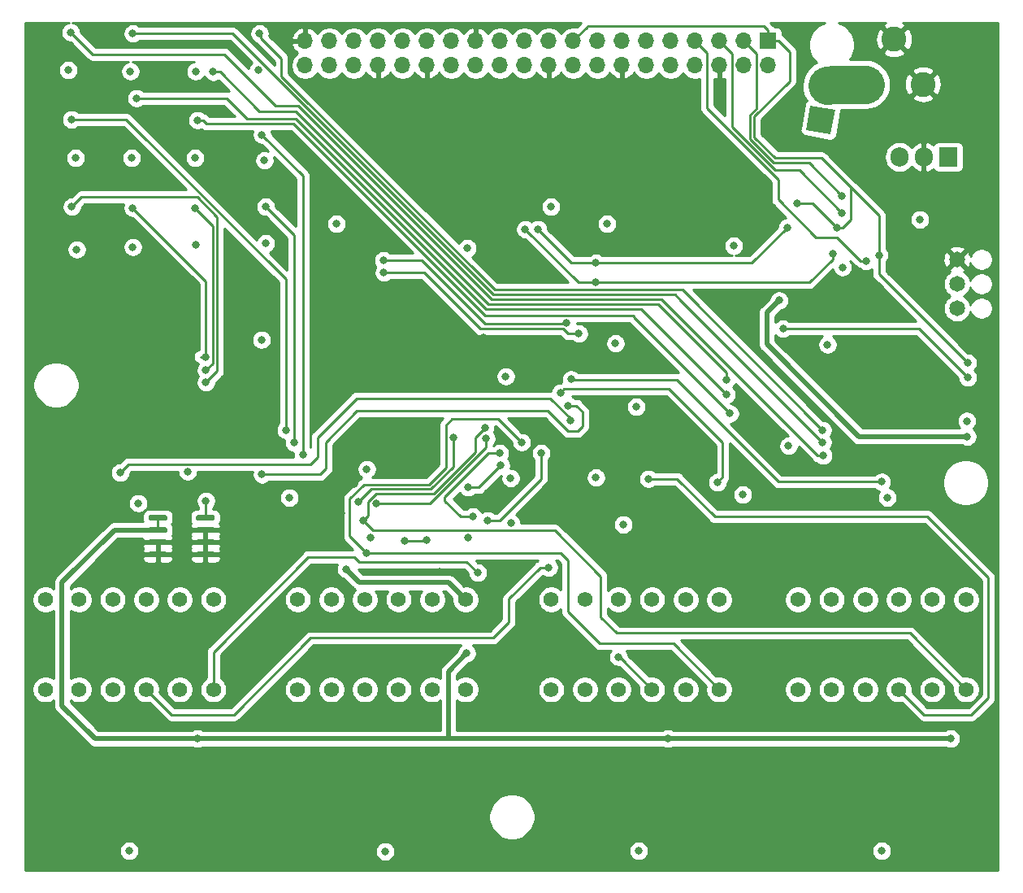
<source format=gbr>
G04 #@! TF.GenerationSoftware,KiCad,Pcbnew,5.1.6*
G04 #@! TF.CreationDate,2020-07-27T18:45:12-04:00*
G04 #@! TF.ProjectId,EVE-PCB-V4,4556452d-5043-4422-9d56-342e6b696361,rev?*
G04 #@! TF.SameCoordinates,Original*
G04 #@! TF.FileFunction,Copper,L4,Bot*
G04 #@! TF.FilePolarity,Positive*
%FSLAX46Y46*%
G04 Gerber Fmt 4.6, Leading zero omitted, Abs format (unit mm)*
G04 Created by KiCad (PCBNEW 5.1.6) date 2020-07-27 18:45:12*
%MOMM*%
%LPD*%
G01*
G04 APERTURE LIST*
G04 #@! TA.AperFunction,ComponentPad*
%ADD10C,1.575000*%
G04 #@! TD*
G04 #@! TA.AperFunction,ComponentPad*
%ADD11O,1.700000X1.700000*%
G04 #@! TD*
G04 #@! TA.AperFunction,ComponentPad*
%ADD12R,1.700000X1.700000*%
G04 #@! TD*
G04 #@! TA.AperFunction,ComponentPad*
%ADD13R,2.600000X2.600000*%
G04 #@! TD*
G04 #@! TA.AperFunction,ComponentPad*
%ADD14C,2.600000*%
G04 #@! TD*
G04 #@! TA.AperFunction,ComponentPad*
%ADD15R,1.905000X2.000000*%
G04 #@! TD*
G04 #@! TA.AperFunction,ComponentPad*
%ADD16O,1.905000X2.000000*%
G04 #@! TD*
G04 #@! TA.AperFunction,ComponentPad*
%ADD17C,1.650000*%
G04 #@! TD*
G04 #@! TA.AperFunction,ComponentPad*
%ADD18C,0.100000*%
G04 #@! TD*
G04 #@! TA.AperFunction,ViaPad*
%ADD19C,0.800000*%
G04 #@! TD*
G04 #@! TA.AperFunction,Conductor*
%ADD20C,0.250000*%
G04 #@! TD*
G04 #@! TA.AperFunction,Conductor*
%ADD21C,4.000000*%
G04 #@! TD*
G04 #@! TA.AperFunction,Conductor*
%ADD22C,0.500000*%
G04 #@! TD*
G04 #@! TA.AperFunction,Conductor*
%ADD23C,0.254000*%
G04 #@! TD*
G04 APERTURE END LIST*
D10*
X108592346Y-95760000D03*
X108592346Y-105110000D03*
X105092346Y-95760000D03*
X105092346Y-105110000D03*
X101592346Y-95760000D03*
X101592346Y-105110000D03*
X98092346Y-95760000D03*
X98092346Y-105110000D03*
X94592346Y-95760000D03*
X94592346Y-105110000D03*
X91092346Y-95760000D03*
X91092346Y-105110000D03*
D11*
X118143346Y-40146769D03*
X118143346Y-37606769D03*
X120683346Y-40146769D03*
X120683346Y-37606769D03*
X123223346Y-40146769D03*
X123223346Y-37606769D03*
X125763346Y-40146769D03*
X125763346Y-37606769D03*
X128303346Y-40146769D03*
X128303346Y-37606769D03*
X130843346Y-40146769D03*
X130843346Y-37606769D03*
X133383346Y-40146769D03*
X133383346Y-37606769D03*
X135923346Y-40146769D03*
X135923346Y-37606769D03*
X138463346Y-40146769D03*
X138463346Y-37606769D03*
X141003346Y-40146769D03*
X141003346Y-37606769D03*
X143543346Y-40146769D03*
X143543346Y-37606769D03*
X146083346Y-40146769D03*
X146083346Y-37606769D03*
X148623346Y-40146769D03*
X148623346Y-37606769D03*
X151163346Y-40146769D03*
X151163346Y-37606769D03*
X153703346Y-40146769D03*
X153703346Y-37606769D03*
X156243346Y-40146769D03*
X156243346Y-37606769D03*
X158783346Y-40146769D03*
X158783346Y-37606769D03*
X161323346Y-40146769D03*
X161323346Y-37606769D03*
X163863346Y-40146769D03*
X163863346Y-37606769D03*
X166403346Y-40146769D03*
D12*
X166403346Y-37606769D03*
D10*
X187014846Y-95760000D03*
X187014846Y-105110000D03*
X183514846Y-95760000D03*
X183514846Y-105110000D03*
X180014846Y-95760000D03*
X180014846Y-105110000D03*
X176514846Y-95760000D03*
X176514846Y-105110000D03*
X173014846Y-95760000D03*
X173014846Y-105110000D03*
X169514846Y-95760000D03*
X169514846Y-105110000D03*
X161297346Y-95760000D03*
X161297346Y-105110000D03*
X157797346Y-95760000D03*
X157797346Y-105110000D03*
X154297346Y-95760000D03*
X154297346Y-105110000D03*
X150797346Y-95760000D03*
X150797346Y-105110000D03*
X147297346Y-95760000D03*
X147297346Y-105110000D03*
X143797346Y-95760000D03*
X143797346Y-105110000D03*
X134881346Y-95760000D03*
X134881346Y-105110000D03*
X131381346Y-95760000D03*
X131381346Y-105110000D03*
X127881346Y-95760000D03*
X127881346Y-105110000D03*
X124381346Y-95760000D03*
X124381346Y-105110000D03*
X120881346Y-95760000D03*
X120881346Y-105110000D03*
X117381346Y-95760000D03*
X117381346Y-105110000D03*
D13*
X176530000Y-42113200D03*
D14*
X182530000Y-42113200D03*
X179530000Y-37413200D03*
D15*
X185166000Y-49682400D03*
D16*
X182626000Y-49682400D03*
X180086000Y-49682400D03*
D17*
X186080400Y-65430400D03*
X186080400Y-62890400D03*
X186080400Y-60350400D03*
G04 #@! TA.AperFunction,ComponentPad*
D18*
G36*
X172910907Y-47327593D02*
G01*
X170350407Y-46876107D01*
X170801893Y-44315607D01*
X173362393Y-44767093D01*
X172910907Y-47327593D01*
G37*
G04 #@! TD.AperFunction*
G04 #@! TA.AperFunction,ComponentPad*
G36*
G01*
X172292257Y-43349732D02*
X172292257Y-43349732D01*
G75*
G02*
X171237750Y-41843739I225743J1280250D01*
G01*
X171237750Y-41843739D01*
G75*
G02*
X172743743Y-40789232I1280250J-225743D01*
G01*
X172743743Y-40789232D01*
G75*
G02*
X173798250Y-42295225I-225743J-1280250D01*
G01*
X173798250Y-42295225D01*
G75*
G02*
X172292257Y-43349732I-1280250J225743D01*
G01*
G37*
G04 #@! TD.AperFunction*
G04 #@! TA.AperFunction,SMDPad,CuDef*
G36*
G01*
X108733000Y-87099000D02*
X108733000Y-87399000D01*
G75*
G02*
X108583000Y-87549000I-150000J0D01*
G01*
X106933000Y-87549000D01*
G75*
G02*
X106783000Y-87399000I0J150000D01*
G01*
X106783000Y-87099000D01*
G75*
G02*
X106933000Y-86949000I150000J0D01*
G01*
X108583000Y-86949000D01*
G75*
G02*
X108733000Y-87099000I0J-150000D01*
G01*
G37*
G04 #@! TD.AperFunction*
G04 #@! TA.AperFunction,SMDPad,CuDef*
G36*
G01*
X108733000Y-88369000D02*
X108733000Y-88669000D01*
G75*
G02*
X108583000Y-88819000I-150000J0D01*
G01*
X106933000Y-88819000D01*
G75*
G02*
X106783000Y-88669000I0J150000D01*
G01*
X106783000Y-88369000D01*
G75*
G02*
X106933000Y-88219000I150000J0D01*
G01*
X108583000Y-88219000D01*
G75*
G02*
X108733000Y-88369000I0J-150000D01*
G01*
G37*
G04 #@! TD.AperFunction*
G04 #@! TA.AperFunction,SMDPad,CuDef*
G36*
G01*
X108733000Y-89639000D02*
X108733000Y-89939000D01*
G75*
G02*
X108583000Y-90089000I-150000J0D01*
G01*
X106933000Y-90089000D01*
G75*
G02*
X106783000Y-89939000I0J150000D01*
G01*
X106783000Y-89639000D01*
G75*
G02*
X106933000Y-89489000I150000J0D01*
G01*
X108583000Y-89489000D01*
G75*
G02*
X108733000Y-89639000I0J-150000D01*
G01*
G37*
G04 #@! TD.AperFunction*
G04 #@! TA.AperFunction,SMDPad,CuDef*
G36*
G01*
X108733000Y-90909000D02*
X108733000Y-91209000D01*
G75*
G02*
X108583000Y-91359000I-150000J0D01*
G01*
X106933000Y-91359000D01*
G75*
G02*
X106783000Y-91209000I0J150000D01*
G01*
X106783000Y-90909000D01*
G75*
G02*
X106933000Y-90759000I150000J0D01*
G01*
X108583000Y-90759000D01*
G75*
G02*
X108733000Y-90909000I0J-150000D01*
G01*
G37*
G04 #@! TD.AperFunction*
G04 #@! TA.AperFunction,SMDPad,CuDef*
G36*
G01*
X103783000Y-90909000D02*
X103783000Y-91209000D01*
G75*
G02*
X103633000Y-91359000I-150000J0D01*
G01*
X101983000Y-91359000D01*
G75*
G02*
X101833000Y-91209000I0J150000D01*
G01*
X101833000Y-90909000D01*
G75*
G02*
X101983000Y-90759000I150000J0D01*
G01*
X103633000Y-90759000D01*
G75*
G02*
X103783000Y-90909000I0J-150000D01*
G01*
G37*
G04 #@! TD.AperFunction*
G04 #@! TA.AperFunction,SMDPad,CuDef*
G36*
G01*
X103783000Y-89639000D02*
X103783000Y-89939000D01*
G75*
G02*
X103633000Y-90089000I-150000J0D01*
G01*
X101983000Y-90089000D01*
G75*
G02*
X101833000Y-89939000I0J150000D01*
G01*
X101833000Y-89639000D01*
G75*
G02*
X101983000Y-89489000I150000J0D01*
G01*
X103633000Y-89489000D01*
G75*
G02*
X103783000Y-89639000I0J-150000D01*
G01*
G37*
G04 #@! TD.AperFunction*
G04 #@! TA.AperFunction,SMDPad,CuDef*
G36*
G01*
X103783000Y-88369000D02*
X103783000Y-88669000D01*
G75*
G02*
X103633000Y-88819000I-150000J0D01*
G01*
X101983000Y-88819000D01*
G75*
G02*
X101833000Y-88669000I0J150000D01*
G01*
X101833000Y-88369000D01*
G75*
G02*
X101983000Y-88219000I150000J0D01*
G01*
X103633000Y-88219000D01*
G75*
G02*
X103783000Y-88369000I0J-150000D01*
G01*
G37*
G04 #@! TD.AperFunction*
G04 #@! TA.AperFunction,SMDPad,CuDef*
G36*
G01*
X103783000Y-87099000D02*
X103783000Y-87399000D01*
G75*
G02*
X103633000Y-87549000I-150000J0D01*
G01*
X101983000Y-87549000D01*
G75*
G02*
X101833000Y-87399000I0J150000D01*
G01*
X101833000Y-87099000D01*
G75*
G02*
X101983000Y-86949000I150000J0D01*
G01*
X103633000Y-86949000D01*
G75*
G02*
X103783000Y-87099000I0J-150000D01*
G01*
G37*
G04 #@! TD.AperFunction*
D19*
X93472000Y-40640000D03*
X99949000Y-40767000D03*
X113284000Y-40640000D03*
X100076000Y-49784000D03*
X106680000Y-49784000D03*
X94234000Y-49784000D03*
X106807000Y-58801000D03*
X113919000Y-50038000D03*
X94361000Y-59309000D03*
X100203000Y-59055000D03*
X114046000Y-58674000D03*
X172593000Y-69215000D03*
X105918000Y-82423000D03*
X113601500Y-68707000D03*
X168529000Y-79756000D03*
X106743500Y-40767000D03*
X139636500Y-87820500D03*
X139573000Y-83121500D03*
X148463000Y-83058000D03*
X151320500Y-87947500D03*
X108331000Y-78613000D03*
X145415000Y-79883000D03*
X136525000Y-60325000D03*
X160464500Y-91567000D03*
X136779000Y-68453000D03*
X135128000Y-68453000D03*
X133477000Y-68453000D03*
X131826000Y-68453000D03*
X130683000Y-81915000D03*
X151257000Y-80137000D03*
X121920000Y-86741000D03*
X123317000Y-83693000D03*
X135128000Y-89281000D03*
X132207000Y-92837000D03*
X131445000Y-101346000D03*
X99822000Y-121920000D03*
X126492000Y-121983500D03*
X152908000Y-121920000D03*
X178244500Y-121920000D03*
X152654000Y-75692000D03*
X187096400Y-77165200D03*
X174142400Y-61163200D03*
X162814000Y-58928000D03*
X149606000Y-56642000D03*
X121412000Y-56642000D03*
X135064500Y-59182000D03*
X143764000Y-54864000D03*
X100774500Y-85725000D03*
X116522500Y-85153500D03*
X178816000Y-85153500D03*
X139065000Y-72517000D03*
X150495000Y-69088000D03*
X163766500Y-84836000D03*
X182219600Y-56184800D03*
X124587000Y-82169000D03*
X124968000Y-89281000D03*
X107823000Y-85471000D03*
X93726000Y-36703000D03*
X172148500Y-80772000D03*
X100203000Y-36830000D03*
X172085000Y-79375000D03*
X113411000Y-36830000D03*
X172085000Y-78105000D03*
X106934000Y-45847000D03*
X162433000Y-76390500D03*
X162052000Y-72898000D03*
X108585000Y-40830500D03*
X100584000Y-43561000D03*
X162052000Y-74422000D03*
X113665000Y-47371000D03*
X117919500Y-80645000D03*
X114046000Y-54864000D03*
X117030500Y-79438500D03*
X93789500Y-45783500D03*
X116141500Y-78105000D03*
X107823000Y-70485000D03*
X100203000Y-54991000D03*
X107823000Y-71882000D03*
X106680000Y-54991000D03*
X107823000Y-73152000D03*
X93853000Y-54864000D03*
X173609000Y-57023000D03*
X169418000Y-54483000D03*
X177952400Y-59893200D03*
X187198000Y-71120000D03*
X174117000Y-53721000D03*
X174117000Y-55499000D03*
X124206000Y-87503000D03*
X136906000Y-77851000D03*
X124587000Y-90932000D03*
X140716000Y-79375000D03*
X142748000Y-80518000D03*
X137160000Y-87503000D03*
X136144000Y-92964000D03*
X138430000Y-80518000D03*
X135636000Y-87122000D03*
X168402000Y-57023000D03*
X148463000Y-60706000D03*
X145415000Y-66929000D03*
X126301500Y-60452000D03*
X142430500Y-57213500D03*
X173126400Y-59740800D03*
X148463000Y-62738000D03*
X146685000Y-68072000D03*
X126365000Y-61722000D03*
X141097000Y-57213500D03*
X167538400Y-64617600D03*
X187147200Y-78790800D03*
X167944800Y-67564000D03*
X187198000Y-72644000D03*
X153924000Y-83185000D03*
X150812500Y-101727000D03*
X143541500Y-92424500D03*
X178244500Y-83502500D03*
X145859500Y-72834500D03*
X161099500Y-83566000D03*
X144780000Y-74231500D03*
X113665000Y-82740500D03*
X145542000Y-75565000D03*
X98869500Y-82550000D03*
X145796000Y-77089000D03*
X176580800Y-60502800D03*
X133604000Y-78867000D03*
X123698000Y-85598000D03*
X125603000Y-85725000D03*
X137033000Y-78994000D03*
X135128000Y-84074000D03*
X138557000Y-81788000D03*
X122428000Y-92583000D03*
X128524000Y-89662000D03*
X130810000Y-89535000D03*
X185420000Y-110236000D03*
X155956000Y-110236000D03*
X135001000Y-101346000D03*
X106934000Y-110236000D03*
D20*
X107758000Y-85536000D02*
X107823000Y-85471000D01*
X107758000Y-87249000D02*
X107758000Y-85536000D01*
X171577000Y-80772000D02*
X172085000Y-80772000D01*
X155263009Y-64458009D02*
X171577000Y-80772000D01*
X137607189Y-64458009D02*
X155263009Y-64458009D01*
X115062000Y-44323000D02*
X117472180Y-44323000D01*
X117472180Y-44323000D02*
X137607189Y-64458009D01*
X109728000Y-38989000D02*
X115062000Y-44323000D01*
X96012000Y-38989000D02*
X109728000Y-38989000D01*
X93726000Y-36703000D02*
X96012000Y-38989000D01*
X100203000Y-36830000D02*
X110615590Y-36830000D01*
X110615590Y-36830000D02*
X137793590Y-64008000D01*
X157351590Y-64641590D02*
X172085000Y-79375000D01*
X156718000Y-64008000D02*
X157351590Y-64641590D01*
X137793590Y-64008000D02*
X156718000Y-64008000D01*
X113411000Y-36830000D02*
X113538000Y-36703000D01*
X113538000Y-37280425D02*
X115697000Y-39439425D01*
X113538000Y-36703000D02*
X113538000Y-37280425D01*
X115697000Y-39439425D02*
X115697000Y-41275000D01*
X137885001Y-63463001D02*
X157443001Y-63463001D01*
X115697000Y-41275000D02*
X137885001Y-63463001D01*
X157443001Y-63463001D02*
X172085000Y-78105000D01*
X107499685Y-45847000D02*
X107880685Y-46228000D01*
X106934000Y-45847000D02*
X107499685Y-45847000D01*
X107880685Y-46228000D02*
X116967000Y-46228000D01*
X116967000Y-46228000D02*
X136906000Y-66167000D01*
X136906000Y-66167000D02*
X152400000Y-66167000D01*
X152717500Y-66675000D02*
X162433000Y-76390500D01*
X152400000Y-66357500D02*
X152717500Y-66675000D01*
X152400000Y-66167000D02*
X152400000Y-66357500D01*
X137287000Y-65024000D02*
X154940000Y-65024000D01*
X117221000Y-44958000D02*
X137287000Y-65024000D01*
X154940000Y-65024000D02*
X162052000Y-72136000D01*
X162052000Y-72136000D02*
X162052000Y-72898000D01*
X108585000Y-40830500D02*
X109283500Y-40830500D01*
X113411000Y-44958000D02*
X117221000Y-44958000D01*
X109283500Y-40830500D02*
X113411000Y-44958000D01*
X100584000Y-43561000D02*
X109982000Y-43561000D01*
X109982000Y-43561000D02*
X112141000Y-45720000D01*
X112141000Y-45720000D02*
X117221000Y-45720000D01*
X117221000Y-45720000D02*
X137033000Y-65532000D01*
X154432000Y-66802000D02*
X162052000Y-74422000D01*
X153162000Y-65532000D02*
X154432000Y-66802000D01*
X137033000Y-65532000D02*
X153162000Y-65532000D01*
X113665000Y-47371000D02*
X117919500Y-51625500D01*
X117919500Y-51625500D02*
X117919500Y-80645000D01*
X114046000Y-54864000D02*
X117030500Y-57848500D01*
X117030500Y-57848500D02*
X117030500Y-79438500D01*
X116141500Y-62419090D02*
X116141500Y-78105000D01*
X93789500Y-45783500D02*
X99505910Y-45783500D01*
X99505910Y-45783500D02*
X116141500Y-62419090D01*
X107823000Y-70485000D02*
X107823000Y-62611000D01*
X107823000Y-62611000D02*
X100203000Y-54991000D01*
X107823000Y-70485000D02*
X107257315Y-70485000D01*
X108548001Y-56859001D02*
X106680000Y-54991000D01*
X107823000Y-71882000D02*
X108548001Y-71156999D01*
X108548001Y-71156999D02*
X108548001Y-56859001D01*
X108998011Y-71976989D02*
X108998011Y-55912011D01*
X107823000Y-73152000D02*
X108998011Y-71976989D01*
X108998011Y-55912011D02*
X106934000Y-53848000D01*
X106934000Y-53848000D02*
X94869000Y-53848000D01*
X94869000Y-53848000D02*
X93853000Y-54864000D01*
X166403346Y-36506769D02*
X166403346Y-37606769D01*
X165964577Y-36068000D02*
X166403346Y-36506769D01*
X147574000Y-36068000D02*
X165964577Y-36068000D01*
X147574000Y-36116115D02*
X146083346Y-37606769D01*
X147574000Y-36068000D02*
X147574000Y-36116115D01*
X174174685Y-57023000D02*
X173609000Y-57023000D01*
X175006000Y-56191685D02*
X174174685Y-57023000D01*
X175006000Y-52832000D02*
X175006000Y-56191685D01*
X171958000Y-49784000D02*
X175006000Y-52832000D01*
X167132000Y-49784000D02*
X171958000Y-49784000D01*
X164973000Y-47625000D02*
X167132000Y-49784000D01*
X167503346Y-37606769D02*
X168656000Y-38759423D01*
X166403346Y-37606769D02*
X167503346Y-37606769D01*
X168656000Y-41783000D02*
X164973000Y-45466000D01*
X164973000Y-45466000D02*
X164973000Y-47625000D01*
X168656000Y-38759423D02*
X168656000Y-41783000D01*
X177952400Y-55778400D02*
X177952400Y-59893200D01*
X175006000Y-52832000D02*
X177952400Y-55778400D01*
X178358800Y-62280800D02*
X187198000Y-71120000D01*
X177952400Y-61874400D02*
X178358800Y-62280800D01*
X177952400Y-59893200D02*
X177952400Y-61874400D01*
X171577000Y-54991000D02*
X173609000Y-57023000D01*
X171069000Y-54483000D02*
X171577000Y-54991000D01*
X169418000Y-54483000D02*
X171069000Y-54483000D01*
X170688000Y-50292000D02*
X174117000Y-53721000D01*
X167003590Y-50292000D02*
X170688000Y-50292000D01*
X163863346Y-37606769D02*
X165157990Y-38901413D01*
X164522990Y-47811400D02*
X167003590Y-50292000D01*
X164522990Y-45279600D02*
X164522990Y-47811400D01*
X165157990Y-44644600D02*
X164522990Y-45279600D01*
X165157990Y-38901413D02*
X165157990Y-44644600D01*
X167129180Y-51054000D02*
X169672000Y-51054000D01*
X169672000Y-51054000D02*
X174117000Y-55499000D01*
X162623500Y-46548320D02*
X167129180Y-51054000D01*
X162623500Y-38906923D02*
X161323346Y-37606769D01*
X162623500Y-46548320D02*
X162623500Y-38906923D01*
X144171501Y-88545501D02*
X125248501Y-88545501D01*
X148971000Y-93345000D02*
X144171501Y-88545501D01*
X148971000Y-97599500D02*
X148971000Y-93345000D01*
X150622000Y-99250500D02*
X148971000Y-97599500D01*
X125248501Y-88545501D02*
X124206000Y-87503000D01*
X181155346Y-99250500D02*
X150622000Y-99250500D01*
X187014846Y-105110000D02*
X181155346Y-99250500D01*
X136906000Y-77851000D02*
X135890000Y-78867000D01*
X135890000Y-78867000D02*
X135890000Y-80389590D01*
X135890000Y-80389590D02*
X131570590Y-84709000D01*
X125545998Y-84709000D02*
X124714000Y-85540998D01*
X131570590Y-84709000D02*
X125545998Y-84709000D01*
X124714000Y-86995000D02*
X124206000Y-87503000D01*
X124714000Y-85540998D02*
X124714000Y-86995000D01*
X144780000Y-90932000D02*
X124587000Y-90932000D01*
X145542000Y-91694000D02*
X144780000Y-90932000D01*
X145542000Y-97028000D02*
X145542000Y-91694000D01*
X148844000Y-100330000D02*
X145542000Y-97028000D01*
X156517346Y-100330000D02*
X148844000Y-100330000D01*
X161297346Y-105110000D02*
X156517346Y-100330000D01*
X122809000Y-85274002D02*
X122809000Y-89154000D01*
X132842000Y-82040590D02*
X131073610Y-83808980D01*
X122809000Y-89154000D02*
X124587000Y-90932000D01*
X131073610Y-83808980D02*
X124274022Y-83808980D01*
X132842000Y-77597000D02*
X132842000Y-82040590D01*
X124274022Y-83808980D02*
X122809000Y-85274002D01*
X133477000Y-76962000D02*
X132842000Y-77597000D01*
X138303000Y-76962000D02*
X133477000Y-76962000D01*
X140716000Y-79375000D02*
X138303000Y-76962000D01*
X138431410Y-87503000D02*
X137160000Y-87503000D01*
X142748000Y-83186410D02*
X138431410Y-87503000D01*
X142748000Y-80518000D02*
X142748000Y-83186410D01*
X138430000Y-80518000D02*
X137287000Y-80518000D01*
X137287000Y-80518000D02*
X132715000Y-85090000D01*
X132715000Y-85090000D02*
X132715000Y-85471000D01*
X134366000Y-87122000D02*
X135636000Y-87122000D01*
X132715000Y-85471000D02*
X134366000Y-87122000D01*
X108592346Y-101211654D02*
X108592346Y-105110000D01*
X118491000Y-91313000D02*
X108592346Y-101211654D01*
X123317000Y-91313000D02*
X118491000Y-91313000D01*
X123825000Y-91821000D02*
X123317000Y-91313000D01*
X135001000Y-91821000D02*
X123825000Y-91821000D01*
X136144000Y-92964000D02*
X135001000Y-91821000D01*
X164719000Y-60706000D02*
X148463000Y-60706000D01*
X168402000Y-57023000D02*
X164719000Y-60706000D01*
X145923000Y-60706000D02*
X142430500Y-57213500D01*
X148463000Y-60706000D02*
X145923000Y-60706000D01*
X145323000Y-67021000D02*
X145415000Y-66929000D01*
X136871000Y-67021000D02*
X145323000Y-67021000D01*
X130302000Y-60452000D02*
X136871000Y-67021000D01*
X126301500Y-60452000D02*
X130302000Y-60452000D01*
X146621500Y-62738000D02*
X141097000Y-57213500D01*
X148463000Y-62738000D02*
X146621500Y-62738000D01*
X173126400Y-60306485D02*
X173126400Y-59740800D01*
X148463000Y-62738000D02*
X170694885Y-62738000D01*
X170694885Y-62738000D02*
X173126400Y-60306485D01*
X145542000Y-68072000D02*
X146685000Y-68072000D01*
X145034000Y-67564000D02*
X145542000Y-68072000D01*
X136398000Y-67564000D02*
X145034000Y-67564000D01*
X130556000Y-61722000D02*
X136398000Y-67564000D01*
X126365000Y-61722000D02*
X130556000Y-61722000D01*
D21*
X176530000Y-42113200D02*
X173274857Y-42113200D01*
X173251378Y-42144708D02*
X172544068Y-42247993D01*
X173274857Y-42113200D02*
X173251378Y-42144708D01*
D22*
X187147200Y-78790800D02*
X175869600Y-78790800D01*
X175869600Y-78790800D02*
X166268400Y-69189600D01*
X166268400Y-65887600D02*
X167538400Y-64617600D01*
X166268400Y-69189600D02*
X166268400Y-65887600D01*
D20*
X182118000Y-67564000D02*
X187198000Y-72644000D01*
X167944800Y-67564000D02*
X182118000Y-67564000D01*
X153924000Y-83185000D02*
X156908500Y-83185000D01*
X156908500Y-83185000D02*
X160845500Y-87122000D01*
X160845500Y-87122000D02*
X183007000Y-87122000D01*
X183007000Y-87122000D02*
X189357000Y-93472000D01*
X189357000Y-93472000D02*
X189357000Y-105981500D01*
X189357000Y-105981500D02*
X187579000Y-107759500D01*
X182664346Y-107759500D02*
X180014846Y-105110000D01*
X187579000Y-107759500D02*
X182664346Y-107759500D01*
X150812500Y-101727000D02*
X151003000Y-101917500D01*
X151104846Y-101917500D02*
X154297346Y-105110000D01*
X151003000Y-101917500D02*
X151104846Y-101917500D01*
X139382500Y-95694500D02*
X142652500Y-92424500D01*
X139382500Y-98107500D02*
X139382500Y-95694500D01*
X142652500Y-92424500D02*
X143541500Y-92424500D01*
X101592346Y-105110000D02*
X104241846Y-107759500D01*
X104241846Y-107759500D02*
X110744000Y-107759500D01*
X110744000Y-107759500D02*
X118745000Y-99758500D01*
X118745000Y-99758500D02*
X137731500Y-99758500D01*
X137731500Y-99758500D02*
X139382500Y-98107500D01*
X167513000Y-83502500D02*
X178244500Y-83502500D01*
X156863999Y-72853499D02*
X167513000Y-83502500D01*
X145878499Y-72853499D02*
X145859500Y-72834500D01*
X156863999Y-72853499D02*
X145878499Y-72853499D01*
X161671000Y-82994500D02*
X161099500Y-83566000D01*
X161671000Y-79438500D02*
X161671000Y-82994500D01*
X156083000Y-73850500D02*
X161671000Y-79438500D01*
X145161000Y-73850500D02*
X144780000Y-74231500D01*
X156083000Y-73850500D02*
X145161000Y-73850500D01*
X146431000Y-75565000D02*
X145542000Y-75565000D01*
X147066000Y-77724000D02*
X147066000Y-76200000D01*
X145542000Y-78232000D02*
X146558000Y-78232000D01*
X146558000Y-78232000D02*
X147066000Y-77724000D01*
X143446500Y-76136500D02*
X145542000Y-78232000D01*
X123571000Y-76136500D02*
X143446500Y-76136500D01*
X120332500Y-79375000D02*
X123571000Y-76136500D01*
X147066000Y-76200000D02*
X146431000Y-75565000D01*
X120332500Y-82105500D02*
X120332500Y-79375000D01*
X119697500Y-82740500D02*
X120332500Y-82105500D01*
X113665000Y-82740500D02*
X119697500Y-82740500D01*
X145796000Y-76892002D02*
X145796000Y-77089000D01*
X123507500Y-74803000D02*
X143706998Y-74803000D01*
X119443500Y-78867000D02*
X123507500Y-74803000D01*
X119443500Y-80899000D02*
X119443500Y-78867000D01*
X118681500Y-81661000D02*
X119443500Y-80899000D01*
X99758500Y-81661000D02*
X118681500Y-81661000D01*
X143706998Y-74803000D02*
X145796000Y-76892002D01*
X98869500Y-82550000D02*
X99758500Y-81661000D01*
X160020000Y-38843423D02*
X158783346Y-37606769D01*
X160020000Y-44602400D02*
X160020000Y-44500800D01*
X167436800Y-54102000D02*
X167436800Y-52019200D01*
X171399200Y-58064400D02*
X167436800Y-54102000D01*
X160020000Y-44500800D02*
X160020000Y-38843423D01*
X176580800Y-60502800D02*
X176015115Y-60502800D01*
X176015115Y-60502800D02*
X173576715Y-58064400D01*
X167436800Y-52019200D02*
X160020000Y-44602400D01*
X173576715Y-58064400D02*
X171399200Y-58064400D01*
X123698000Y-85598000D02*
X124460000Y-84836000D01*
X133604000Y-78867000D02*
X133604000Y-81915000D01*
X125037010Y-84258990D02*
X124460000Y-84836000D01*
X131260010Y-84258990D02*
X125037010Y-84258990D01*
X133604000Y-81915000D02*
X131260010Y-84258990D01*
X125603000Y-85725000D02*
X131191000Y-85725000D01*
X137033000Y-79883000D02*
X137033000Y-78994000D01*
X131191000Y-85725000D02*
X137033000Y-79883000D01*
X136271000Y-84074000D02*
X138557000Y-81788000D01*
X136271000Y-84074000D02*
X135128000Y-84074000D01*
X102808000Y-87249000D02*
X102808000Y-88519000D01*
X130683000Y-89662000D02*
X130810000Y-89535000D01*
X128524000Y-89662000D02*
X130683000Y-89662000D01*
X108712000Y-95640346D02*
X108592346Y-95760000D01*
D22*
X133101346Y-93980000D02*
X134881346Y-95760000D01*
X123952000Y-93980000D02*
X133101346Y-93980000D01*
X102808000Y-88519000D02*
X98298000Y-88519000D01*
X98298000Y-88519000D02*
X92837000Y-93980000D01*
X92837000Y-93980000D02*
X92837000Y-106807000D01*
X92837000Y-106807000D02*
X96266000Y-110236000D01*
X155956000Y-110236000D02*
X185420000Y-110236000D01*
X133096000Y-103251000D02*
X135001000Y-101346000D01*
X96266000Y-110236000D02*
X106934000Y-110236000D01*
X133096000Y-110236000D02*
X133096000Y-103251000D01*
X133096000Y-110236000D02*
X155956000Y-110236000D01*
X123825000Y-93980000D02*
X122428000Y-92583000D01*
X123952000Y-93980000D02*
X123825000Y-93980000D01*
X106934000Y-110236000D02*
X133096000Y-110236000D01*
D23*
G36*
X93424102Y-35707774D02*
G01*
X93235744Y-35785795D01*
X93066226Y-35899063D01*
X92922063Y-36043226D01*
X92808795Y-36212744D01*
X92730774Y-36401102D01*
X92691000Y-36601061D01*
X92691000Y-36804939D01*
X92730774Y-37004898D01*
X92808795Y-37193256D01*
X92922063Y-37362774D01*
X93066226Y-37506937D01*
X93235744Y-37620205D01*
X93424102Y-37698226D01*
X93624061Y-37738000D01*
X93686199Y-37738000D01*
X95448200Y-39500002D01*
X95471999Y-39529001D01*
X95587724Y-39623974D01*
X95719753Y-39694546D01*
X95863014Y-39738003D01*
X95974667Y-39749000D01*
X95974676Y-39749000D01*
X96011999Y-39752676D01*
X96049322Y-39749000D01*
X99761596Y-39749000D01*
X99647102Y-39771774D01*
X99458744Y-39849795D01*
X99289226Y-39963063D01*
X99145063Y-40107226D01*
X99031795Y-40276744D01*
X98953774Y-40465102D01*
X98914000Y-40665061D01*
X98914000Y-40868939D01*
X98953774Y-41068898D01*
X99031795Y-41257256D01*
X99145063Y-41426774D01*
X99289226Y-41570937D01*
X99458744Y-41684205D01*
X99647102Y-41762226D01*
X99847061Y-41802000D01*
X100050939Y-41802000D01*
X100250898Y-41762226D01*
X100439256Y-41684205D01*
X100608774Y-41570937D01*
X100752937Y-41426774D01*
X100866205Y-41257256D01*
X100944226Y-41068898D01*
X100984000Y-40868939D01*
X100984000Y-40665061D01*
X100944226Y-40465102D01*
X100866205Y-40276744D01*
X100752937Y-40107226D01*
X100608774Y-39963063D01*
X100439256Y-39849795D01*
X100250898Y-39771774D01*
X100136404Y-39749000D01*
X106556096Y-39749000D01*
X106441602Y-39771774D01*
X106253244Y-39849795D01*
X106083726Y-39963063D01*
X105939563Y-40107226D01*
X105826295Y-40276744D01*
X105748274Y-40465102D01*
X105708500Y-40665061D01*
X105708500Y-40868939D01*
X105748274Y-41068898D01*
X105826295Y-41257256D01*
X105939563Y-41426774D01*
X106083726Y-41570937D01*
X106253244Y-41684205D01*
X106441602Y-41762226D01*
X106641561Y-41802000D01*
X106845439Y-41802000D01*
X107045398Y-41762226D01*
X107233756Y-41684205D01*
X107403274Y-41570937D01*
X107547437Y-41426774D01*
X107648845Y-41275006D01*
X107667795Y-41320756D01*
X107781063Y-41490274D01*
X107925226Y-41634437D01*
X108094744Y-41747705D01*
X108283102Y-41825726D01*
X108483061Y-41865500D01*
X108686939Y-41865500D01*
X108886898Y-41825726D01*
X109075256Y-41747705D01*
X109105617Y-41727418D01*
X110215976Y-42837778D01*
X110130986Y-42811997D01*
X110019333Y-42801000D01*
X110019322Y-42801000D01*
X109982000Y-42797324D01*
X109944678Y-42801000D01*
X101287711Y-42801000D01*
X101243774Y-42757063D01*
X101074256Y-42643795D01*
X100885898Y-42565774D01*
X100685939Y-42526000D01*
X100482061Y-42526000D01*
X100282102Y-42565774D01*
X100093744Y-42643795D01*
X99924226Y-42757063D01*
X99780063Y-42901226D01*
X99666795Y-43070744D01*
X99588774Y-43259102D01*
X99549000Y-43459061D01*
X99549000Y-43662939D01*
X99588774Y-43862898D01*
X99666795Y-44051256D01*
X99780063Y-44220774D01*
X99924226Y-44364937D01*
X100093744Y-44478205D01*
X100282102Y-44556226D01*
X100482061Y-44596000D01*
X100685939Y-44596000D01*
X100885898Y-44556226D01*
X101074256Y-44478205D01*
X101243774Y-44364937D01*
X101287711Y-44321000D01*
X109667199Y-44321000D01*
X110814198Y-45468000D01*
X108195486Y-45468000D01*
X108063489Y-45336003D01*
X108039686Y-45306999D01*
X107923961Y-45212026D01*
X107791932Y-45141454D01*
X107648724Y-45098013D01*
X107593774Y-45043063D01*
X107424256Y-44929795D01*
X107235898Y-44851774D01*
X107035939Y-44812000D01*
X106832061Y-44812000D01*
X106632102Y-44851774D01*
X106443744Y-44929795D01*
X106274226Y-45043063D01*
X106130063Y-45187226D01*
X106016795Y-45356744D01*
X105938774Y-45545102D01*
X105899000Y-45745061D01*
X105899000Y-45948939D01*
X105938774Y-46148898D01*
X106016795Y-46337256D01*
X106130063Y-46506774D01*
X106274226Y-46650937D01*
X106443744Y-46764205D01*
X106632102Y-46842226D01*
X106832061Y-46882000D01*
X107035939Y-46882000D01*
X107235898Y-46842226D01*
X107365642Y-46788484D01*
X107456409Y-46862974D01*
X107588438Y-46933546D01*
X107731699Y-46977003D01*
X107843352Y-46988000D01*
X107843361Y-46988000D01*
X107880684Y-46991676D01*
X107918007Y-46988000D01*
X112703368Y-46988000D01*
X112669774Y-47069102D01*
X112630000Y-47269061D01*
X112630000Y-47472939D01*
X112669774Y-47672898D01*
X112747795Y-47861256D01*
X112861063Y-48030774D01*
X113005226Y-48174937D01*
X113174744Y-48288205D01*
X113363102Y-48366226D01*
X113563061Y-48406000D01*
X113625199Y-48406000D01*
X114291017Y-49071819D01*
X114220898Y-49042774D01*
X114020939Y-49003000D01*
X113817061Y-49003000D01*
X113617102Y-49042774D01*
X113428744Y-49120795D01*
X113259226Y-49234063D01*
X113115063Y-49378226D01*
X113001795Y-49547744D01*
X112923774Y-49736102D01*
X112884000Y-49936061D01*
X112884000Y-50139939D01*
X112923774Y-50339898D01*
X113001795Y-50528256D01*
X113115063Y-50697774D01*
X113259226Y-50841937D01*
X113428744Y-50955205D01*
X113617102Y-51033226D01*
X113817061Y-51073000D01*
X114020939Y-51073000D01*
X114220898Y-51033226D01*
X114409256Y-50955205D01*
X114578774Y-50841937D01*
X114722937Y-50697774D01*
X114836205Y-50528256D01*
X114914226Y-50339898D01*
X114954000Y-50139939D01*
X114954000Y-49936061D01*
X114914226Y-49736102D01*
X114885182Y-49665983D01*
X117159500Y-51940302D01*
X117159500Y-56902697D01*
X115081000Y-54824199D01*
X115081000Y-54762061D01*
X115041226Y-54562102D01*
X114963205Y-54373744D01*
X114849937Y-54204226D01*
X114705774Y-54060063D01*
X114536256Y-53946795D01*
X114347898Y-53868774D01*
X114147939Y-53829000D01*
X113944061Y-53829000D01*
X113744102Y-53868774D01*
X113555744Y-53946795D01*
X113386226Y-54060063D01*
X113242063Y-54204226D01*
X113128795Y-54373744D01*
X113050774Y-54562102D01*
X113011000Y-54762061D01*
X113011000Y-54965939D01*
X113050774Y-55165898D01*
X113128795Y-55354256D01*
X113242063Y-55523774D01*
X113386226Y-55667937D01*
X113555744Y-55781205D01*
X113744102Y-55859226D01*
X113944061Y-55899000D01*
X114006199Y-55899000D01*
X116270500Y-58163303D01*
X116270500Y-61473288D01*
X114431718Y-59634506D01*
X114536256Y-59591205D01*
X114705774Y-59477937D01*
X114849937Y-59333774D01*
X114963205Y-59164256D01*
X115041226Y-58975898D01*
X115081000Y-58775939D01*
X115081000Y-58572061D01*
X115041226Y-58372102D01*
X114963205Y-58183744D01*
X114849937Y-58014226D01*
X114705774Y-57870063D01*
X114536256Y-57756795D01*
X114347898Y-57678774D01*
X114147939Y-57639000D01*
X113944061Y-57639000D01*
X113744102Y-57678774D01*
X113555744Y-57756795D01*
X113386226Y-57870063D01*
X113242063Y-58014226D01*
X113128795Y-58183744D01*
X113085494Y-58288282D01*
X104479273Y-49682061D01*
X105645000Y-49682061D01*
X105645000Y-49885939D01*
X105684774Y-50085898D01*
X105762795Y-50274256D01*
X105876063Y-50443774D01*
X106020226Y-50587937D01*
X106189744Y-50701205D01*
X106378102Y-50779226D01*
X106578061Y-50819000D01*
X106781939Y-50819000D01*
X106981898Y-50779226D01*
X107170256Y-50701205D01*
X107339774Y-50587937D01*
X107483937Y-50443774D01*
X107597205Y-50274256D01*
X107675226Y-50085898D01*
X107715000Y-49885939D01*
X107715000Y-49682061D01*
X107675226Y-49482102D01*
X107597205Y-49293744D01*
X107483937Y-49124226D01*
X107339774Y-48980063D01*
X107170256Y-48866795D01*
X106981898Y-48788774D01*
X106781939Y-48749000D01*
X106578061Y-48749000D01*
X106378102Y-48788774D01*
X106189744Y-48866795D01*
X106020226Y-48980063D01*
X105876063Y-49124226D01*
X105762795Y-49293744D01*
X105684774Y-49482102D01*
X105645000Y-49682061D01*
X104479273Y-49682061D01*
X100069714Y-45272503D01*
X100045911Y-45243499D01*
X99930186Y-45148526D01*
X99798157Y-45077954D01*
X99654896Y-45034497D01*
X99543243Y-45023500D01*
X99543232Y-45023500D01*
X99505910Y-45019824D01*
X99468588Y-45023500D01*
X94493211Y-45023500D01*
X94449274Y-44979563D01*
X94279756Y-44866295D01*
X94091398Y-44788274D01*
X93891439Y-44748500D01*
X93687561Y-44748500D01*
X93487602Y-44788274D01*
X93299244Y-44866295D01*
X93129726Y-44979563D01*
X92985563Y-45123726D01*
X92872295Y-45293244D01*
X92794274Y-45481602D01*
X92754500Y-45681561D01*
X92754500Y-45885439D01*
X92794274Y-46085398D01*
X92872295Y-46273756D01*
X92985563Y-46443274D01*
X93129726Y-46587437D01*
X93299244Y-46700705D01*
X93487602Y-46778726D01*
X93687561Y-46818500D01*
X93891439Y-46818500D01*
X94091398Y-46778726D01*
X94279756Y-46700705D01*
X94449274Y-46587437D01*
X94493211Y-46543500D01*
X99191109Y-46543500D01*
X105735609Y-53088000D01*
X94906322Y-53088000D01*
X94869000Y-53084324D01*
X94831677Y-53088000D01*
X94831667Y-53088000D01*
X94720014Y-53098997D01*
X94576753Y-53142454D01*
X94444723Y-53213026D01*
X94361083Y-53281668D01*
X94328999Y-53307999D01*
X94305201Y-53336997D01*
X93813199Y-53829000D01*
X93751061Y-53829000D01*
X93551102Y-53868774D01*
X93362744Y-53946795D01*
X93193226Y-54060063D01*
X93049063Y-54204226D01*
X92935795Y-54373744D01*
X92857774Y-54562102D01*
X92818000Y-54762061D01*
X92818000Y-54965939D01*
X92857774Y-55165898D01*
X92935795Y-55354256D01*
X93049063Y-55523774D01*
X93193226Y-55667937D01*
X93362744Y-55781205D01*
X93551102Y-55859226D01*
X93751061Y-55899000D01*
X93954939Y-55899000D01*
X94154898Y-55859226D01*
X94343256Y-55781205D01*
X94512774Y-55667937D01*
X94656937Y-55523774D01*
X94770205Y-55354256D01*
X94848226Y-55165898D01*
X94888000Y-54965939D01*
X94888000Y-54903801D01*
X95183802Y-54608000D01*
X99241368Y-54608000D01*
X99207774Y-54689102D01*
X99168000Y-54889061D01*
X99168000Y-55092939D01*
X99207774Y-55292898D01*
X99285795Y-55481256D01*
X99399063Y-55650774D01*
X99543226Y-55794937D01*
X99712744Y-55908205D01*
X99901102Y-55986226D01*
X100101061Y-56026000D01*
X100163199Y-56026000D01*
X107063001Y-62925803D01*
X107063000Y-69749747D01*
X106965068Y-69779454D01*
X106833039Y-69850026D01*
X106717314Y-69944999D01*
X106622341Y-70060724D01*
X106551769Y-70192753D01*
X106508312Y-70336014D01*
X106493638Y-70485000D01*
X106508312Y-70633986D01*
X106551769Y-70777247D01*
X106622341Y-70909276D01*
X106717314Y-71025001D01*
X106833039Y-71119974D01*
X106965068Y-71190546D01*
X107030803Y-71210486D01*
X107019063Y-71222226D01*
X106905795Y-71391744D01*
X106827774Y-71580102D01*
X106788000Y-71780061D01*
X106788000Y-71983939D01*
X106827774Y-72183898D01*
X106905795Y-72372256D01*
X107002510Y-72517000D01*
X106905795Y-72661744D01*
X106827774Y-72850102D01*
X106788000Y-73050061D01*
X106788000Y-73253939D01*
X106827774Y-73453898D01*
X106905795Y-73642256D01*
X107019063Y-73811774D01*
X107163226Y-73955937D01*
X107332744Y-74069205D01*
X107521102Y-74147226D01*
X107721061Y-74187000D01*
X107924939Y-74187000D01*
X108124898Y-74147226D01*
X108313256Y-74069205D01*
X108482774Y-73955937D01*
X108626937Y-73811774D01*
X108740205Y-73642256D01*
X108818226Y-73453898D01*
X108858000Y-73253939D01*
X108858000Y-73191802D01*
X109509020Y-72540783D01*
X109538012Y-72516990D01*
X109561806Y-72487997D01*
X109561810Y-72487993D01*
X109621663Y-72415061D01*
X109632985Y-72401265D01*
X109703557Y-72269236D01*
X109747014Y-72125975D01*
X109758011Y-72014322D01*
X109758011Y-72014313D01*
X109761687Y-71976990D01*
X109758011Y-71939667D01*
X109758011Y-68605061D01*
X112566500Y-68605061D01*
X112566500Y-68808939D01*
X112606274Y-69008898D01*
X112684295Y-69197256D01*
X112797563Y-69366774D01*
X112941726Y-69510937D01*
X113111244Y-69624205D01*
X113299602Y-69702226D01*
X113499561Y-69742000D01*
X113703439Y-69742000D01*
X113903398Y-69702226D01*
X114091756Y-69624205D01*
X114261274Y-69510937D01*
X114405437Y-69366774D01*
X114518705Y-69197256D01*
X114596726Y-69008898D01*
X114636500Y-68808939D01*
X114636500Y-68605061D01*
X114596726Y-68405102D01*
X114518705Y-68216744D01*
X114405437Y-68047226D01*
X114261274Y-67903063D01*
X114091756Y-67789795D01*
X113903398Y-67711774D01*
X113703439Y-67672000D01*
X113499561Y-67672000D01*
X113299602Y-67711774D01*
X113111244Y-67789795D01*
X112941726Y-67903063D01*
X112797563Y-68047226D01*
X112684295Y-68216744D01*
X112606274Y-68405102D01*
X112566500Y-68605061D01*
X109758011Y-68605061D01*
X109758011Y-57110403D01*
X115381500Y-62733892D01*
X115381501Y-77401288D01*
X115337563Y-77445226D01*
X115224295Y-77614744D01*
X115146274Y-77803102D01*
X115106500Y-78003061D01*
X115106500Y-78206939D01*
X115146274Y-78406898D01*
X115224295Y-78595256D01*
X115337563Y-78764774D01*
X115481726Y-78908937D01*
X115651244Y-79022205D01*
X115839602Y-79100226D01*
X116034787Y-79139050D01*
X115995500Y-79336561D01*
X115995500Y-79540439D01*
X116035274Y-79740398D01*
X116113295Y-79928756D01*
X116226563Y-80098274D01*
X116370726Y-80242437D01*
X116540244Y-80355705D01*
X116728602Y-80433726D01*
X116899487Y-80467717D01*
X116884500Y-80543061D01*
X116884500Y-80746939D01*
X116915144Y-80901000D01*
X99795823Y-80901000D01*
X99758500Y-80897324D01*
X99721177Y-80901000D01*
X99721167Y-80901000D01*
X99609514Y-80911997D01*
X99466253Y-80955454D01*
X99334224Y-81026026D01*
X99218499Y-81120999D01*
X99194701Y-81149997D01*
X98829698Y-81515000D01*
X98767561Y-81515000D01*
X98567602Y-81554774D01*
X98379244Y-81632795D01*
X98209726Y-81746063D01*
X98065563Y-81890226D01*
X97952295Y-82059744D01*
X97874274Y-82248102D01*
X97834500Y-82448061D01*
X97834500Y-82651939D01*
X97874274Y-82851898D01*
X97952295Y-83040256D01*
X98065563Y-83209774D01*
X98209726Y-83353937D01*
X98379244Y-83467205D01*
X98567602Y-83545226D01*
X98767561Y-83585000D01*
X98971439Y-83585000D01*
X99171398Y-83545226D01*
X99359756Y-83467205D01*
X99529274Y-83353937D01*
X99673437Y-83209774D01*
X99786705Y-83040256D01*
X99864726Y-82851898D01*
X99904500Y-82651939D01*
X99904500Y-82589802D01*
X100073302Y-82421000D01*
X104883000Y-82421000D01*
X104883000Y-82524939D01*
X104922774Y-82724898D01*
X105000795Y-82913256D01*
X105114063Y-83082774D01*
X105258226Y-83226937D01*
X105427744Y-83340205D01*
X105616102Y-83418226D01*
X105816061Y-83458000D01*
X106019939Y-83458000D01*
X106219898Y-83418226D01*
X106408256Y-83340205D01*
X106577774Y-83226937D01*
X106721937Y-83082774D01*
X106835205Y-82913256D01*
X106913226Y-82724898D01*
X106953000Y-82524939D01*
X106953000Y-82421000D01*
X112677065Y-82421000D01*
X112669774Y-82438602D01*
X112630000Y-82638561D01*
X112630000Y-82842439D01*
X112669774Y-83042398D01*
X112747795Y-83230756D01*
X112861063Y-83400274D01*
X113005226Y-83544437D01*
X113174744Y-83657705D01*
X113363102Y-83735726D01*
X113563061Y-83775500D01*
X113766939Y-83775500D01*
X113966898Y-83735726D01*
X114155256Y-83657705D01*
X114324774Y-83544437D01*
X114368711Y-83500500D01*
X119660178Y-83500500D01*
X119697500Y-83504176D01*
X119734822Y-83500500D01*
X119734833Y-83500500D01*
X119846486Y-83489503D01*
X119989747Y-83446046D01*
X120121776Y-83375474D01*
X120237501Y-83280501D01*
X120261303Y-83251498D01*
X120843504Y-82669298D01*
X120872501Y-82645501D01*
X120967474Y-82529776D01*
X121038046Y-82397747D01*
X121081503Y-82254486D01*
X121092500Y-82142833D01*
X121092500Y-82142832D01*
X121096177Y-82105500D01*
X121092500Y-82068167D01*
X121092500Y-79689801D01*
X123885802Y-76896500D01*
X132467699Y-76896500D01*
X132331002Y-77033197D01*
X132301999Y-77056999D01*
X132246871Y-77124174D01*
X132207026Y-77172724D01*
X132163451Y-77254246D01*
X132136454Y-77304754D01*
X132092997Y-77448015D01*
X132082000Y-77559668D01*
X132082000Y-77559678D01*
X132078324Y-77597000D01*
X132082000Y-77634323D01*
X132082001Y-81725787D01*
X130758809Y-83048980D01*
X125132967Y-83048980D01*
X125246774Y-82972937D01*
X125390937Y-82828774D01*
X125504205Y-82659256D01*
X125582226Y-82470898D01*
X125622000Y-82270939D01*
X125622000Y-82067061D01*
X125582226Y-81867102D01*
X125504205Y-81678744D01*
X125390937Y-81509226D01*
X125246774Y-81365063D01*
X125077256Y-81251795D01*
X124888898Y-81173774D01*
X124688939Y-81134000D01*
X124485061Y-81134000D01*
X124285102Y-81173774D01*
X124096744Y-81251795D01*
X123927226Y-81365063D01*
X123783063Y-81509226D01*
X123669795Y-81678744D01*
X123591774Y-81867102D01*
X123552000Y-82067061D01*
X123552000Y-82270939D01*
X123591774Y-82470898D01*
X123669795Y-82659256D01*
X123783063Y-82828774D01*
X123927226Y-82972937D01*
X124078581Y-83074069D01*
X123981775Y-83103434D01*
X123849745Y-83174006D01*
X123789141Y-83223743D01*
X123734021Y-83268979D01*
X123710223Y-83297977D01*
X122298003Y-84710198D01*
X122268999Y-84734001D01*
X122233448Y-84777321D01*
X122174026Y-84849726D01*
X122125231Y-84941014D01*
X122103454Y-84981756D01*
X122059997Y-85125017D01*
X122049000Y-85236670D01*
X122049000Y-85236680D01*
X122045324Y-85274002D01*
X122049000Y-85311325D01*
X122049001Y-89116668D01*
X122045324Y-89154000D01*
X122049001Y-89191333D01*
X122059163Y-89294503D01*
X122059998Y-89302985D01*
X122103454Y-89446246D01*
X122174026Y-89578276D01*
X122222170Y-89636939D01*
X122269000Y-89694001D01*
X122297998Y-89717799D01*
X123133199Y-90553000D01*
X118528325Y-90553000D01*
X118491000Y-90549324D01*
X118453675Y-90553000D01*
X118453667Y-90553000D01*
X118342014Y-90563997D01*
X118198753Y-90607454D01*
X118066724Y-90678026D01*
X117950999Y-90772999D01*
X117927201Y-90801997D01*
X108081349Y-100647850D01*
X108052345Y-100671653D01*
X107997217Y-100738828D01*
X107957372Y-100787378D01*
X107913209Y-100870001D01*
X107886800Y-100919408D01*
X107843343Y-101062669D01*
X107832346Y-101174322D01*
X107832346Y-101174332D01*
X107828670Y-101211654D01*
X107832346Y-101248977D01*
X107832347Y-103906989D01*
X107685555Y-104005072D01*
X107487418Y-104203209D01*
X107331743Y-104436194D01*
X107224512Y-104695072D01*
X107169846Y-104969896D01*
X107169846Y-105250104D01*
X107224512Y-105524928D01*
X107331743Y-105783806D01*
X107487418Y-106016791D01*
X107685555Y-106214928D01*
X107918540Y-106370603D01*
X108177418Y-106477834D01*
X108452242Y-106532500D01*
X108732450Y-106532500D01*
X109007274Y-106477834D01*
X109266152Y-106370603D01*
X109499137Y-106214928D01*
X109697274Y-106016791D01*
X109852949Y-105783806D01*
X109960180Y-105524928D01*
X110014846Y-105250104D01*
X110014846Y-104969896D01*
X109960180Y-104695072D01*
X109852949Y-104436194D01*
X109697274Y-104203209D01*
X109499137Y-104005072D01*
X109352346Y-103906990D01*
X109352346Y-101526455D01*
X115258905Y-95619896D01*
X115958846Y-95619896D01*
X115958846Y-95900104D01*
X116013512Y-96174928D01*
X116120743Y-96433806D01*
X116276418Y-96666791D01*
X116474555Y-96864928D01*
X116707540Y-97020603D01*
X116966418Y-97127834D01*
X117241242Y-97182500D01*
X117521450Y-97182500D01*
X117796274Y-97127834D01*
X118055152Y-97020603D01*
X118288137Y-96864928D01*
X118486274Y-96666791D01*
X118641949Y-96433806D01*
X118749180Y-96174928D01*
X118803846Y-95900104D01*
X118803846Y-95619896D01*
X119458846Y-95619896D01*
X119458846Y-95900104D01*
X119513512Y-96174928D01*
X119620743Y-96433806D01*
X119776418Y-96666791D01*
X119974555Y-96864928D01*
X120207540Y-97020603D01*
X120466418Y-97127834D01*
X120741242Y-97182500D01*
X121021450Y-97182500D01*
X121296274Y-97127834D01*
X121555152Y-97020603D01*
X121788137Y-96864928D01*
X121986274Y-96666791D01*
X122141949Y-96433806D01*
X122249180Y-96174928D01*
X122303846Y-95900104D01*
X122303846Y-95619896D01*
X122249180Y-95345072D01*
X122141949Y-95086194D01*
X121986274Y-94853209D01*
X121788137Y-94655072D01*
X121555152Y-94499397D01*
X121296274Y-94392166D01*
X121021450Y-94337500D01*
X120741242Y-94337500D01*
X120466418Y-94392166D01*
X120207540Y-94499397D01*
X119974555Y-94655072D01*
X119776418Y-94853209D01*
X119620743Y-95086194D01*
X119513512Y-95345072D01*
X119458846Y-95619896D01*
X118803846Y-95619896D01*
X118749180Y-95345072D01*
X118641949Y-95086194D01*
X118486274Y-94853209D01*
X118288137Y-94655072D01*
X118055152Y-94499397D01*
X117796274Y-94392166D01*
X117521450Y-94337500D01*
X117241242Y-94337500D01*
X116966418Y-94392166D01*
X116707540Y-94499397D01*
X116474555Y-94655072D01*
X116276418Y-94853209D01*
X116120743Y-95086194D01*
X116013512Y-95345072D01*
X115958846Y-95619896D01*
X115258905Y-95619896D01*
X118805802Y-92073000D01*
X121523987Y-92073000D01*
X121510795Y-92092744D01*
X121432774Y-92281102D01*
X121393000Y-92481061D01*
X121393000Y-92684939D01*
X121432774Y-92884898D01*
X121510795Y-93073256D01*
X121624063Y-93242774D01*
X121768226Y-93386937D01*
X121937744Y-93500205D01*
X122126102Y-93578226D01*
X122182957Y-93589535D01*
X123168470Y-94575049D01*
X123196183Y-94608817D01*
X123229951Y-94636530D01*
X123229953Y-94636532D01*
X123252544Y-94655072D01*
X123330941Y-94719411D01*
X123382603Y-94747024D01*
X123276418Y-94853209D01*
X123120743Y-95086194D01*
X123013512Y-95345072D01*
X122958846Y-95619896D01*
X122958846Y-95900104D01*
X123013512Y-96174928D01*
X123120743Y-96433806D01*
X123276418Y-96666791D01*
X123474555Y-96864928D01*
X123707540Y-97020603D01*
X123966418Y-97127834D01*
X124241242Y-97182500D01*
X124521450Y-97182500D01*
X124796274Y-97127834D01*
X125055152Y-97020603D01*
X125288137Y-96864928D01*
X125486274Y-96666791D01*
X125641949Y-96433806D01*
X125749180Y-96174928D01*
X125803846Y-95900104D01*
X125803846Y-95619896D01*
X125749180Y-95345072D01*
X125641949Y-95086194D01*
X125494152Y-94865000D01*
X126768540Y-94865000D01*
X126620743Y-95086194D01*
X126513512Y-95345072D01*
X126458846Y-95619896D01*
X126458846Y-95900104D01*
X126513512Y-96174928D01*
X126620743Y-96433806D01*
X126776418Y-96666791D01*
X126974555Y-96864928D01*
X127207540Y-97020603D01*
X127466418Y-97127834D01*
X127741242Y-97182500D01*
X128021450Y-97182500D01*
X128296274Y-97127834D01*
X128555152Y-97020603D01*
X128788137Y-96864928D01*
X128986274Y-96666791D01*
X129141949Y-96433806D01*
X129249180Y-96174928D01*
X129303846Y-95900104D01*
X129303846Y-95619896D01*
X129249180Y-95345072D01*
X129141949Y-95086194D01*
X128994152Y-94865000D01*
X130268540Y-94865000D01*
X130120743Y-95086194D01*
X130013512Y-95345072D01*
X129958846Y-95619896D01*
X129958846Y-95900104D01*
X130013512Y-96174928D01*
X130120743Y-96433806D01*
X130276418Y-96666791D01*
X130474555Y-96864928D01*
X130707540Y-97020603D01*
X130966418Y-97127834D01*
X131241242Y-97182500D01*
X131521450Y-97182500D01*
X131796274Y-97127834D01*
X132055152Y-97020603D01*
X132288137Y-96864928D01*
X132486274Y-96666791D01*
X132641949Y-96433806D01*
X132749180Y-96174928D01*
X132803846Y-95900104D01*
X132803846Y-95619896D01*
X132749180Y-95345072D01*
X132641949Y-95086194D01*
X132494152Y-94865000D01*
X132734768Y-94865000D01*
X133463959Y-95594192D01*
X133458846Y-95619896D01*
X133458846Y-95900104D01*
X133513512Y-96174928D01*
X133620743Y-96433806D01*
X133776418Y-96666791D01*
X133974555Y-96864928D01*
X134207540Y-97020603D01*
X134466418Y-97127834D01*
X134741242Y-97182500D01*
X135021450Y-97182500D01*
X135296274Y-97127834D01*
X135555152Y-97020603D01*
X135788137Y-96864928D01*
X135986274Y-96666791D01*
X136141949Y-96433806D01*
X136249180Y-96174928D01*
X136303846Y-95900104D01*
X136303846Y-95619896D01*
X136249180Y-95345072D01*
X136141949Y-95086194D01*
X135986274Y-94853209D01*
X135788137Y-94655072D01*
X135555152Y-94499397D01*
X135296274Y-94392166D01*
X135021450Y-94337500D01*
X134741242Y-94337500D01*
X134715538Y-94342613D01*
X133757878Y-93384954D01*
X133730163Y-93351183D01*
X133595405Y-93240589D01*
X133441659Y-93158411D01*
X133274836Y-93107805D01*
X133144823Y-93095000D01*
X133144815Y-93095000D01*
X133101346Y-93090719D01*
X133057877Y-93095000D01*
X124191579Y-93095000D01*
X123662474Y-92565896D01*
X123676014Y-92570003D01*
X123787667Y-92581000D01*
X123787676Y-92581000D01*
X123824999Y-92584676D01*
X123862322Y-92581000D01*
X134686199Y-92581000D01*
X135109000Y-93003802D01*
X135109000Y-93065939D01*
X135148774Y-93265898D01*
X135226795Y-93454256D01*
X135340063Y-93623774D01*
X135484226Y-93767937D01*
X135653744Y-93881205D01*
X135842102Y-93959226D01*
X136042061Y-93999000D01*
X136245939Y-93999000D01*
X136445898Y-93959226D01*
X136634256Y-93881205D01*
X136803774Y-93767937D01*
X136947937Y-93623774D01*
X137061205Y-93454256D01*
X137139226Y-93265898D01*
X137179000Y-93065939D01*
X137179000Y-92862061D01*
X137139226Y-92662102D01*
X137061205Y-92473744D01*
X136947937Y-92304226D01*
X136803774Y-92160063D01*
X136634256Y-92046795D01*
X136445898Y-91968774D01*
X136245939Y-91929000D01*
X136183802Y-91929000D01*
X135946801Y-91692000D01*
X142449110Y-91692000D01*
X142360253Y-91718954D01*
X142228224Y-91789526D01*
X142112499Y-91884499D01*
X142088701Y-91913497D01*
X138871498Y-95130701D01*
X138842500Y-95154499D01*
X138818702Y-95183497D01*
X138818701Y-95183498D01*
X138747526Y-95270224D01*
X138676954Y-95402254D01*
X138633498Y-95545515D01*
X138618824Y-95694500D01*
X138622501Y-95731832D01*
X138622500Y-97792698D01*
X137416699Y-98998500D01*
X118782325Y-98998500D01*
X118745000Y-98994824D01*
X118707675Y-98998500D01*
X118707667Y-98998500D01*
X118596014Y-99009497D01*
X118452753Y-99052954D01*
X118320724Y-99123526D01*
X118204999Y-99218499D01*
X118181201Y-99247497D01*
X110429199Y-106999500D01*
X104556648Y-106999500D01*
X102980404Y-105423256D01*
X103014846Y-105250104D01*
X103014846Y-104969896D01*
X103669846Y-104969896D01*
X103669846Y-105250104D01*
X103724512Y-105524928D01*
X103831743Y-105783806D01*
X103987418Y-106016791D01*
X104185555Y-106214928D01*
X104418540Y-106370603D01*
X104677418Y-106477834D01*
X104952242Y-106532500D01*
X105232450Y-106532500D01*
X105507274Y-106477834D01*
X105766152Y-106370603D01*
X105999137Y-106214928D01*
X106197274Y-106016791D01*
X106352949Y-105783806D01*
X106460180Y-105524928D01*
X106514846Y-105250104D01*
X106514846Y-104969896D01*
X106460180Y-104695072D01*
X106352949Y-104436194D01*
X106197274Y-104203209D01*
X105999137Y-104005072D01*
X105766152Y-103849397D01*
X105507274Y-103742166D01*
X105232450Y-103687500D01*
X104952242Y-103687500D01*
X104677418Y-103742166D01*
X104418540Y-103849397D01*
X104185555Y-104005072D01*
X103987418Y-104203209D01*
X103831743Y-104436194D01*
X103724512Y-104695072D01*
X103669846Y-104969896D01*
X103014846Y-104969896D01*
X102960180Y-104695072D01*
X102852949Y-104436194D01*
X102697274Y-104203209D01*
X102499137Y-104005072D01*
X102266152Y-103849397D01*
X102007274Y-103742166D01*
X101732450Y-103687500D01*
X101452242Y-103687500D01*
X101177418Y-103742166D01*
X100918540Y-103849397D01*
X100685555Y-104005072D01*
X100487418Y-104203209D01*
X100331743Y-104436194D01*
X100224512Y-104695072D01*
X100169846Y-104969896D01*
X100169846Y-105250104D01*
X100224512Y-105524928D01*
X100331743Y-105783806D01*
X100487418Y-106016791D01*
X100685555Y-106214928D01*
X100918540Y-106370603D01*
X101177418Y-106477834D01*
X101452242Y-106532500D01*
X101732450Y-106532500D01*
X101905602Y-106498058D01*
X103678047Y-108270503D01*
X103701845Y-108299501D01*
X103817570Y-108394474D01*
X103949599Y-108465046D01*
X104092860Y-108508503D01*
X104204513Y-108519500D01*
X104204523Y-108519500D01*
X104241846Y-108523176D01*
X104279169Y-108519500D01*
X110706678Y-108519500D01*
X110744000Y-108523176D01*
X110781322Y-108519500D01*
X110781333Y-108519500D01*
X110892986Y-108508503D01*
X111036247Y-108465046D01*
X111168276Y-108394474D01*
X111284001Y-108299501D01*
X111307804Y-108270497D01*
X114608405Y-104969896D01*
X115958846Y-104969896D01*
X115958846Y-105250104D01*
X116013512Y-105524928D01*
X116120743Y-105783806D01*
X116276418Y-106016791D01*
X116474555Y-106214928D01*
X116707540Y-106370603D01*
X116966418Y-106477834D01*
X117241242Y-106532500D01*
X117521450Y-106532500D01*
X117796274Y-106477834D01*
X118055152Y-106370603D01*
X118288137Y-106214928D01*
X118486274Y-106016791D01*
X118641949Y-105783806D01*
X118749180Y-105524928D01*
X118803846Y-105250104D01*
X118803846Y-104969896D01*
X119458846Y-104969896D01*
X119458846Y-105250104D01*
X119513512Y-105524928D01*
X119620743Y-105783806D01*
X119776418Y-106016791D01*
X119974555Y-106214928D01*
X120207540Y-106370603D01*
X120466418Y-106477834D01*
X120741242Y-106532500D01*
X121021450Y-106532500D01*
X121296274Y-106477834D01*
X121555152Y-106370603D01*
X121788137Y-106214928D01*
X121986274Y-106016791D01*
X122141949Y-105783806D01*
X122249180Y-105524928D01*
X122303846Y-105250104D01*
X122303846Y-104969896D01*
X122958846Y-104969896D01*
X122958846Y-105250104D01*
X123013512Y-105524928D01*
X123120743Y-105783806D01*
X123276418Y-106016791D01*
X123474555Y-106214928D01*
X123707540Y-106370603D01*
X123966418Y-106477834D01*
X124241242Y-106532500D01*
X124521450Y-106532500D01*
X124796274Y-106477834D01*
X125055152Y-106370603D01*
X125288137Y-106214928D01*
X125486274Y-106016791D01*
X125641949Y-105783806D01*
X125749180Y-105524928D01*
X125803846Y-105250104D01*
X125803846Y-104969896D01*
X126458846Y-104969896D01*
X126458846Y-105250104D01*
X126513512Y-105524928D01*
X126620743Y-105783806D01*
X126776418Y-106016791D01*
X126974555Y-106214928D01*
X127207540Y-106370603D01*
X127466418Y-106477834D01*
X127741242Y-106532500D01*
X128021450Y-106532500D01*
X128296274Y-106477834D01*
X128555152Y-106370603D01*
X128788137Y-106214928D01*
X128986274Y-106016791D01*
X129141949Y-105783806D01*
X129249180Y-105524928D01*
X129303846Y-105250104D01*
X129303846Y-104969896D01*
X129249180Y-104695072D01*
X129141949Y-104436194D01*
X128986274Y-104203209D01*
X128788137Y-104005072D01*
X128555152Y-103849397D01*
X128296274Y-103742166D01*
X128021450Y-103687500D01*
X127741242Y-103687500D01*
X127466418Y-103742166D01*
X127207540Y-103849397D01*
X126974555Y-104005072D01*
X126776418Y-104203209D01*
X126620743Y-104436194D01*
X126513512Y-104695072D01*
X126458846Y-104969896D01*
X125803846Y-104969896D01*
X125749180Y-104695072D01*
X125641949Y-104436194D01*
X125486274Y-104203209D01*
X125288137Y-104005072D01*
X125055152Y-103849397D01*
X124796274Y-103742166D01*
X124521450Y-103687500D01*
X124241242Y-103687500D01*
X123966418Y-103742166D01*
X123707540Y-103849397D01*
X123474555Y-104005072D01*
X123276418Y-104203209D01*
X123120743Y-104436194D01*
X123013512Y-104695072D01*
X122958846Y-104969896D01*
X122303846Y-104969896D01*
X122249180Y-104695072D01*
X122141949Y-104436194D01*
X121986274Y-104203209D01*
X121788137Y-104005072D01*
X121555152Y-103849397D01*
X121296274Y-103742166D01*
X121021450Y-103687500D01*
X120741242Y-103687500D01*
X120466418Y-103742166D01*
X120207540Y-103849397D01*
X119974555Y-104005072D01*
X119776418Y-104203209D01*
X119620743Y-104436194D01*
X119513512Y-104695072D01*
X119458846Y-104969896D01*
X118803846Y-104969896D01*
X118749180Y-104695072D01*
X118641949Y-104436194D01*
X118486274Y-104203209D01*
X118288137Y-104005072D01*
X118055152Y-103849397D01*
X117796274Y-103742166D01*
X117521450Y-103687500D01*
X117241242Y-103687500D01*
X116966418Y-103742166D01*
X116707540Y-103849397D01*
X116474555Y-104005072D01*
X116276418Y-104203209D01*
X116120743Y-104436194D01*
X116013512Y-104695072D01*
X115958846Y-104969896D01*
X114608405Y-104969896D01*
X119059802Y-100518500D01*
X134376491Y-100518500D01*
X134341226Y-100542063D01*
X134197063Y-100686226D01*
X134083795Y-100855744D01*
X134005774Y-101044102D01*
X133994465Y-101100956D01*
X132500951Y-102594471D01*
X132467184Y-102622183D01*
X132439471Y-102655951D01*
X132439468Y-102655954D01*
X132356590Y-102756941D01*
X132274412Y-102910687D01*
X132223805Y-103077510D01*
X132206719Y-103251000D01*
X132211001Y-103294479D01*
X132211001Y-103953532D01*
X132055152Y-103849397D01*
X131796274Y-103742166D01*
X131521450Y-103687500D01*
X131241242Y-103687500D01*
X130966418Y-103742166D01*
X130707540Y-103849397D01*
X130474555Y-104005072D01*
X130276418Y-104203209D01*
X130120743Y-104436194D01*
X130013512Y-104695072D01*
X129958846Y-104969896D01*
X129958846Y-105250104D01*
X130013512Y-105524928D01*
X130120743Y-105783806D01*
X130276418Y-106016791D01*
X130474555Y-106214928D01*
X130707540Y-106370603D01*
X130966418Y-106477834D01*
X131241242Y-106532500D01*
X131521450Y-106532500D01*
X131796274Y-106477834D01*
X132055152Y-106370603D01*
X132211001Y-106266469D01*
X132211000Y-109351000D01*
X107472454Y-109351000D01*
X107424256Y-109318795D01*
X107235898Y-109240774D01*
X107035939Y-109201000D01*
X106832061Y-109201000D01*
X106632102Y-109240774D01*
X106443744Y-109318795D01*
X106395546Y-109351000D01*
X96632579Y-109351000D01*
X93722000Y-106440422D01*
X93722000Y-106239280D01*
X93918540Y-106370603D01*
X94177418Y-106477834D01*
X94452242Y-106532500D01*
X94732450Y-106532500D01*
X95007274Y-106477834D01*
X95266152Y-106370603D01*
X95499137Y-106214928D01*
X95697274Y-106016791D01*
X95852949Y-105783806D01*
X95960180Y-105524928D01*
X96014846Y-105250104D01*
X96014846Y-104969896D01*
X96669846Y-104969896D01*
X96669846Y-105250104D01*
X96724512Y-105524928D01*
X96831743Y-105783806D01*
X96987418Y-106016791D01*
X97185555Y-106214928D01*
X97418540Y-106370603D01*
X97677418Y-106477834D01*
X97952242Y-106532500D01*
X98232450Y-106532500D01*
X98507274Y-106477834D01*
X98766152Y-106370603D01*
X98999137Y-106214928D01*
X99197274Y-106016791D01*
X99352949Y-105783806D01*
X99460180Y-105524928D01*
X99514846Y-105250104D01*
X99514846Y-104969896D01*
X99460180Y-104695072D01*
X99352949Y-104436194D01*
X99197274Y-104203209D01*
X98999137Y-104005072D01*
X98766152Y-103849397D01*
X98507274Y-103742166D01*
X98232450Y-103687500D01*
X97952242Y-103687500D01*
X97677418Y-103742166D01*
X97418540Y-103849397D01*
X97185555Y-104005072D01*
X96987418Y-104203209D01*
X96831743Y-104436194D01*
X96724512Y-104695072D01*
X96669846Y-104969896D01*
X96014846Y-104969896D01*
X95960180Y-104695072D01*
X95852949Y-104436194D01*
X95697274Y-104203209D01*
X95499137Y-104005072D01*
X95266152Y-103849397D01*
X95007274Y-103742166D01*
X94732450Y-103687500D01*
X94452242Y-103687500D01*
X94177418Y-103742166D01*
X93918540Y-103849397D01*
X93722000Y-103980720D01*
X93722000Y-96889280D01*
X93918540Y-97020603D01*
X94177418Y-97127834D01*
X94452242Y-97182500D01*
X94732450Y-97182500D01*
X95007274Y-97127834D01*
X95266152Y-97020603D01*
X95499137Y-96864928D01*
X95697274Y-96666791D01*
X95852949Y-96433806D01*
X95960180Y-96174928D01*
X96014846Y-95900104D01*
X96014846Y-95619896D01*
X96669846Y-95619896D01*
X96669846Y-95900104D01*
X96724512Y-96174928D01*
X96831743Y-96433806D01*
X96987418Y-96666791D01*
X97185555Y-96864928D01*
X97418540Y-97020603D01*
X97677418Y-97127834D01*
X97952242Y-97182500D01*
X98232450Y-97182500D01*
X98507274Y-97127834D01*
X98766152Y-97020603D01*
X98999137Y-96864928D01*
X99197274Y-96666791D01*
X99352949Y-96433806D01*
X99460180Y-96174928D01*
X99514846Y-95900104D01*
X99514846Y-95619896D01*
X100169846Y-95619896D01*
X100169846Y-95900104D01*
X100224512Y-96174928D01*
X100331743Y-96433806D01*
X100487418Y-96666791D01*
X100685555Y-96864928D01*
X100918540Y-97020603D01*
X101177418Y-97127834D01*
X101452242Y-97182500D01*
X101732450Y-97182500D01*
X102007274Y-97127834D01*
X102266152Y-97020603D01*
X102499137Y-96864928D01*
X102697274Y-96666791D01*
X102852949Y-96433806D01*
X102960180Y-96174928D01*
X103014846Y-95900104D01*
X103014846Y-95619896D01*
X103669846Y-95619896D01*
X103669846Y-95900104D01*
X103724512Y-96174928D01*
X103831743Y-96433806D01*
X103987418Y-96666791D01*
X104185555Y-96864928D01*
X104418540Y-97020603D01*
X104677418Y-97127834D01*
X104952242Y-97182500D01*
X105232450Y-97182500D01*
X105507274Y-97127834D01*
X105766152Y-97020603D01*
X105999137Y-96864928D01*
X106197274Y-96666791D01*
X106352949Y-96433806D01*
X106460180Y-96174928D01*
X106514846Y-95900104D01*
X106514846Y-95619896D01*
X107169846Y-95619896D01*
X107169846Y-95900104D01*
X107224512Y-96174928D01*
X107331743Y-96433806D01*
X107487418Y-96666791D01*
X107685555Y-96864928D01*
X107918540Y-97020603D01*
X108177418Y-97127834D01*
X108452242Y-97182500D01*
X108732450Y-97182500D01*
X109007274Y-97127834D01*
X109266152Y-97020603D01*
X109499137Y-96864928D01*
X109697274Y-96666791D01*
X109852949Y-96433806D01*
X109960180Y-96174928D01*
X110014846Y-95900104D01*
X110014846Y-95619896D01*
X109960180Y-95345072D01*
X109852949Y-95086194D01*
X109697274Y-94853209D01*
X109499137Y-94655072D01*
X109266152Y-94499397D01*
X109007274Y-94392166D01*
X108732450Y-94337500D01*
X108452242Y-94337500D01*
X108177418Y-94392166D01*
X107918540Y-94499397D01*
X107685555Y-94655072D01*
X107487418Y-94853209D01*
X107331743Y-95086194D01*
X107224512Y-95345072D01*
X107169846Y-95619896D01*
X106514846Y-95619896D01*
X106460180Y-95345072D01*
X106352949Y-95086194D01*
X106197274Y-94853209D01*
X105999137Y-94655072D01*
X105766152Y-94499397D01*
X105507274Y-94392166D01*
X105232450Y-94337500D01*
X104952242Y-94337500D01*
X104677418Y-94392166D01*
X104418540Y-94499397D01*
X104185555Y-94655072D01*
X103987418Y-94853209D01*
X103831743Y-95086194D01*
X103724512Y-95345072D01*
X103669846Y-95619896D01*
X103014846Y-95619896D01*
X102960180Y-95345072D01*
X102852949Y-95086194D01*
X102697274Y-94853209D01*
X102499137Y-94655072D01*
X102266152Y-94499397D01*
X102007274Y-94392166D01*
X101732450Y-94337500D01*
X101452242Y-94337500D01*
X101177418Y-94392166D01*
X100918540Y-94499397D01*
X100685555Y-94655072D01*
X100487418Y-94853209D01*
X100331743Y-95086194D01*
X100224512Y-95345072D01*
X100169846Y-95619896D01*
X99514846Y-95619896D01*
X99460180Y-95345072D01*
X99352949Y-95086194D01*
X99197274Y-94853209D01*
X98999137Y-94655072D01*
X98766152Y-94499397D01*
X98507274Y-94392166D01*
X98232450Y-94337500D01*
X97952242Y-94337500D01*
X97677418Y-94392166D01*
X97418540Y-94499397D01*
X97185555Y-94655072D01*
X96987418Y-94853209D01*
X96831743Y-95086194D01*
X96724512Y-95345072D01*
X96669846Y-95619896D01*
X96014846Y-95619896D01*
X95960180Y-95345072D01*
X95852949Y-95086194D01*
X95697274Y-94853209D01*
X95499137Y-94655072D01*
X95266152Y-94499397D01*
X95007274Y-94392166D01*
X94732450Y-94337500D01*
X94452242Y-94337500D01*
X94177418Y-94392166D01*
X93918540Y-94499397D01*
X93722000Y-94630720D01*
X93722000Y-94346578D01*
X96709578Y-91359000D01*
X101194928Y-91359000D01*
X101207188Y-91483482D01*
X101243498Y-91603180D01*
X101302463Y-91713494D01*
X101381815Y-91810185D01*
X101478506Y-91889537D01*
X101588820Y-91948502D01*
X101708518Y-91984812D01*
X101833000Y-91997072D01*
X102522250Y-91994000D01*
X102681000Y-91835250D01*
X102681000Y-91186000D01*
X102935000Y-91186000D01*
X102935000Y-91835250D01*
X103093750Y-91994000D01*
X103783000Y-91997072D01*
X103907482Y-91984812D01*
X104027180Y-91948502D01*
X104137494Y-91889537D01*
X104234185Y-91810185D01*
X104313537Y-91713494D01*
X104372502Y-91603180D01*
X104408812Y-91483482D01*
X104421072Y-91359000D01*
X106144928Y-91359000D01*
X106157188Y-91483482D01*
X106193498Y-91603180D01*
X106252463Y-91713494D01*
X106331815Y-91810185D01*
X106428506Y-91889537D01*
X106538820Y-91948502D01*
X106658518Y-91984812D01*
X106783000Y-91997072D01*
X107472250Y-91994000D01*
X107631000Y-91835250D01*
X107631000Y-91186000D01*
X107885000Y-91186000D01*
X107885000Y-91835250D01*
X108043750Y-91994000D01*
X108733000Y-91997072D01*
X108857482Y-91984812D01*
X108977180Y-91948502D01*
X109087494Y-91889537D01*
X109184185Y-91810185D01*
X109263537Y-91713494D01*
X109322502Y-91603180D01*
X109358812Y-91483482D01*
X109371072Y-91359000D01*
X109368000Y-91344750D01*
X109209250Y-91186000D01*
X107885000Y-91186000D01*
X107631000Y-91186000D01*
X106306750Y-91186000D01*
X106148000Y-91344750D01*
X106144928Y-91359000D01*
X104421072Y-91359000D01*
X104418000Y-91344750D01*
X104259250Y-91186000D01*
X102935000Y-91186000D01*
X102681000Y-91186000D01*
X101356750Y-91186000D01*
X101198000Y-91344750D01*
X101194928Y-91359000D01*
X96709578Y-91359000D01*
X97979578Y-90089000D01*
X101194928Y-90089000D01*
X101207188Y-90213482D01*
X101243498Y-90333180D01*
X101292043Y-90424000D01*
X101243498Y-90514820D01*
X101207188Y-90634518D01*
X101194928Y-90759000D01*
X101198000Y-90773250D01*
X101356750Y-90932000D01*
X102681000Y-90932000D01*
X102681000Y-89916000D01*
X102935000Y-89916000D01*
X102935000Y-90932000D01*
X104259250Y-90932000D01*
X104418000Y-90773250D01*
X104421072Y-90759000D01*
X104408812Y-90634518D01*
X104372502Y-90514820D01*
X104323957Y-90424000D01*
X104372502Y-90333180D01*
X104408812Y-90213482D01*
X104421072Y-90089000D01*
X106144928Y-90089000D01*
X106157188Y-90213482D01*
X106193498Y-90333180D01*
X106242043Y-90424000D01*
X106193498Y-90514820D01*
X106157188Y-90634518D01*
X106144928Y-90759000D01*
X106148000Y-90773250D01*
X106306750Y-90932000D01*
X107631000Y-90932000D01*
X107631000Y-89916000D01*
X107885000Y-89916000D01*
X107885000Y-90932000D01*
X109209250Y-90932000D01*
X109368000Y-90773250D01*
X109371072Y-90759000D01*
X109358812Y-90634518D01*
X109322502Y-90514820D01*
X109273957Y-90424000D01*
X109322502Y-90333180D01*
X109358812Y-90213482D01*
X109371072Y-90089000D01*
X109368000Y-90074750D01*
X109209250Y-89916000D01*
X107885000Y-89916000D01*
X107631000Y-89916000D01*
X106306750Y-89916000D01*
X106148000Y-90074750D01*
X106144928Y-90089000D01*
X104421072Y-90089000D01*
X104418000Y-90074750D01*
X104259250Y-89916000D01*
X102935000Y-89916000D01*
X102681000Y-89916000D01*
X101356750Y-89916000D01*
X101198000Y-90074750D01*
X101194928Y-90089000D01*
X97979578Y-90089000D01*
X98664579Y-89404000D01*
X101203299Y-89404000D01*
X101194928Y-89489000D01*
X101198000Y-89503250D01*
X101356750Y-89662000D01*
X102681000Y-89662000D01*
X102681000Y-89642000D01*
X102935000Y-89642000D01*
X102935000Y-89662000D01*
X104259250Y-89662000D01*
X104418000Y-89503250D01*
X104421072Y-89489000D01*
X104408812Y-89364518D01*
X104372502Y-89244820D01*
X104313537Y-89134506D01*
X104289270Y-89104936D01*
X104361084Y-88970582D01*
X104405929Y-88822745D01*
X104406297Y-88819000D01*
X106144928Y-88819000D01*
X106157188Y-88943482D01*
X106193498Y-89063180D01*
X106242043Y-89154000D01*
X106193498Y-89244820D01*
X106157188Y-89364518D01*
X106144928Y-89489000D01*
X106148000Y-89503250D01*
X106306750Y-89662000D01*
X107631000Y-89662000D01*
X107631000Y-88646000D01*
X107885000Y-88646000D01*
X107885000Y-89662000D01*
X109209250Y-89662000D01*
X109368000Y-89503250D01*
X109371072Y-89489000D01*
X109358812Y-89364518D01*
X109322502Y-89244820D01*
X109273957Y-89154000D01*
X109322502Y-89063180D01*
X109358812Y-88943482D01*
X109371072Y-88819000D01*
X109368000Y-88804750D01*
X109209250Y-88646000D01*
X107885000Y-88646000D01*
X107631000Y-88646000D01*
X106306750Y-88646000D01*
X106148000Y-88804750D01*
X106144928Y-88819000D01*
X104406297Y-88819000D01*
X104421072Y-88669000D01*
X104421072Y-88369000D01*
X104405929Y-88215255D01*
X104361084Y-88067418D01*
X104288258Y-87931171D01*
X104249546Y-87884000D01*
X104288258Y-87836829D01*
X104361084Y-87700582D01*
X104405929Y-87552745D01*
X104421072Y-87399000D01*
X104421072Y-87099000D01*
X106144928Y-87099000D01*
X106144928Y-87399000D01*
X106160071Y-87552745D01*
X106204916Y-87700582D01*
X106276730Y-87834936D01*
X106252463Y-87864506D01*
X106193498Y-87974820D01*
X106157188Y-88094518D01*
X106144928Y-88219000D01*
X106148000Y-88233250D01*
X106306750Y-88392000D01*
X107631000Y-88392000D01*
X107631000Y-88372000D01*
X107885000Y-88372000D01*
X107885000Y-88392000D01*
X109209250Y-88392000D01*
X109368000Y-88233250D01*
X109371072Y-88219000D01*
X109358812Y-88094518D01*
X109322502Y-87974820D01*
X109263537Y-87864506D01*
X109239270Y-87834936D01*
X109311084Y-87700582D01*
X109355929Y-87552745D01*
X109371072Y-87399000D01*
X109371072Y-87099000D01*
X109355929Y-86945255D01*
X109311084Y-86797418D01*
X109238258Y-86661171D01*
X109140251Y-86541749D01*
X109020829Y-86443742D01*
X108884582Y-86370916D01*
X108736745Y-86326071D01*
X108583000Y-86310928D01*
X108518000Y-86310928D01*
X108518000Y-86239711D01*
X108626937Y-86130774D01*
X108740205Y-85961256D01*
X108818226Y-85772898D01*
X108858000Y-85572939D01*
X108858000Y-85369061D01*
X108818226Y-85169102D01*
X108769539Y-85051561D01*
X115487500Y-85051561D01*
X115487500Y-85255439D01*
X115527274Y-85455398D01*
X115605295Y-85643756D01*
X115718563Y-85813274D01*
X115862726Y-85957437D01*
X116032244Y-86070705D01*
X116220602Y-86148726D01*
X116420561Y-86188500D01*
X116624439Y-86188500D01*
X116824398Y-86148726D01*
X117012756Y-86070705D01*
X117182274Y-85957437D01*
X117326437Y-85813274D01*
X117439705Y-85643756D01*
X117517726Y-85455398D01*
X117557500Y-85255439D01*
X117557500Y-85051561D01*
X117517726Y-84851602D01*
X117439705Y-84663244D01*
X117326437Y-84493726D01*
X117182274Y-84349563D01*
X117012756Y-84236295D01*
X116824398Y-84158274D01*
X116624439Y-84118500D01*
X116420561Y-84118500D01*
X116220602Y-84158274D01*
X116032244Y-84236295D01*
X115862726Y-84349563D01*
X115718563Y-84493726D01*
X115605295Y-84663244D01*
X115527274Y-84851602D01*
X115487500Y-85051561D01*
X108769539Y-85051561D01*
X108740205Y-84980744D01*
X108626937Y-84811226D01*
X108482774Y-84667063D01*
X108313256Y-84553795D01*
X108124898Y-84475774D01*
X107924939Y-84436000D01*
X107721061Y-84436000D01*
X107521102Y-84475774D01*
X107332744Y-84553795D01*
X107163226Y-84667063D01*
X107019063Y-84811226D01*
X106905795Y-84980744D01*
X106827774Y-85169102D01*
X106788000Y-85369061D01*
X106788000Y-85572939D01*
X106827774Y-85772898D01*
X106905795Y-85961256D01*
X106998001Y-86099252D01*
X106998001Y-86310928D01*
X106933000Y-86310928D01*
X106779255Y-86326071D01*
X106631418Y-86370916D01*
X106495171Y-86443742D01*
X106375749Y-86541749D01*
X106277742Y-86661171D01*
X106204916Y-86797418D01*
X106160071Y-86945255D01*
X106144928Y-87099000D01*
X104421072Y-87099000D01*
X104405929Y-86945255D01*
X104361084Y-86797418D01*
X104288258Y-86661171D01*
X104190251Y-86541749D01*
X104070829Y-86443742D01*
X103934582Y-86370916D01*
X103786745Y-86326071D01*
X103633000Y-86310928D01*
X101983000Y-86310928D01*
X101829255Y-86326071D01*
X101681418Y-86370916D01*
X101545171Y-86443742D01*
X101425749Y-86541749D01*
X101327742Y-86661171D01*
X101254916Y-86797418D01*
X101210071Y-86945255D01*
X101194928Y-87099000D01*
X101194928Y-87399000D01*
X101210071Y-87552745D01*
X101234719Y-87634000D01*
X98341465Y-87634000D01*
X98297999Y-87629719D01*
X98254533Y-87634000D01*
X98254523Y-87634000D01*
X98124510Y-87646805D01*
X97957687Y-87697411D01*
X97803941Y-87779589D01*
X97796737Y-87785501D01*
X97702953Y-87862468D01*
X97702951Y-87862470D01*
X97669183Y-87890183D01*
X97641470Y-87923951D01*
X92241956Y-93323466D01*
X92208183Y-93351183D01*
X92097589Y-93485942D01*
X92015411Y-93639688D01*
X92006354Y-93669546D01*
X91964806Y-93806509D01*
X91964805Y-93806511D01*
X91952000Y-93936524D01*
X91952000Y-93936531D01*
X91947719Y-93980000D01*
X91952000Y-94023469D01*
X91952000Y-94623576D01*
X91766152Y-94499397D01*
X91507274Y-94392166D01*
X91232450Y-94337500D01*
X90952242Y-94337500D01*
X90677418Y-94392166D01*
X90418540Y-94499397D01*
X90185555Y-94655072D01*
X89987418Y-94853209D01*
X89831743Y-95086194D01*
X89724512Y-95345072D01*
X89669846Y-95619896D01*
X89669846Y-95900104D01*
X89724512Y-96174928D01*
X89831743Y-96433806D01*
X89987418Y-96666791D01*
X90185555Y-96864928D01*
X90418540Y-97020603D01*
X90677418Y-97127834D01*
X90952242Y-97182500D01*
X91232450Y-97182500D01*
X91507274Y-97127834D01*
X91766152Y-97020603D01*
X91952000Y-96896424D01*
X91952001Y-103973577D01*
X91766152Y-103849397D01*
X91507274Y-103742166D01*
X91232450Y-103687500D01*
X90952242Y-103687500D01*
X90677418Y-103742166D01*
X90418540Y-103849397D01*
X90185555Y-104005072D01*
X89987418Y-104203209D01*
X89831743Y-104436194D01*
X89724512Y-104695072D01*
X89669846Y-104969896D01*
X89669846Y-105250104D01*
X89724512Y-105524928D01*
X89831743Y-105783806D01*
X89987418Y-106016791D01*
X90185555Y-106214928D01*
X90418540Y-106370603D01*
X90677418Y-106477834D01*
X90952242Y-106532500D01*
X91232450Y-106532500D01*
X91507274Y-106477834D01*
X91766152Y-106370603D01*
X91952001Y-106246423D01*
X91952001Y-106763521D01*
X91947719Y-106807000D01*
X91964805Y-106980490D01*
X92015412Y-107147313D01*
X92097590Y-107301059D01*
X92180468Y-107402046D01*
X92180471Y-107402049D01*
X92208184Y-107435817D01*
X92241951Y-107463529D01*
X95609470Y-110831049D01*
X95637183Y-110864817D01*
X95670951Y-110892530D01*
X95670953Y-110892532D01*
X95742452Y-110951210D01*
X95771941Y-110975411D01*
X95925687Y-111057589D01*
X96092510Y-111108195D01*
X96222523Y-111121000D01*
X96222533Y-111121000D01*
X96265999Y-111125281D01*
X96309465Y-111121000D01*
X106395546Y-111121000D01*
X106443744Y-111153205D01*
X106632102Y-111231226D01*
X106832061Y-111271000D01*
X107035939Y-111271000D01*
X107235898Y-111231226D01*
X107424256Y-111153205D01*
X107472454Y-111121000D01*
X133052523Y-111121000D01*
X133096000Y-111125282D01*
X133139476Y-111121000D01*
X155417546Y-111121000D01*
X155465744Y-111153205D01*
X155654102Y-111231226D01*
X155854061Y-111271000D01*
X156057939Y-111271000D01*
X156257898Y-111231226D01*
X156446256Y-111153205D01*
X156494454Y-111121000D01*
X184881546Y-111121000D01*
X184929744Y-111153205D01*
X185118102Y-111231226D01*
X185318061Y-111271000D01*
X185521939Y-111271000D01*
X185721898Y-111231226D01*
X185910256Y-111153205D01*
X186079774Y-111039937D01*
X186223937Y-110895774D01*
X186337205Y-110726256D01*
X186415226Y-110537898D01*
X186455000Y-110337939D01*
X186455000Y-110134061D01*
X186415226Y-109934102D01*
X186337205Y-109745744D01*
X186223937Y-109576226D01*
X186079774Y-109432063D01*
X185910256Y-109318795D01*
X185721898Y-109240774D01*
X185521939Y-109201000D01*
X185318061Y-109201000D01*
X185118102Y-109240774D01*
X184929744Y-109318795D01*
X184881546Y-109351000D01*
X156494454Y-109351000D01*
X156446256Y-109318795D01*
X156257898Y-109240774D01*
X156057939Y-109201000D01*
X155854061Y-109201000D01*
X155654102Y-109240774D01*
X155465744Y-109318795D01*
X155417546Y-109351000D01*
X133981000Y-109351000D01*
X133981000Y-106219234D01*
X134207540Y-106370603D01*
X134466418Y-106477834D01*
X134741242Y-106532500D01*
X135021450Y-106532500D01*
X135296274Y-106477834D01*
X135555152Y-106370603D01*
X135788137Y-106214928D01*
X135986274Y-106016791D01*
X136141949Y-105783806D01*
X136249180Y-105524928D01*
X136303846Y-105250104D01*
X136303846Y-104969896D01*
X142374846Y-104969896D01*
X142374846Y-105250104D01*
X142429512Y-105524928D01*
X142536743Y-105783806D01*
X142692418Y-106016791D01*
X142890555Y-106214928D01*
X143123540Y-106370603D01*
X143382418Y-106477834D01*
X143657242Y-106532500D01*
X143937450Y-106532500D01*
X144212274Y-106477834D01*
X144471152Y-106370603D01*
X144704137Y-106214928D01*
X144902274Y-106016791D01*
X145057949Y-105783806D01*
X145165180Y-105524928D01*
X145219846Y-105250104D01*
X145219846Y-104969896D01*
X145874846Y-104969896D01*
X145874846Y-105250104D01*
X145929512Y-105524928D01*
X146036743Y-105783806D01*
X146192418Y-106016791D01*
X146390555Y-106214928D01*
X146623540Y-106370603D01*
X146882418Y-106477834D01*
X147157242Y-106532500D01*
X147437450Y-106532500D01*
X147712274Y-106477834D01*
X147971152Y-106370603D01*
X148204137Y-106214928D01*
X148402274Y-106016791D01*
X148557949Y-105783806D01*
X148665180Y-105524928D01*
X148719846Y-105250104D01*
X148719846Y-104969896D01*
X149374846Y-104969896D01*
X149374846Y-105250104D01*
X149429512Y-105524928D01*
X149536743Y-105783806D01*
X149692418Y-106016791D01*
X149890555Y-106214928D01*
X150123540Y-106370603D01*
X150382418Y-106477834D01*
X150657242Y-106532500D01*
X150937450Y-106532500D01*
X151212274Y-106477834D01*
X151471152Y-106370603D01*
X151704137Y-106214928D01*
X151902274Y-106016791D01*
X152057949Y-105783806D01*
X152165180Y-105524928D01*
X152219846Y-105250104D01*
X152219846Y-104969896D01*
X152165180Y-104695072D01*
X152057949Y-104436194D01*
X151902274Y-104203209D01*
X151704137Y-104005072D01*
X151471152Y-103849397D01*
X151212274Y-103742166D01*
X150937450Y-103687500D01*
X150657242Y-103687500D01*
X150382418Y-103742166D01*
X150123540Y-103849397D01*
X149890555Y-104005072D01*
X149692418Y-104203209D01*
X149536743Y-104436194D01*
X149429512Y-104695072D01*
X149374846Y-104969896D01*
X148719846Y-104969896D01*
X148665180Y-104695072D01*
X148557949Y-104436194D01*
X148402274Y-104203209D01*
X148204137Y-104005072D01*
X147971152Y-103849397D01*
X147712274Y-103742166D01*
X147437450Y-103687500D01*
X147157242Y-103687500D01*
X146882418Y-103742166D01*
X146623540Y-103849397D01*
X146390555Y-104005072D01*
X146192418Y-104203209D01*
X146036743Y-104436194D01*
X145929512Y-104695072D01*
X145874846Y-104969896D01*
X145219846Y-104969896D01*
X145165180Y-104695072D01*
X145057949Y-104436194D01*
X144902274Y-104203209D01*
X144704137Y-104005072D01*
X144471152Y-103849397D01*
X144212274Y-103742166D01*
X143937450Y-103687500D01*
X143657242Y-103687500D01*
X143382418Y-103742166D01*
X143123540Y-103849397D01*
X142890555Y-104005072D01*
X142692418Y-104203209D01*
X142536743Y-104436194D01*
X142429512Y-104695072D01*
X142374846Y-104969896D01*
X136303846Y-104969896D01*
X136249180Y-104695072D01*
X136141949Y-104436194D01*
X135986274Y-104203209D01*
X135788137Y-104005072D01*
X135555152Y-103849397D01*
X135296274Y-103742166D01*
X135021450Y-103687500D01*
X134741242Y-103687500D01*
X134466418Y-103742166D01*
X134207540Y-103849397D01*
X133981000Y-104000766D01*
X133981000Y-103617578D01*
X135246044Y-102352535D01*
X135302898Y-102341226D01*
X135491256Y-102263205D01*
X135660774Y-102149937D01*
X135804937Y-102005774D01*
X135918205Y-101836256D01*
X135996226Y-101647898D01*
X136036000Y-101447939D01*
X136036000Y-101244061D01*
X135996226Y-101044102D01*
X135918205Y-100855744D01*
X135804937Y-100686226D01*
X135660774Y-100542063D01*
X135625509Y-100518500D01*
X137694178Y-100518500D01*
X137731500Y-100522176D01*
X137768822Y-100518500D01*
X137768833Y-100518500D01*
X137880486Y-100507503D01*
X138023747Y-100464046D01*
X138155776Y-100393474D01*
X138271501Y-100298501D01*
X138295304Y-100269497D01*
X139893504Y-98671298D01*
X139922501Y-98647501D01*
X140017474Y-98531776D01*
X140088046Y-98399747D01*
X140131503Y-98256486D01*
X140142500Y-98144833D01*
X140142500Y-98144832D01*
X140146177Y-98107500D01*
X140142500Y-98070167D01*
X140142500Y-96009301D01*
X142906687Y-93245115D01*
X143051244Y-93341705D01*
X143239602Y-93419726D01*
X143439561Y-93459500D01*
X143643439Y-93459500D01*
X143843398Y-93419726D01*
X144031756Y-93341705D01*
X144201274Y-93228437D01*
X144345437Y-93084274D01*
X144458705Y-92914756D01*
X144536726Y-92726398D01*
X144576500Y-92526439D01*
X144576500Y-92322561D01*
X144536726Y-92122602D01*
X144458705Y-91934244D01*
X144345437Y-91764726D01*
X144272711Y-91692000D01*
X144465199Y-91692000D01*
X144782001Y-92008803D01*
X144782000Y-94732935D01*
X144704137Y-94655072D01*
X144471152Y-94499397D01*
X144212274Y-94392166D01*
X143937450Y-94337500D01*
X143657242Y-94337500D01*
X143382418Y-94392166D01*
X143123540Y-94499397D01*
X142890555Y-94655072D01*
X142692418Y-94853209D01*
X142536743Y-95086194D01*
X142429512Y-95345072D01*
X142374846Y-95619896D01*
X142374846Y-95900104D01*
X142429512Y-96174928D01*
X142536743Y-96433806D01*
X142692418Y-96666791D01*
X142890555Y-96864928D01*
X143123540Y-97020603D01*
X143382418Y-97127834D01*
X143657242Y-97182500D01*
X143937450Y-97182500D01*
X144212274Y-97127834D01*
X144471152Y-97020603D01*
X144704137Y-96864928D01*
X144782000Y-96787065D01*
X144782000Y-96990677D01*
X144778324Y-97028000D01*
X144782000Y-97065322D01*
X144782000Y-97065332D01*
X144792997Y-97176985D01*
X144832513Y-97307254D01*
X144836454Y-97320246D01*
X144907026Y-97452276D01*
X144923645Y-97472526D01*
X145001999Y-97568001D01*
X145031003Y-97591804D01*
X148280200Y-100841002D01*
X148303999Y-100870001D01*
X148419724Y-100964974D01*
X148551753Y-101035546D01*
X148695014Y-101079003D01*
X148806667Y-101090000D01*
X148806676Y-101090000D01*
X148843999Y-101093676D01*
X148881322Y-101090000D01*
X149993346Y-101090000D01*
X149895295Y-101236744D01*
X149817274Y-101425102D01*
X149777500Y-101625061D01*
X149777500Y-101828939D01*
X149817274Y-102028898D01*
X149895295Y-102217256D01*
X150008563Y-102386774D01*
X150152726Y-102530937D01*
X150322244Y-102644205D01*
X150510602Y-102722226D01*
X150710561Y-102762000D01*
X150874545Y-102762000D01*
X152909288Y-104796744D01*
X152874846Y-104969896D01*
X152874846Y-105250104D01*
X152929512Y-105524928D01*
X153036743Y-105783806D01*
X153192418Y-106016791D01*
X153390555Y-106214928D01*
X153623540Y-106370603D01*
X153882418Y-106477834D01*
X154157242Y-106532500D01*
X154437450Y-106532500D01*
X154712274Y-106477834D01*
X154971152Y-106370603D01*
X155204137Y-106214928D01*
X155402274Y-106016791D01*
X155557949Y-105783806D01*
X155665180Y-105524928D01*
X155719846Y-105250104D01*
X155719846Y-104969896D01*
X156374846Y-104969896D01*
X156374846Y-105250104D01*
X156429512Y-105524928D01*
X156536743Y-105783806D01*
X156692418Y-106016791D01*
X156890555Y-106214928D01*
X157123540Y-106370603D01*
X157382418Y-106477834D01*
X157657242Y-106532500D01*
X157937450Y-106532500D01*
X158212274Y-106477834D01*
X158471152Y-106370603D01*
X158704137Y-106214928D01*
X158902274Y-106016791D01*
X159057949Y-105783806D01*
X159165180Y-105524928D01*
X159219846Y-105250104D01*
X159219846Y-104969896D01*
X159165180Y-104695072D01*
X159057949Y-104436194D01*
X158902274Y-104203209D01*
X158704137Y-104005072D01*
X158471152Y-103849397D01*
X158212274Y-103742166D01*
X157937450Y-103687500D01*
X157657242Y-103687500D01*
X157382418Y-103742166D01*
X157123540Y-103849397D01*
X156890555Y-104005072D01*
X156692418Y-104203209D01*
X156536743Y-104436194D01*
X156429512Y-104695072D01*
X156374846Y-104969896D01*
X155719846Y-104969896D01*
X155665180Y-104695072D01*
X155557949Y-104436194D01*
X155402274Y-104203209D01*
X155204137Y-104005072D01*
X154971152Y-103849397D01*
X154712274Y-103742166D01*
X154437450Y-103687500D01*
X154157242Y-103687500D01*
X153984090Y-103721942D01*
X151837640Y-101575493D01*
X151807726Y-101425102D01*
X151729705Y-101236744D01*
X151631654Y-101090000D01*
X156202545Y-101090000D01*
X159909288Y-104796744D01*
X159874846Y-104969896D01*
X159874846Y-105250104D01*
X159929512Y-105524928D01*
X160036743Y-105783806D01*
X160192418Y-106016791D01*
X160390555Y-106214928D01*
X160623540Y-106370603D01*
X160882418Y-106477834D01*
X161157242Y-106532500D01*
X161437450Y-106532500D01*
X161712274Y-106477834D01*
X161971152Y-106370603D01*
X162204137Y-106214928D01*
X162402274Y-106016791D01*
X162557949Y-105783806D01*
X162665180Y-105524928D01*
X162719846Y-105250104D01*
X162719846Y-104969896D01*
X168092346Y-104969896D01*
X168092346Y-105250104D01*
X168147012Y-105524928D01*
X168254243Y-105783806D01*
X168409918Y-106016791D01*
X168608055Y-106214928D01*
X168841040Y-106370603D01*
X169099918Y-106477834D01*
X169374742Y-106532500D01*
X169654950Y-106532500D01*
X169929774Y-106477834D01*
X170188652Y-106370603D01*
X170421637Y-106214928D01*
X170619774Y-106016791D01*
X170775449Y-105783806D01*
X170882680Y-105524928D01*
X170937346Y-105250104D01*
X170937346Y-104969896D01*
X171592346Y-104969896D01*
X171592346Y-105250104D01*
X171647012Y-105524928D01*
X171754243Y-105783806D01*
X171909918Y-106016791D01*
X172108055Y-106214928D01*
X172341040Y-106370603D01*
X172599918Y-106477834D01*
X172874742Y-106532500D01*
X173154950Y-106532500D01*
X173429774Y-106477834D01*
X173688652Y-106370603D01*
X173921637Y-106214928D01*
X174119774Y-106016791D01*
X174275449Y-105783806D01*
X174382680Y-105524928D01*
X174437346Y-105250104D01*
X174437346Y-104969896D01*
X175092346Y-104969896D01*
X175092346Y-105250104D01*
X175147012Y-105524928D01*
X175254243Y-105783806D01*
X175409918Y-106016791D01*
X175608055Y-106214928D01*
X175841040Y-106370603D01*
X176099918Y-106477834D01*
X176374742Y-106532500D01*
X176654950Y-106532500D01*
X176929774Y-106477834D01*
X177188652Y-106370603D01*
X177421637Y-106214928D01*
X177619774Y-106016791D01*
X177775449Y-105783806D01*
X177882680Y-105524928D01*
X177937346Y-105250104D01*
X177937346Y-104969896D01*
X177882680Y-104695072D01*
X177775449Y-104436194D01*
X177619774Y-104203209D01*
X177421637Y-104005072D01*
X177188652Y-103849397D01*
X176929774Y-103742166D01*
X176654950Y-103687500D01*
X176374742Y-103687500D01*
X176099918Y-103742166D01*
X175841040Y-103849397D01*
X175608055Y-104005072D01*
X175409918Y-104203209D01*
X175254243Y-104436194D01*
X175147012Y-104695072D01*
X175092346Y-104969896D01*
X174437346Y-104969896D01*
X174382680Y-104695072D01*
X174275449Y-104436194D01*
X174119774Y-104203209D01*
X173921637Y-104005072D01*
X173688652Y-103849397D01*
X173429774Y-103742166D01*
X173154950Y-103687500D01*
X172874742Y-103687500D01*
X172599918Y-103742166D01*
X172341040Y-103849397D01*
X172108055Y-104005072D01*
X171909918Y-104203209D01*
X171754243Y-104436194D01*
X171647012Y-104695072D01*
X171592346Y-104969896D01*
X170937346Y-104969896D01*
X170882680Y-104695072D01*
X170775449Y-104436194D01*
X170619774Y-104203209D01*
X170421637Y-104005072D01*
X170188652Y-103849397D01*
X169929774Y-103742166D01*
X169654950Y-103687500D01*
X169374742Y-103687500D01*
X169099918Y-103742166D01*
X168841040Y-103849397D01*
X168608055Y-104005072D01*
X168409918Y-104203209D01*
X168254243Y-104436194D01*
X168147012Y-104695072D01*
X168092346Y-104969896D01*
X162719846Y-104969896D01*
X162665180Y-104695072D01*
X162557949Y-104436194D01*
X162402274Y-104203209D01*
X162204137Y-104005072D01*
X161971152Y-103849397D01*
X161712274Y-103742166D01*
X161437450Y-103687500D01*
X161157242Y-103687500D01*
X160984090Y-103721942D01*
X157272647Y-100010500D01*
X180840545Y-100010500D01*
X185626788Y-104796744D01*
X185592346Y-104969896D01*
X185592346Y-105250104D01*
X185647012Y-105524928D01*
X185754243Y-105783806D01*
X185909918Y-106016791D01*
X186108055Y-106214928D01*
X186341040Y-106370603D01*
X186599918Y-106477834D01*
X186874742Y-106532500D01*
X187154950Y-106532500D01*
X187429774Y-106477834D01*
X187688652Y-106370603D01*
X187921637Y-106214928D01*
X188119774Y-106016791D01*
X188275449Y-105783806D01*
X188382680Y-105524928D01*
X188437346Y-105250104D01*
X188437346Y-104969896D01*
X188382680Y-104695072D01*
X188275449Y-104436194D01*
X188119774Y-104203209D01*
X187921637Y-104005072D01*
X187688652Y-103849397D01*
X187429774Y-103742166D01*
X187154950Y-103687500D01*
X186874742Y-103687500D01*
X186701590Y-103721942D01*
X181719150Y-98739503D01*
X181695347Y-98710499D01*
X181579622Y-98615526D01*
X181447593Y-98544954D01*
X181304332Y-98501497D01*
X181192679Y-98490500D01*
X181192668Y-98490500D01*
X181155346Y-98486824D01*
X181118024Y-98490500D01*
X150936802Y-98490500D01*
X149731000Y-97284699D01*
X149731000Y-96705373D01*
X149890555Y-96864928D01*
X150123540Y-97020603D01*
X150382418Y-97127834D01*
X150657242Y-97182500D01*
X150937450Y-97182500D01*
X151212274Y-97127834D01*
X151471152Y-97020603D01*
X151704137Y-96864928D01*
X151902274Y-96666791D01*
X152057949Y-96433806D01*
X152165180Y-96174928D01*
X152219846Y-95900104D01*
X152219846Y-95619896D01*
X152874846Y-95619896D01*
X152874846Y-95900104D01*
X152929512Y-96174928D01*
X153036743Y-96433806D01*
X153192418Y-96666791D01*
X153390555Y-96864928D01*
X153623540Y-97020603D01*
X153882418Y-97127834D01*
X154157242Y-97182500D01*
X154437450Y-97182500D01*
X154712274Y-97127834D01*
X154971152Y-97020603D01*
X155204137Y-96864928D01*
X155402274Y-96666791D01*
X155557949Y-96433806D01*
X155665180Y-96174928D01*
X155719846Y-95900104D01*
X155719846Y-95619896D01*
X156374846Y-95619896D01*
X156374846Y-95900104D01*
X156429512Y-96174928D01*
X156536743Y-96433806D01*
X156692418Y-96666791D01*
X156890555Y-96864928D01*
X157123540Y-97020603D01*
X157382418Y-97127834D01*
X157657242Y-97182500D01*
X157937450Y-97182500D01*
X158212274Y-97127834D01*
X158471152Y-97020603D01*
X158704137Y-96864928D01*
X158902274Y-96666791D01*
X159057949Y-96433806D01*
X159165180Y-96174928D01*
X159219846Y-95900104D01*
X159219846Y-95619896D01*
X159874846Y-95619896D01*
X159874846Y-95900104D01*
X159929512Y-96174928D01*
X160036743Y-96433806D01*
X160192418Y-96666791D01*
X160390555Y-96864928D01*
X160623540Y-97020603D01*
X160882418Y-97127834D01*
X161157242Y-97182500D01*
X161437450Y-97182500D01*
X161712274Y-97127834D01*
X161971152Y-97020603D01*
X162204137Y-96864928D01*
X162402274Y-96666791D01*
X162557949Y-96433806D01*
X162665180Y-96174928D01*
X162719846Y-95900104D01*
X162719846Y-95619896D01*
X168092346Y-95619896D01*
X168092346Y-95900104D01*
X168147012Y-96174928D01*
X168254243Y-96433806D01*
X168409918Y-96666791D01*
X168608055Y-96864928D01*
X168841040Y-97020603D01*
X169099918Y-97127834D01*
X169374742Y-97182500D01*
X169654950Y-97182500D01*
X169929774Y-97127834D01*
X170188652Y-97020603D01*
X170421637Y-96864928D01*
X170619774Y-96666791D01*
X170775449Y-96433806D01*
X170882680Y-96174928D01*
X170937346Y-95900104D01*
X170937346Y-95619896D01*
X171592346Y-95619896D01*
X171592346Y-95900104D01*
X171647012Y-96174928D01*
X171754243Y-96433806D01*
X171909918Y-96666791D01*
X172108055Y-96864928D01*
X172341040Y-97020603D01*
X172599918Y-97127834D01*
X172874742Y-97182500D01*
X173154950Y-97182500D01*
X173429774Y-97127834D01*
X173688652Y-97020603D01*
X173921637Y-96864928D01*
X174119774Y-96666791D01*
X174275449Y-96433806D01*
X174382680Y-96174928D01*
X174437346Y-95900104D01*
X174437346Y-95619896D01*
X175092346Y-95619896D01*
X175092346Y-95900104D01*
X175147012Y-96174928D01*
X175254243Y-96433806D01*
X175409918Y-96666791D01*
X175608055Y-96864928D01*
X175841040Y-97020603D01*
X176099918Y-97127834D01*
X176374742Y-97182500D01*
X176654950Y-97182500D01*
X176929774Y-97127834D01*
X177188652Y-97020603D01*
X177421637Y-96864928D01*
X177619774Y-96666791D01*
X177775449Y-96433806D01*
X177882680Y-96174928D01*
X177937346Y-95900104D01*
X177937346Y-95619896D01*
X178592346Y-95619896D01*
X178592346Y-95900104D01*
X178647012Y-96174928D01*
X178754243Y-96433806D01*
X178909918Y-96666791D01*
X179108055Y-96864928D01*
X179341040Y-97020603D01*
X179599918Y-97127834D01*
X179874742Y-97182500D01*
X180154950Y-97182500D01*
X180429774Y-97127834D01*
X180688652Y-97020603D01*
X180921637Y-96864928D01*
X181119774Y-96666791D01*
X181275449Y-96433806D01*
X181382680Y-96174928D01*
X181437346Y-95900104D01*
X181437346Y-95619896D01*
X182092346Y-95619896D01*
X182092346Y-95900104D01*
X182147012Y-96174928D01*
X182254243Y-96433806D01*
X182409918Y-96666791D01*
X182608055Y-96864928D01*
X182841040Y-97020603D01*
X183099918Y-97127834D01*
X183374742Y-97182500D01*
X183654950Y-97182500D01*
X183929774Y-97127834D01*
X184188652Y-97020603D01*
X184421637Y-96864928D01*
X184619774Y-96666791D01*
X184775449Y-96433806D01*
X184882680Y-96174928D01*
X184937346Y-95900104D01*
X184937346Y-95619896D01*
X185592346Y-95619896D01*
X185592346Y-95900104D01*
X185647012Y-96174928D01*
X185754243Y-96433806D01*
X185909918Y-96666791D01*
X186108055Y-96864928D01*
X186341040Y-97020603D01*
X186599918Y-97127834D01*
X186874742Y-97182500D01*
X187154950Y-97182500D01*
X187429774Y-97127834D01*
X187688652Y-97020603D01*
X187921637Y-96864928D01*
X188119774Y-96666791D01*
X188275449Y-96433806D01*
X188382680Y-96174928D01*
X188437346Y-95900104D01*
X188437346Y-95619896D01*
X188382680Y-95345072D01*
X188275449Y-95086194D01*
X188119774Y-94853209D01*
X187921637Y-94655072D01*
X187688652Y-94499397D01*
X187429774Y-94392166D01*
X187154950Y-94337500D01*
X186874742Y-94337500D01*
X186599918Y-94392166D01*
X186341040Y-94499397D01*
X186108055Y-94655072D01*
X185909918Y-94853209D01*
X185754243Y-95086194D01*
X185647012Y-95345072D01*
X185592346Y-95619896D01*
X184937346Y-95619896D01*
X184882680Y-95345072D01*
X184775449Y-95086194D01*
X184619774Y-94853209D01*
X184421637Y-94655072D01*
X184188652Y-94499397D01*
X183929774Y-94392166D01*
X183654950Y-94337500D01*
X183374742Y-94337500D01*
X183099918Y-94392166D01*
X182841040Y-94499397D01*
X182608055Y-94655072D01*
X182409918Y-94853209D01*
X182254243Y-95086194D01*
X182147012Y-95345072D01*
X182092346Y-95619896D01*
X181437346Y-95619896D01*
X181382680Y-95345072D01*
X181275449Y-95086194D01*
X181119774Y-94853209D01*
X180921637Y-94655072D01*
X180688652Y-94499397D01*
X180429774Y-94392166D01*
X180154950Y-94337500D01*
X179874742Y-94337500D01*
X179599918Y-94392166D01*
X179341040Y-94499397D01*
X179108055Y-94655072D01*
X178909918Y-94853209D01*
X178754243Y-95086194D01*
X178647012Y-95345072D01*
X178592346Y-95619896D01*
X177937346Y-95619896D01*
X177882680Y-95345072D01*
X177775449Y-95086194D01*
X177619774Y-94853209D01*
X177421637Y-94655072D01*
X177188652Y-94499397D01*
X176929774Y-94392166D01*
X176654950Y-94337500D01*
X176374742Y-94337500D01*
X176099918Y-94392166D01*
X175841040Y-94499397D01*
X175608055Y-94655072D01*
X175409918Y-94853209D01*
X175254243Y-95086194D01*
X175147012Y-95345072D01*
X175092346Y-95619896D01*
X174437346Y-95619896D01*
X174382680Y-95345072D01*
X174275449Y-95086194D01*
X174119774Y-94853209D01*
X173921637Y-94655072D01*
X173688652Y-94499397D01*
X173429774Y-94392166D01*
X173154950Y-94337500D01*
X172874742Y-94337500D01*
X172599918Y-94392166D01*
X172341040Y-94499397D01*
X172108055Y-94655072D01*
X171909918Y-94853209D01*
X171754243Y-95086194D01*
X171647012Y-95345072D01*
X171592346Y-95619896D01*
X170937346Y-95619896D01*
X170882680Y-95345072D01*
X170775449Y-95086194D01*
X170619774Y-94853209D01*
X170421637Y-94655072D01*
X170188652Y-94499397D01*
X169929774Y-94392166D01*
X169654950Y-94337500D01*
X169374742Y-94337500D01*
X169099918Y-94392166D01*
X168841040Y-94499397D01*
X168608055Y-94655072D01*
X168409918Y-94853209D01*
X168254243Y-95086194D01*
X168147012Y-95345072D01*
X168092346Y-95619896D01*
X162719846Y-95619896D01*
X162665180Y-95345072D01*
X162557949Y-95086194D01*
X162402274Y-94853209D01*
X162204137Y-94655072D01*
X161971152Y-94499397D01*
X161712274Y-94392166D01*
X161437450Y-94337500D01*
X161157242Y-94337500D01*
X160882418Y-94392166D01*
X160623540Y-94499397D01*
X160390555Y-94655072D01*
X160192418Y-94853209D01*
X160036743Y-95086194D01*
X159929512Y-95345072D01*
X159874846Y-95619896D01*
X159219846Y-95619896D01*
X159165180Y-95345072D01*
X159057949Y-95086194D01*
X158902274Y-94853209D01*
X158704137Y-94655072D01*
X158471152Y-94499397D01*
X158212274Y-94392166D01*
X157937450Y-94337500D01*
X157657242Y-94337500D01*
X157382418Y-94392166D01*
X157123540Y-94499397D01*
X156890555Y-94655072D01*
X156692418Y-94853209D01*
X156536743Y-95086194D01*
X156429512Y-95345072D01*
X156374846Y-95619896D01*
X155719846Y-95619896D01*
X155665180Y-95345072D01*
X155557949Y-95086194D01*
X155402274Y-94853209D01*
X155204137Y-94655072D01*
X154971152Y-94499397D01*
X154712274Y-94392166D01*
X154437450Y-94337500D01*
X154157242Y-94337500D01*
X153882418Y-94392166D01*
X153623540Y-94499397D01*
X153390555Y-94655072D01*
X153192418Y-94853209D01*
X153036743Y-95086194D01*
X152929512Y-95345072D01*
X152874846Y-95619896D01*
X152219846Y-95619896D01*
X152165180Y-95345072D01*
X152057949Y-95086194D01*
X151902274Y-94853209D01*
X151704137Y-94655072D01*
X151471152Y-94499397D01*
X151212274Y-94392166D01*
X150937450Y-94337500D01*
X150657242Y-94337500D01*
X150382418Y-94392166D01*
X150123540Y-94499397D01*
X149890555Y-94655072D01*
X149731000Y-94814627D01*
X149731000Y-93382333D01*
X149734677Y-93345000D01*
X149720003Y-93196014D01*
X149676546Y-93052753D01*
X149605974Y-92920724D01*
X149534799Y-92833997D01*
X149511001Y-92804999D01*
X149482003Y-92781201D01*
X144735305Y-88034504D01*
X144711502Y-88005500D01*
X144595777Y-87910527D01*
X144474236Y-87845561D01*
X150285500Y-87845561D01*
X150285500Y-88049439D01*
X150325274Y-88249398D01*
X150403295Y-88437756D01*
X150516563Y-88607274D01*
X150660726Y-88751437D01*
X150830244Y-88864705D01*
X151018602Y-88942726D01*
X151218561Y-88982500D01*
X151422439Y-88982500D01*
X151622398Y-88942726D01*
X151810756Y-88864705D01*
X151980274Y-88751437D01*
X152124437Y-88607274D01*
X152237705Y-88437756D01*
X152315726Y-88249398D01*
X152355500Y-88049439D01*
X152355500Y-87845561D01*
X152315726Y-87645602D01*
X152237705Y-87457244D01*
X152124437Y-87287726D01*
X151980274Y-87143563D01*
X151810756Y-87030295D01*
X151622398Y-86952274D01*
X151422439Y-86912500D01*
X151218561Y-86912500D01*
X151018602Y-86952274D01*
X150830244Y-87030295D01*
X150660726Y-87143563D01*
X150516563Y-87287726D01*
X150403295Y-87457244D01*
X150325274Y-87645602D01*
X150285500Y-87845561D01*
X144474236Y-87845561D01*
X144463748Y-87839955D01*
X144320487Y-87796498D01*
X144208834Y-87785501D01*
X144208823Y-87785501D01*
X144171501Y-87781825D01*
X144134179Y-87785501D01*
X140671500Y-87785501D01*
X140671500Y-87718561D01*
X140631726Y-87518602D01*
X140553705Y-87330244D01*
X140440437Y-87160726D01*
X140296274Y-87016563D01*
X140126756Y-86903295D01*
X140112020Y-86897191D01*
X143259003Y-83750209D01*
X143288001Y-83726411D01*
X143335988Y-83667939D01*
X143382974Y-83610687D01*
X143453546Y-83478657D01*
X143471877Y-83418226D01*
X143497003Y-83335396D01*
X143508000Y-83223743D01*
X143508000Y-83223734D01*
X143511676Y-83186411D01*
X143508000Y-83149088D01*
X143508000Y-82956061D01*
X147428000Y-82956061D01*
X147428000Y-83159939D01*
X147467774Y-83359898D01*
X147545795Y-83548256D01*
X147659063Y-83717774D01*
X147803226Y-83861937D01*
X147972744Y-83975205D01*
X148161102Y-84053226D01*
X148361061Y-84093000D01*
X148564939Y-84093000D01*
X148764898Y-84053226D01*
X148953256Y-83975205D01*
X149122774Y-83861937D01*
X149266937Y-83717774D01*
X149380205Y-83548256D01*
X149458226Y-83359898D01*
X149498000Y-83159939D01*
X149498000Y-83083061D01*
X152889000Y-83083061D01*
X152889000Y-83286939D01*
X152928774Y-83486898D01*
X153006795Y-83675256D01*
X153120063Y-83844774D01*
X153264226Y-83988937D01*
X153433744Y-84102205D01*
X153622102Y-84180226D01*
X153822061Y-84220000D01*
X154025939Y-84220000D01*
X154225898Y-84180226D01*
X154414256Y-84102205D01*
X154583774Y-83988937D01*
X154627711Y-83945000D01*
X156593699Y-83945000D01*
X160281700Y-87633002D01*
X160305499Y-87662001D01*
X160421224Y-87756974D01*
X160553253Y-87827546D01*
X160696514Y-87871003D01*
X160808167Y-87882000D01*
X160808175Y-87882000D01*
X160845500Y-87885676D01*
X160882825Y-87882000D01*
X182692199Y-87882000D01*
X188597000Y-93786802D01*
X188597001Y-105666697D01*
X187264199Y-106999500D01*
X182979148Y-106999500D01*
X181402904Y-105423256D01*
X181437346Y-105250104D01*
X181437346Y-104969896D01*
X182092346Y-104969896D01*
X182092346Y-105250104D01*
X182147012Y-105524928D01*
X182254243Y-105783806D01*
X182409918Y-106016791D01*
X182608055Y-106214928D01*
X182841040Y-106370603D01*
X183099918Y-106477834D01*
X183374742Y-106532500D01*
X183654950Y-106532500D01*
X183929774Y-106477834D01*
X184188652Y-106370603D01*
X184421637Y-106214928D01*
X184619774Y-106016791D01*
X184775449Y-105783806D01*
X184882680Y-105524928D01*
X184937346Y-105250104D01*
X184937346Y-104969896D01*
X184882680Y-104695072D01*
X184775449Y-104436194D01*
X184619774Y-104203209D01*
X184421637Y-104005072D01*
X184188652Y-103849397D01*
X183929774Y-103742166D01*
X183654950Y-103687500D01*
X183374742Y-103687500D01*
X183099918Y-103742166D01*
X182841040Y-103849397D01*
X182608055Y-104005072D01*
X182409918Y-104203209D01*
X182254243Y-104436194D01*
X182147012Y-104695072D01*
X182092346Y-104969896D01*
X181437346Y-104969896D01*
X181382680Y-104695072D01*
X181275449Y-104436194D01*
X181119774Y-104203209D01*
X180921637Y-104005072D01*
X180688652Y-103849397D01*
X180429774Y-103742166D01*
X180154950Y-103687500D01*
X179874742Y-103687500D01*
X179599918Y-103742166D01*
X179341040Y-103849397D01*
X179108055Y-104005072D01*
X178909918Y-104203209D01*
X178754243Y-104436194D01*
X178647012Y-104695072D01*
X178592346Y-104969896D01*
X178592346Y-105250104D01*
X178647012Y-105524928D01*
X178754243Y-105783806D01*
X178909918Y-106016791D01*
X179108055Y-106214928D01*
X179341040Y-106370603D01*
X179599918Y-106477834D01*
X179874742Y-106532500D01*
X180154950Y-106532500D01*
X180328102Y-106498058D01*
X182100547Y-108270503D01*
X182124345Y-108299501D01*
X182240070Y-108394474D01*
X182372099Y-108465046D01*
X182515360Y-108508503D01*
X182627013Y-108519500D01*
X182627023Y-108519500D01*
X182664346Y-108523176D01*
X182701669Y-108519500D01*
X187541678Y-108519500D01*
X187579000Y-108523176D01*
X187616322Y-108519500D01*
X187616333Y-108519500D01*
X187727986Y-108508503D01*
X187871247Y-108465046D01*
X188003276Y-108394474D01*
X188119001Y-108299501D01*
X188142804Y-108270497D01*
X189868003Y-106545299D01*
X189897001Y-106521501D01*
X189991974Y-106405776D01*
X190062546Y-106273747D01*
X190106003Y-106130486D01*
X190117000Y-106018833D01*
X190117000Y-106018825D01*
X190120676Y-105981500D01*
X190117000Y-105944175D01*
X190117000Y-93509322D01*
X190120676Y-93471999D01*
X190117000Y-93434676D01*
X190117000Y-93434667D01*
X190106003Y-93323014D01*
X190062546Y-93179753D01*
X190035977Y-93130046D01*
X189991974Y-93047723D01*
X189920799Y-92960997D01*
X189897001Y-92931999D01*
X189868004Y-92908202D01*
X183570804Y-86611003D01*
X183547001Y-86581999D01*
X183431276Y-86487026D01*
X183299247Y-86416454D01*
X183155986Y-86372997D01*
X183044333Y-86362000D01*
X183044322Y-86362000D01*
X183007000Y-86358324D01*
X182969678Y-86362000D01*
X161160302Y-86362000D01*
X159532363Y-84734061D01*
X162731500Y-84734061D01*
X162731500Y-84937939D01*
X162771274Y-85137898D01*
X162849295Y-85326256D01*
X162962563Y-85495774D01*
X163106726Y-85639937D01*
X163276244Y-85753205D01*
X163464602Y-85831226D01*
X163664561Y-85871000D01*
X163868439Y-85871000D01*
X164068398Y-85831226D01*
X164256756Y-85753205D01*
X164426274Y-85639937D01*
X164570437Y-85495774D01*
X164683705Y-85326256D01*
X164761726Y-85137898D01*
X164801500Y-84937939D01*
X164801500Y-84734061D01*
X164761726Y-84534102D01*
X164683705Y-84345744D01*
X164570437Y-84176226D01*
X164426274Y-84032063D01*
X164256756Y-83918795D01*
X164068398Y-83840774D01*
X163868439Y-83801000D01*
X163664561Y-83801000D01*
X163464602Y-83840774D01*
X163276244Y-83918795D01*
X163106726Y-84032063D01*
X162962563Y-84176226D01*
X162849295Y-84345744D01*
X162771274Y-84534102D01*
X162731500Y-84734061D01*
X159532363Y-84734061D01*
X157472304Y-82674003D01*
X157448501Y-82644999D01*
X157332776Y-82550026D01*
X157200747Y-82479454D01*
X157057486Y-82435997D01*
X156945833Y-82425000D01*
X156945822Y-82425000D01*
X156908500Y-82421324D01*
X156871178Y-82425000D01*
X154627711Y-82425000D01*
X154583774Y-82381063D01*
X154414256Y-82267795D01*
X154225898Y-82189774D01*
X154025939Y-82150000D01*
X153822061Y-82150000D01*
X153622102Y-82189774D01*
X153433744Y-82267795D01*
X153264226Y-82381063D01*
X153120063Y-82525226D01*
X153006795Y-82694744D01*
X152928774Y-82883102D01*
X152889000Y-83083061D01*
X149498000Y-83083061D01*
X149498000Y-82956061D01*
X149458226Y-82756102D01*
X149380205Y-82567744D01*
X149266937Y-82398226D01*
X149122774Y-82254063D01*
X148953256Y-82140795D01*
X148764898Y-82062774D01*
X148564939Y-82023000D01*
X148361061Y-82023000D01*
X148161102Y-82062774D01*
X147972744Y-82140795D01*
X147803226Y-82254063D01*
X147659063Y-82398226D01*
X147545795Y-82567744D01*
X147467774Y-82756102D01*
X147428000Y-82956061D01*
X143508000Y-82956061D01*
X143508000Y-81221711D01*
X143551937Y-81177774D01*
X143665205Y-81008256D01*
X143743226Y-80819898D01*
X143783000Y-80619939D01*
X143783000Y-80416061D01*
X143743226Y-80216102D01*
X143665205Y-80027744D01*
X143551937Y-79858226D01*
X143407774Y-79714063D01*
X143238256Y-79600795D01*
X143049898Y-79522774D01*
X142849939Y-79483000D01*
X142646061Y-79483000D01*
X142446102Y-79522774D01*
X142257744Y-79600795D01*
X142088226Y-79714063D01*
X141944063Y-79858226D01*
X141830795Y-80027744D01*
X141752774Y-80216102D01*
X141713000Y-80416061D01*
X141713000Y-80619939D01*
X141752774Y-80819898D01*
X141830795Y-81008256D01*
X141944063Y-81177774D01*
X141988000Y-81221711D01*
X141988001Y-82871607D01*
X138116609Y-86743000D01*
X137863711Y-86743000D01*
X137819774Y-86699063D01*
X137650256Y-86585795D01*
X137461898Y-86507774D01*
X137261939Y-86468000D01*
X137058061Y-86468000D01*
X136858102Y-86507774D01*
X136669744Y-86585795D01*
X136563561Y-86656744D01*
X136553205Y-86631744D01*
X136439937Y-86462226D01*
X136295774Y-86318063D01*
X136126256Y-86204795D01*
X135937898Y-86126774D01*
X135737939Y-86087000D01*
X135534061Y-86087000D01*
X135334102Y-86126774D01*
X135145744Y-86204795D01*
X134976226Y-86318063D01*
X134932289Y-86362000D01*
X134680802Y-86362000D01*
X133599301Y-85280500D01*
X134252752Y-84627049D01*
X134324063Y-84733774D01*
X134468226Y-84877937D01*
X134637744Y-84991205D01*
X134826102Y-85069226D01*
X135026061Y-85109000D01*
X135229939Y-85109000D01*
X135429898Y-85069226D01*
X135618256Y-84991205D01*
X135787774Y-84877937D01*
X135831711Y-84834000D01*
X136233678Y-84834000D01*
X136271000Y-84837676D01*
X136308322Y-84834000D01*
X136308333Y-84834000D01*
X136419986Y-84823003D01*
X136563247Y-84779546D01*
X136695276Y-84708974D01*
X136811001Y-84614001D01*
X136834804Y-84584997D01*
X138572206Y-82847596D01*
X138538000Y-83019561D01*
X138538000Y-83223439D01*
X138577774Y-83423398D01*
X138655795Y-83611756D01*
X138769063Y-83781274D01*
X138913226Y-83925437D01*
X139082744Y-84038705D01*
X139271102Y-84116726D01*
X139471061Y-84156500D01*
X139674939Y-84156500D01*
X139874898Y-84116726D01*
X140063256Y-84038705D01*
X140232774Y-83925437D01*
X140376937Y-83781274D01*
X140490205Y-83611756D01*
X140568226Y-83423398D01*
X140608000Y-83223439D01*
X140608000Y-83019561D01*
X140568226Y-82819602D01*
X140490205Y-82631244D01*
X140376937Y-82461726D01*
X140232774Y-82317563D01*
X140063256Y-82204295D01*
X139874898Y-82126274D01*
X139674939Y-82086500D01*
X139552902Y-82086500D01*
X139592000Y-81889939D01*
X139592000Y-81686061D01*
X139552226Y-81486102D01*
X139474205Y-81297744D01*
X139360937Y-81128226D01*
X139304652Y-81071941D01*
X139347205Y-81008256D01*
X139425226Y-80819898D01*
X139465000Y-80619939D01*
X139465000Y-80416061D01*
X139425226Y-80216102D01*
X139347205Y-80027744D01*
X139233937Y-79858226D01*
X139089774Y-79714063D01*
X138920256Y-79600795D01*
X138731898Y-79522774D01*
X138531939Y-79483000D01*
X138328061Y-79483000D01*
X138128102Y-79522774D01*
X137939744Y-79600795D01*
X137793000Y-79698846D01*
X137793000Y-79697711D01*
X137836937Y-79653774D01*
X137950205Y-79484256D01*
X138028226Y-79295898D01*
X138068000Y-79095939D01*
X138068000Y-78892061D01*
X138028226Y-78692102D01*
X137950205Y-78503744D01*
X137836937Y-78334226D01*
X137829286Y-78326575D01*
X137901226Y-78152898D01*
X137941000Y-77952939D01*
X137941000Y-77749061D01*
X137935617Y-77722000D01*
X137988199Y-77722000D01*
X139681000Y-79414802D01*
X139681000Y-79476939D01*
X139720774Y-79676898D01*
X139798795Y-79865256D01*
X139912063Y-80034774D01*
X140056226Y-80178937D01*
X140225744Y-80292205D01*
X140414102Y-80370226D01*
X140614061Y-80410000D01*
X140817939Y-80410000D01*
X141017898Y-80370226D01*
X141206256Y-80292205D01*
X141375774Y-80178937D01*
X141519937Y-80034774D01*
X141633205Y-79865256D01*
X141711226Y-79676898D01*
X141751000Y-79476939D01*
X141751000Y-79273061D01*
X141711226Y-79073102D01*
X141633205Y-78884744D01*
X141519937Y-78715226D01*
X141375774Y-78571063D01*
X141206256Y-78457795D01*
X141017898Y-78379774D01*
X140817939Y-78340000D01*
X140755802Y-78340000D01*
X139312301Y-76896500D01*
X143131699Y-76896500D01*
X144978201Y-78743003D01*
X145001999Y-78772001D01*
X145078762Y-78834999D01*
X145117724Y-78866974D01*
X145249753Y-78937546D01*
X145393014Y-78981003D01*
X145542000Y-78995677D01*
X145579333Y-78992000D01*
X146520678Y-78992000D01*
X146558000Y-78995676D01*
X146595322Y-78992000D01*
X146595333Y-78992000D01*
X146706986Y-78981003D01*
X146850247Y-78937546D01*
X146982276Y-78866974D01*
X147098001Y-78772001D01*
X147121803Y-78742998D01*
X147577003Y-78287798D01*
X147606001Y-78264001D01*
X147700974Y-78148276D01*
X147771546Y-78016247D01*
X147815003Y-77872986D01*
X147826000Y-77761333D01*
X147826000Y-77761324D01*
X147829676Y-77724001D01*
X147826000Y-77686678D01*
X147826000Y-76237333D01*
X147829677Y-76200000D01*
X147815003Y-76051014D01*
X147771546Y-75907753D01*
X147700974Y-75775724D01*
X147629799Y-75688997D01*
X147606001Y-75659999D01*
X147577002Y-75636200D01*
X147530863Y-75590061D01*
X151619000Y-75590061D01*
X151619000Y-75793939D01*
X151658774Y-75993898D01*
X151736795Y-76182256D01*
X151850063Y-76351774D01*
X151994226Y-76495937D01*
X152163744Y-76609205D01*
X152352102Y-76687226D01*
X152552061Y-76727000D01*
X152755939Y-76727000D01*
X152955898Y-76687226D01*
X153144256Y-76609205D01*
X153313774Y-76495937D01*
X153457937Y-76351774D01*
X153571205Y-76182256D01*
X153649226Y-75993898D01*
X153689000Y-75793939D01*
X153689000Y-75590061D01*
X153649226Y-75390102D01*
X153571205Y-75201744D01*
X153457937Y-75032226D01*
X153313774Y-74888063D01*
X153144256Y-74774795D01*
X152955898Y-74696774D01*
X152755939Y-74657000D01*
X152552061Y-74657000D01*
X152352102Y-74696774D01*
X152163744Y-74774795D01*
X151994226Y-74888063D01*
X151850063Y-75032226D01*
X151736795Y-75201744D01*
X151658774Y-75390102D01*
X151619000Y-75590061D01*
X147530863Y-75590061D01*
X146994803Y-75054002D01*
X146971001Y-75024999D01*
X146855276Y-74930026D01*
X146723247Y-74859454D01*
X146579986Y-74815997D01*
X146468333Y-74805000D01*
X146468322Y-74805000D01*
X146431000Y-74801324D01*
X146393678Y-74805000D01*
X146245711Y-74805000D01*
X146201774Y-74761063D01*
X146032256Y-74647795D01*
X145942219Y-74610500D01*
X155768199Y-74610500D01*
X160911000Y-79753303D01*
X160911001Y-82548218D01*
X160797602Y-82570774D01*
X160609244Y-82648795D01*
X160439726Y-82762063D01*
X160295563Y-82906226D01*
X160182295Y-83075744D01*
X160104274Y-83264102D01*
X160064500Y-83464061D01*
X160064500Y-83667939D01*
X160104274Y-83867898D01*
X160182295Y-84056256D01*
X160295563Y-84225774D01*
X160439726Y-84369937D01*
X160609244Y-84483205D01*
X160797602Y-84561226D01*
X160997561Y-84601000D01*
X161201439Y-84601000D01*
X161401398Y-84561226D01*
X161589756Y-84483205D01*
X161759274Y-84369937D01*
X161903437Y-84225774D01*
X162016705Y-84056256D01*
X162094726Y-83867898D01*
X162134500Y-83667939D01*
X162134500Y-83605802D01*
X162182002Y-83558300D01*
X162211001Y-83534501D01*
X162257989Y-83477246D01*
X162305974Y-83418777D01*
X162376546Y-83286747D01*
X162383415Y-83264102D01*
X162420003Y-83143486D01*
X162431000Y-83031833D01*
X162431000Y-83031824D01*
X162434676Y-82994501D01*
X162431000Y-82957178D01*
X162431000Y-79495302D01*
X166949201Y-84013503D01*
X166972999Y-84042501D01*
X167088724Y-84137474D01*
X167220753Y-84208046D01*
X167364014Y-84251503D01*
X167475667Y-84262500D01*
X167475675Y-84262500D01*
X167513000Y-84266176D01*
X167550325Y-84262500D01*
X177540789Y-84262500D01*
X177584726Y-84306437D01*
X177754244Y-84419705D01*
X177942602Y-84497726D01*
X178001555Y-84509452D01*
X177898795Y-84663244D01*
X177820774Y-84851602D01*
X177781000Y-85051561D01*
X177781000Y-85255439D01*
X177820774Y-85455398D01*
X177898795Y-85643756D01*
X178012063Y-85813274D01*
X178156226Y-85957437D01*
X178325744Y-86070705D01*
X178514102Y-86148726D01*
X178714061Y-86188500D01*
X178917939Y-86188500D01*
X179117898Y-86148726D01*
X179306256Y-86070705D01*
X179475774Y-85957437D01*
X179619937Y-85813274D01*
X179733205Y-85643756D01*
X179811226Y-85455398D01*
X179851000Y-85255439D01*
X179851000Y-85051561D01*
X179811226Y-84851602D01*
X179733205Y-84663244D01*
X179619937Y-84493726D01*
X179475774Y-84349563D01*
X179306256Y-84236295D01*
X179117898Y-84158274D01*
X179058945Y-84146548D01*
X179161705Y-83992756D01*
X179239726Y-83804398D01*
X179279500Y-83604439D01*
X179279500Y-83400561D01*
X179269725Y-83351418D01*
X184576501Y-83351418D01*
X184576501Y-83827782D01*
X184669435Y-84294992D01*
X184851731Y-84735094D01*
X185116385Y-85131176D01*
X185453224Y-85468015D01*
X185849306Y-85732669D01*
X186289408Y-85914965D01*
X186756618Y-86007899D01*
X187232982Y-86007899D01*
X187700192Y-85914965D01*
X188140294Y-85732669D01*
X188536376Y-85468015D01*
X188873215Y-85131176D01*
X189137869Y-84735094D01*
X189320165Y-84294992D01*
X189413099Y-83827782D01*
X189413099Y-83351418D01*
X189320165Y-82884208D01*
X189137869Y-82444106D01*
X188873215Y-82048024D01*
X188536376Y-81711185D01*
X188140294Y-81446531D01*
X187700192Y-81264235D01*
X187232982Y-81171301D01*
X186756618Y-81171301D01*
X186289408Y-81264235D01*
X185849306Y-81446531D01*
X185453224Y-81711185D01*
X185116385Y-82048024D01*
X184851731Y-82444106D01*
X184669435Y-82884208D01*
X184576501Y-83351418D01*
X179269725Y-83351418D01*
X179239726Y-83200602D01*
X179161705Y-83012244D01*
X179048437Y-82842726D01*
X178904274Y-82698563D01*
X178734756Y-82585295D01*
X178546398Y-82507274D01*
X178346439Y-82467500D01*
X178142561Y-82467500D01*
X177942602Y-82507274D01*
X177754244Y-82585295D01*
X177584726Y-82698563D01*
X177540789Y-82742500D01*
X167827802Y-82742500D01*
X162510801Y-77425500D01*
X162534939Y-77425500D01*
X162734898Y-77385726D01*
X162923256Y-77307705D01*
X163092774Y-77194437D01*
X163236937Y-77050274D01*
X163350205Y-76880756D01*
X163428226Y-76692398D01*
X163468000Y-76492439D01*
X163468000Y-76288561D01*
X163428226Y-76088602D01*
X163350205Y-75900244D01*
X163236937Y-75730726D01*
X163092774Y-75586563D01*
X162923256Y-75473295D01*
X162734898Y-75395274D01*
X162534939Y-75355500D01*
X162502917Y-75355500D01*
X162542256Y-75339205D01*
X162711774Y-75225937D01*
X162855937Y-75081774D01*
X162969205Y-74912256D01*
X163047226Y-74723898D01*
X163087000Y-74523939D01*
X163087000Y-74320061D01*
X163047226Y-74120102D01*
X162969205Y-73931744D01*
X162855937Y-73762226D01*
X162753711Y-73660000D01*
X162855937Y-73557774D01*
X162969205Y-73388256D01*
X163012919Y-73282721D01*
X168451198Y-78721000D01*
X168427061Y-78721000D01*
X168227102Y-78760774D01*
X168038744Y-78838795D01*
X167869226Y-78952063D01*
X167725063Y-79096226D01*
X167611795Y-79265744D01*
X167533774Y-79454102D01*
X167494000Y-79654061D01*
X167494000Y-79857939D01*
X167533774Y-80057898D01*
X167611795Y-80246256D01*
X167725063Y-80415774D01*
X167869226Y-80559937D01*
X168038744Y-80673205D01*
X168227102Y-80751226D01*
X168427061Y-80791000D01*
X168630939Y-80791000D01*
X168830898Y-80751226D01*
X169019256Y-80673205D01*
X169188774Y-80559937D01*
X169332937Y-80415774D01*
X169446205Y-80246256D01*
X169524226Y-80057898D01*
X169564000Y-79857939D01*
X169564000Y-79833802D01*
X171013201Y-81283003D01*
X171036999Y-81312001D01*
X171152724Y-81406974D01*
X171284753Y-81477546D01*
X171428014Y-81521003D01*
X171434423Y-81521634D01*
X171488726Y-81575937D01*
X171658244Y-81689205D01*
X171846602Y-81767226D01*
X172046561Y-81807000D01*
X172250439Y-81807000D01*
X172450398Y-81767226D01*
X172638756Y-81689205D01*
X172808274Y-81575937D01*
X172952437Y-81431774D01*
X173065705Y-81262256D01*
X173143726Y-81073898D01*
X173183500Y-80873939D01*
X173183500Y-80670061D01*
X173143726Y-80470102D01*
X173065705Y-80281744D01*
X172952437Y-80112226D01*
X172881961Y-80041750D01*
X172888937Y-80034774D01*
X173002205Y-79865256D01*
X173080226Y-79676898D01*
X173120000Y-79476939D01*
X173120000Y-79273061D01*
X173080226Y-79073102D01*
X173002205Y-78884744D01*
X172905490Y-78740000D01*
X173002205Y-78595256D01*
X173080226Y-78406898D01*
X173120000Y-78206939D01*
X173120000Y-78003061D01*
X173080226Y-77803102D01*
X173002205Y-77614744D01*
X172888937Y-77445226D01*
X172744774Y-77301063D01*
X172575256Y-77187795D01*
X172386898Y-77109774D01*
X172186939Y-77070000D01*
X172124802Y-77070000D01*
X158552801Y-63498000D01*
X170657563Y-63498000D01*
X170694885Y-63501676D01*
X170732207Y-63498000D01*
X170732218Y-63498000D01*
X170843871Y-63487003D01*
X170987132Y-63443546D01*
X171119161Y-63372974D01*
X171234886Y-63278001D01*
X171258689Y-63248997D01*
X173129822Y-61377865D01*
X173147174Y-61465098D01*
X173225195Y-61653456D01*
X173338463Y-61822974D01*
X173482626Y-61967137D01*
X173652144Y-62080405D01*
X173840502Y-62158426D01*
X174040461Y-62198200D01*
X174244339Y-62198200D01*
X174444298Y-62158426D01*
X174632656Y-62080405D01*
X174802174Y-61967137D01*
X174946337Y-61822974D01*
X175059605Y-61653456D01*
X175137626Y-61465098D01*
X175177400Y-61265139D01*
X175177400Y-61061261D01*
X175137626Y-60861302D01*
X175059605Y-60672944D01*
X174957206Y-60519693D01*
X175451316Y-61013803D01*
X175475114Y-61042801D01*
X175590839Y-61137774D01*
X175722868Y-61208346D01*
X175866076Y-61251787D01*
X175921026Y-61306737D01*
X176090544Y-61420005D01*
X176278902Y-61498026D01*
X176478861Y-61537800D01*
X176682739Y-61537800D01*
X176882698Y-61498026D01*
X177071056Y-61420005D01*
X177192401Y-61338925D01*
X177192401Y-61837068D01*
X177188724Y-61874400D01*
X177192401Y-61911733D01*
X177203398Y-62023386D01*
X177206149Y-62032454D01*
X177246854Y-62166646D01*
X177317426Y-62298676D01*
X177385624Y-62381774D01*
X177412400Y-62414401D01*
X177441398Y-62438199D01*
X177847797Y-62844599D01*
X177847803Y-62844604D01*
X181807199Y-66804000D01*
X168648511Y-66804000D01*
X168604574Y-66760063D01*
X168435056Y-66646795D01*
X168246698Y-66568774D01*
X168046739Y-66529000D01*
X167842861Y-66529000D01*
X167642902Y-66568774D01*
X167454544Y-66646795D01*
X167285026Y-66760063D01*
X167153400Y-66891689D01*
X167153400Y-66254178D01*
X167783444Y-65624135D01*
X167840298Y-65612826D01*
X168028656Y-65534805D01*
X168198174Y-65421537D01*
X168342337Y-65277374D01*
X168455605Y-65107856D01*
X168533626Y-64919498D01*
X168573400Y-64719539D01*
X168573400Y-64515661D01*
X168533626Y-64315702D01*
X168455605Y-64127344D01*
X168342337Y-63957826D01*
X168198174Y-63813663D01*
X168028656Y-63700395D01*
X167840298Y-63622374D01*
X167640339Y-63582600D01*
X167436461Y-63582600D01*
X167236502Y-63622374D01*
X167048144Y-63700395D01*
X166878626Y-63813663D01*
X166734463Y-63957826D01*
X166621195Y-64127344D01*
X166543174Y-64315702D01*
X166531865Y-64372556D01*
X165673351Y-65231071D01*
X165639584Y-65258783D01*
X165611871Y-65292551D01*
X165611868Y-65292554D01*
X165528990Y-65393541D01*
X165446812Y-65547287D01*
X165396205Y-65714110D01*
X165379119Y-65887600D01*
X165383401Y-65931079D01*
X165383400Y-69146131D01*
X165379119Y-69189600D01*
X165383400Y-69233069D01*
X165383400Y-69233076D01*
X165391660Y-69316939D01*
X165396205Y-69363090D01*
X165411557Y-69413696D01*
X165446811Y-69529912D01*
X165528989Y-69683658D01*
X165639583Y-69818417D01*
X165673356Y-69846134D01*
X175213070Y-79385849D01*
X175240783Y-79419617D01*
X175274551Y-79447330D01*
X175274553Y-79447332D01*
X175309282Y-79475833D01*
X175375541Y-79530211D01*
X175529287Y-79612389D01*
X175696110Y-79662995D01*
X175826123Y-79675800D01*
X175826133Y-79675800D01*
X175869599Y-79680081D01*
X175913065Y-79675800D01*
X186608746Y-79675800D01*
X186656944Y-79708005D01*
X186845302Y-79786026D01*
X187045261Y-79825800D01*
X187249139Y-79825800D01*
X187449098Y-79786026D01*
X187637456Y-79708005D01*
X187806974Y-79594737D01*
X187951137Y-79450574D01*
X188064405Y-79281056D01*
X188142426Y-79092698D01*
X188182200Y-78892739D01*
X188182200Y-78688861D01*
X188142426Y-78488902D01*
X188064405Y-78300544D01*
X187951137Y-78131026D01*
X187806974Y-77986863D01*
X187765896Y-77959415D01*
X187900337Y-77824974D01*
X188013605Y-77655456D01*
X188091626Y-77467098D01*
X188131400Y-77267139D01*
X188131400Y-77063261D01*
X188091626Y-76863302D01*
X188013605Y-76674944D01*
X187900337Y-76505426D01*
X187756174Y-76361263D01*
X187586656Y-76247995D01*
X187398298Y-76169974D01*
X187198339Y-76130200D01*
X186994461Y-76130200D01*
X186794502Y-76169974D01*
X186606144Y-76247995D01*
X186436626Y-76361263D01*
X186292463Y-76505426D01*
X186179195Y-76674944D01*
X186101174Y-76863302D01*
X186061400Y-77063261D01*
X186061400Y-77267139D01*
X186101174Y-77467098D01*
X186179195Y-77655456D01*
X186292463Y-77824974D01*
X186373289Y-77905800D01*
X176236179Y-77905800D01*
X167153400Y-68823022D01*
X167153400Y-68236311D01*
X167285026Y-68367937D01*
X167454544Y-68481205D01*
X167642902Y-68559226D01*
X167842861Y-68599000D01*
X168046739Y-68599000D01*
X168246698Y-68559226D01*
X168435056Y-68481205D01*
X168604574Y-68367937D01*
X168648511Y-68324000D01*
X172063525Y-68324000D01*
X171933226Y-68411063D01*
X171789063Y-68555226D01*
X171675795Y-68724744D01*
X171597774Y-68913102D01*
X171558000Y-69113061D01*
X171558000Y-69316939D01*
X171597774Y-69516898D01*
X171675795Y-69705256D01*
X171789063Y-69874774D01*
X171933226Y-70018937D01*
X172102744Y-70132205D01*
X172291102Y-70210226D01*
X172491061Y-70250000D01*
X172694939Y-70250000D01*
X172894898Y-70210226D01*
X173083256Y-70132205D01*
X173252774Y-70018937D01*
X173396937Y-69874774D01*
X173510205Y-69705256D01*
X173588226Y-69516898D01*
X173628000Y-69316939D01*
X173628000Y-69113061D01*
X173588226Y-68913102D01*
X173510205Y-68724744D01*
X173396937Y-68555226D01*
X173252774Y-68411063D01*
X173122475Y-68324000D01*
X181803199Y-68324000D01*
X186163000Y-72683802D01*
X186163000Y-72745939D01*
X186202774Y-72945898D01*
X186280795Y-73134256D01*
X186394063Y-73303774D01*
X186538226Y-73447937D01*
X186707744Y-73561205D01*
X186896102Y-73639226D01*
X187096061Y-73679000D01*
X187299939Y-73679000D01*
X187499898Y-73639226D01*
X187688256Y-73561205D01*
X187857774Y-73447937D01*
X188001937Y-73303774D01*
X188115205Y-73134256D01*
X188193226Y-72945898D01*
X188233000Y-72745939D01*
X188233000Y-72542061D01*
X188193226Y-72342102D01*
X188115205Y-72153744D01*
X188001937Y-71984226D01*
X187899711Y-71882000D01*
X188001937Y-71779774D01*
X188115205Y-71610256D01*
X188193226Y-71421898D01*
X188233000Y-71221939D01*
X188233000Y-71018061D01*
X188193226Y-70818102D01*
X188115205Y-70629744D01*
X188001937Y-70460226D01*
X187857774Y-70316063D01*
X187688256Y-70202795D01*
X187499898Y-70124774D01*
X187299939Y-70085000D01*
X187237802Y-70085000D01*
X179899405Y-62746603D01*
X184620400Y-62746603D01*
X184620400Y-63034197D01*
X184676507Y-63316266D01*
X184786565Y-63581969D01*
X184946344Y-63821096D01*
X185149704Y-64024456D01*
X185353159Y-64160400D01*
X185149704Y-64296344D01*
X184946344Y-64499704D01*
X184786565Y-64738831D01*
X184676507Y-65004534D01*
X184620400Y-65286603D01*
X184620400Y-65574197D01*
X184676507Y-65856266D01*
X184786565Y-66121969D01*
X184946344Y-66361096D01*
X185149704Y-66564456D01*
X185388831Y-66724235D01*
X185654534Y-66834293D01*
X185936603Y-66890400D01*
X186224197Y-66890400D01*
X186506266Y-66834293D01*
X186771969Y-66724235D01*
X187011096Y-66564456D01*
X187214456Y-66361096D01*
X187374235Y-66121969D01*
X187484293Y-65856266D01*
X187493984Y-65807546D01*
X187570266Y-65991708D01*
X187699950Y-66185794D01*
X187865006Y-66350850D01*
X188059092Y-66480534D01*
X188274748Y-66569861D01*
X188503688Y-66615400D01*
X188737112Y-66615400D01*
X188966052Y-66569861D01*
X189181708Y-66480534D01*
X189375794Y-66350850D01*
X189540850Y-66185794D01*
X189670534Y-65991708D01*
X189759861Y-65776052D01*
X189805400Y-65547112D01*
X189805400Y-65313688D01*
X189759861Y-65084748D01*
X189670534Y-64869092D01*
X189540850Y-64675006D01*
X189375794Y-64509950D01*
X189181708Y-64380266D01*
X188966052Y-64290939D01*
X188737112Y-64245400D01*
X188503688Y-64245400D01*
X188274748Y-64290939D01*
X188059092Y-64380266D01*
X187865006Y-64509950D01*
X187699950Y-64675006D01*
X187570266Y-64869092D01*
X187493984Y-65053254D01*
X187484293Y-65004534D01*
X187374235Y-64738831D01*
X187214456Y-64499704D01*
X187011096Y-64296344D01*
X186807641Y-64160400D01*
X187011096Y-64024456D01*
X187214456Y-63821096D01*
X187374235Y-63581969D01*
X187484293Y-63316266D01*
X187493984Y-63267546D01*
X187570266Y-63451708D01*
X187699950Y-63645794D01*
X187865006Y-63810850D01*
X188059092Y-63940534D01*
X188274748Y-64029861D01*
X188503688Y-64075400D01*
X188737112Y-64075400D01*
X188966052Y-64029861D01*
X189181708Y-63940534D01*
X189375794Y-63810850D01*
X189540850Y-63645794D01*
X189670534Y-63451708D01*
X189759861Y-63236052D01*
X189805400Y-63007112D01*
X189805400Y-62773688D01*
X189759861Y-62544748D01*
X189670534Y-62329092D01*
X189540850Y-62135006D01*
X189375794Y-61969950D01*
X189181708Y-61840266D01*
X188966052Y-61750939D01*
X188737112Y-61705400D01*
X188503688Y-61705400D01*
X188274748Y-61750939D01*
X188059092Y-61840266D01*
X187865006Y-61969950D01*
X187699950Y-62135006D01*
X187570266Y-62329092D01*
X187493984Y-62513254D01*
X187484293Y-62464534D01*
X187374235Y-62198831D01*
X187214456Y-61959704D01*
X187011096Y-61756344D01*
X186809824Y-61621859D01*
X186836737Y-61607473D01*
X186911346Y-61360951D01*
X186080400Y-60530005D01*
X185249454Y-61360951D01*
X185324063Y-61607473D01*
X185352377Y-61620923D01*
X185149704Y-61756344D01*
X184946344Y-61959704D01*
X184786565Y-62198831D01*
X184676507Y-62464534D01*
X184620400Y-62746603D01*
X179899405Y-62746603D01*
X178922604Y-61769803D01*
X178922599Y-61769797D01*
X178712400Y-61559598D01*
X178712400Y-60596911D01*
X178756337Y-60552974D01*
X178845239Y-60419921D01*
X184614983Y-60419921D01*
X184656703Y-60704474D01*
X184753135Y-60975420D01*
X184823327Y-61106737D01*
X185069849Y-61181346D01*
X185900795Y-60350400D01*
X186260005Y-60350400D01*
X187090951Y-61181346D01*
X187337473Y-61106737D01*
X187460873Y-60846961D01*
X187492129Y-60723067D01*
X187570266Y-60911708D01*
X187699950Y-61105794D01*
X187865006Y-61270850D01*
X188059092Y-61400534D01*
X188274748Y-61489861D01*
X188503688Y-61535400D01*
X188737112Y-61535400D01*
X188966052Y-61489861D01*
X189181708Y-61400534D01*
X189375794Y-61270850D01*
X189540850Y-61105794D01*
X189670534Y-60911708D01*
X189759861Y-60696052D01*
X189805400Y-60467112D01*
X189805400Y-60233688D01*
X189759861Y-60004748D01*
X189670534Y-59789092D01*
X189540850Y-59595006D01*
X189375794Y-59429950D01*
X189181708Y-59300266D01*
X188966052Y-59210939D01*
X188737112Y-59165400D01*
X188503688Y-59165400D01*
X188274748Y-59210939D01*
X188059092Y-59300266D01*
X187865006Y-59429950D01*
X187699950Y-59595006D01*
X187570266Y-59789092D01*
X187495007Y-59970785D01*
X187407665Y-59725380D01*
X187337473Y-59594063D01*
X187090951Y-59519454D01*
X186260005Y-60350400D01*
X185900795Y-60350400D01*
X185069849Y-59519454D01*
X184823327Y-59594063D01*
X184699927Y-59853839D01*
X184629577Y-60132697D01*
X184614983Y-60419921D01*
X178845239Y-60419921D01*
X178869605Y-60383456D01*
X178947626Y-60195098D01*
X178987400Y-59995139D01*
X178987400Y-59791261D01*
X178947626Y-59591302D01*
X178869605Y-59402944D01*
X178827447Y-59339849D01*
X185249454Y-59339849D01*
X186080400Y-60170795D01*
X186911346Y-59339849D01*
X186836737Y-59093327D01*
X186576961Y-58969927D01*
X186298103Y-58899577D01*
X186010879Y-58884983D01*
X185726326Y-58926703D01*
X185455380Y-59023135D01*
X185324063Y-59093327D01*
X185249454Y-59339849D01*
X178827447Y-59339849D01*
X178756337Y-59233426D01*
X178712400Y-59189489D01*
X178712400Y-56082861D01*
X181184600Y-56082861D01*
X181184600Y-56286739D01*
X181224374Y-56486698D01*
X181302395Y-56675056D01*
X181415663Y-56844574D01*
X181559826Y-56988737D01*
X181729344Y-57102005D01*
X181917702Y-57180026D01*
X182117661Y-57219800D01*
X182321539Y-57219800D01*
X182521498Y-57180026D01*
X182709856Y-57102005D01*
X182879374Y-56988737D01*
X183023537Y-56844574D01*
X183136805Y-56675056D01*
X183214826Y-56486698D01*
X183254600Y-56286739D01*
X183254600Y-56082861D01*
X183214826Y-55882902D01*
X183136805Y-55694544D01*
X183023537Y-55525026D01*
X182879374Y-55380863D01*
X182709856Y-55267595D01*
X182521498Y-55189574D01*
X182321539Y-55149800D01*
X182117661Y-55149800D01*
X181917702Y-55189574D01*
X181729344Y-55267595D01*
X181559826Y-55380863D01*
X181415663Y-55525026D01*
X181302395Y-55694544D01*
X181224374Y-55882902D01*
X181184600Y-56082861D01*
X178712400Y-56082861D01*
X178712400Y-55815723D01*
X178716076Y-55778400D01*
X178712400Y-55741077D01*
X178712400Y-55741067D01*
X178701403Y-55629414D01*
X178657946Y-55486153D01*
X178587374Y-55354124D01*
X178492401Y-55238399D01*
X178463404Y-55214602D01*
X175569803Y-52321002D01*
X175569799Y-52320997D01*
X175546001Y-52291999D01*
X175517003Y-52268201D01*
X172805716Y-49556914D01*
X178498500Y-49556914D01*
X178498500Y-49807885D01*
X178521470Y-50041103D01*
X178612245Y-50340348D01*
X178759655Y-50616134D01*
X178958037Y-50857863D01*
X179199765Y-51056245D01*
X179475551Y-51203655D01*
X179774796Y-51294430D01*
X180086000Y-51325081D01*
X180397203Y-51294430D01*
X180696448Y-51203655D01*
X180972234Y-51056245D01*
X181213963Y-50857863D01*
X181361163Y-50678501D01*
X181516563Y-50863715D01*
X181759077Y-51058369D01*
X182034906Y-51201971D01*
X182253020Y-51272963D01*
X182499000Y-51152994D01*
X182499000Y-49809400D01*
X182479000Y-49809400D01*
X182479000Y-49555400D01*
X182499000Y-49555400D01*
X182499000Y-48211806D01*
X182753000Y-48211806D01*
X182753000Y-49555400D01*
X182773000Y-49555400D01*
X182773000Y-49809400D01*
X182753000Y-49809400D01*
X182753000Y-51152994D01*
X182998980Y-51272963D01*
X183217094Y-51201971D01*
X183492923Y-51058369D01*
X183633941Y-50945181D01*
X183682963Y-51036894D01*
X183762315Y-51133585D01*
X183859006Y-51212937D01*
X183969320Y-51271902D01*
X184089018Y-51308212D01*
X184213500Y-51320472D01*
X186118500Y-51320472D01*
X186242982Y-51308212D01*
X186362680Y-51271902D01*
X186472994Y-51212937D01*
X186569685Y-51133585D01*
X186649037Y-51036894D01*
X186708002Y-50926580D01*
X186744312Y-50806882D01*
X186756572Y-50682400D01*
X186756572Y-48682400D01*
X186744312Y-48557918D01*
X186708002Y-48438220D01*
X186649037Y-48327906D01*
X186569685Y-48231215D01*
X186472994Y-48151863D01*
X186362680Y-48092898D01*
X186242982Y-48056588D01*
X186118500Y-48044328D01*
X184213500Y-48044328D01*
X184089018Y-48056588D01*
X183969320Y-48092898D01*
X183859006Y-48151863D01*
X183762315Y-48231215D01*
X183682963Y-48327906D01*
X183633941Y-48419619D01*
X183492923Y-48306431D01*
X183217094Y-48162829D01*
X182998980Y-48091837D01*
X182753000Y-48211806D01*
X182499000Y-48211806D01*
X182253020Y-48091837D01*
X182034906Y-48162829D01*
X181759077Y-48306431D01*
X181516563Y-48501085D01*
X181361162Y-48686300D01*
X181213963Y-48506937D01*
X180972235Y-48308555D01*
X180696449Y-48161145D01*
X180397204Y-48070370D01*
X180086000Y-48039719D01*
X179774797Y-48070370D01*
X179475552Y-48161145D01*
X179199766Y-48308555D01*
X178958037Y-48506937D01*
X178759655Y-48748665D01*
X178612245Y-49024451D01*
X178521470Y-49323696D01*
X178498500Y-49556914D01*
X172805716Y-49556914D01*
X172521804Y-49273003D01*
X172498001Y-49243999D01*
X172382276Y-49149026D01*
X172250247Y-49078454D01*
X172106986Y-49034997D01*
X171995333Y-49024000D01*
X171995322Y-49024000D01*
X171958000Y-49020324D01*
X171920678Y-49024000D01*
X167446802Y-49024000D01*
X165733000Y-47310199D01*
X165733000Y-45780801D01*
X169167003Y-42346799D01*
X169196001Y-42323001D01*
X169290974Y-42207276D01*
X169361546Y-42075247D01*
X169405003Y-41931986D01*
X169416000Y-41820333D01*
X169419677Y-41783000D01*
X169416000Y-41745667D01*
X169416000Y-38796746D01*
X169419676Y-38759423D01*
X169416000Y-38722100D01*
X169416000Y-38722090D01*
X169405003Y-38610437D01*
X169361546Y-38467176D01*
X169309842Y-38370446D01*
X169290974Y-38335146D01*
X169219799Y-38248420D01*
X169196001Y-38219422D01*
X169167004Y-38195625D01*
X168067150Y-37095772D01*
X168043347Y-37066768D01*
X167927622Y-36971795D01*
X167891418Y-36952443D01*
X167891418Y-36756769D01*
X167879158Y-36632287D01*
X167842848Y-36512589D01*
X167783883Y-36402275D01*
X167704531Y-36305584D01*
X167607840Y-36226232D01*
X167497526Y-36167267D01*
X167377828Y-36130957D01*
X167253346Y-36118697D01*
X167057672Y-36118697D01*
X167038320Y-36082492D01*
X166995788Y-36030668D01*
X166943347Y-35966768D01*
X166914344Y-35942966D01*
X166658378Y-35687000D01*
X172264756Y-35687000D01*
X171854506Y-35856931D01*
X171458424Y-36121585D01*
X171121585Y-36458424D01*
X170856931Y-36854506D01*
X170674635Y-37294608D01*
X170581701Y-37761818D01*
X170581701Y-38238182D01*
X170674635Y-38705392D01*
X170856931Y-39145494D01*
X171121585Y-39541576D01*
X171436862Y-39856853D01*
X171187994Y-39973870D01*
X170770391Y-40282124D01*
X170420950Y-40665925D01*
X170153098Y-41110523D01*
X169977131Y-41598835D01*
X169899810Y-42112093D01*
X169924105Y-42630573D01*
X170049085Y-43134351D01*
X170269945Y-43604067D01*
X170419650Y-43806878D01*
X170340973Y-43874372D01*
X170263749Y-43972771D01*
X170207205Y-44084345D01*
X170173515Y-44204807D01*
X169722029Y-46765307D01*
X169712487Y-46890026D01*
X169727460Y-47014211D01*
X169766372Y-47133088D01*
X169827729Y-47242090D01*
X169909172Y-47337027D01*
X170007571Y-47414251D01*
X170119145Y-47470795D01*
X170239607Y-47504485D01*
X172800107Y-47955971D01*
X172924826Y-47965513D01*
X173049011Y-47950540D01*
X173167888Y-47911628D01*
X173276890Y-47850271D01*
X173371827Y-47768828D01*
X173449051Y-47670429D01*
X173505595Y-47558855D01*
X173539285Y-47438393D01*
X173990771Y-44877893D01*
X174000313Y-44753174D01*
X173999713Y-44748200D01*
X176659442Y-44748200D01*
X177046550Y-44710073D01*
X177543250Y-44559401D01*
X178001011Y-44314723D01*
X178402241Y-43985441D01*
X178731523Y-43584211D01*
X178796619Y-43462424D01*
X181360381Y-43462424D01*
X181492317Y-43757512D01*
X181833045Y-43928359D01*
X182200557Y-44029450D01*
X182580729Y-44056901D01*
X182958951Y-44009657D01*
X183320690Y-43889533D01*
X183567683Y-43757512D01*
X183699619Y-43462424D01*
X182530000Y-42292805D01*
X181360381Y-43462424D01*
X178796619Y-43462424D01*
X178976201Y-43126450D01*
X179126873Y-42629750D01*
X179172752Y-42163929D01*
X180586299Y-42163929D01*
X180633543Y-42542151D01*
X180753667Y-42903890D01*
X180885688Y-43150883D01*
X181180776Y-43282819D01*
X182350395Y-42113200D01*
X182709605Y-42113200D01*
X183879224Y-43282819D01*
X184174312Y-43150883D01*
X184345159Y-42810155D01*
X184446250Y-42442643D01*
X184473701Y-42062471D01*
X184426457Y-41684249D01*
X184306333Y-41322510D01*
X184174312Y-41075517D01*
X183879224Y-40943581D01*
X182709605Y-42113200D01*
X182350395Y-42113200D01*
X181180776Y-40943581D01*
X180885688Y-41075517D01*
X180714841Y-41416245D01*
X180613750Y-41783757D01*
X180586299Y-42163929D01*
X179172752Y-42163929D01*
X179177749Y-42113200D01*
X179126873Y-41596650D01*
X178976201Y-41099950D01*
X178796620Y-40763976D01*
X181360381Y-40763976D01*
X182530000Y-41933595D01*
X183699619Y-40763976D01*
X183567683Y-40468888D01*
X183226955Y-40298041D01*
X182859443Y-40196950D01*
X182479271Y-40169499D01*
X182101049Y-40216743D01*
X181739310Y-40336867D01*
X181492317Y-40468888D01*
X181360381Y-40763976D01*
X178796620Y-40763976D01*
X178731523Y-40642189D01*
X178402241Y-40240959D01*
X178001011Y-39911677D01*
X177543250Y-39666999D01*
X177046550Y-39516327D01*
X176659442Y-39478200D01*
X174920762Y-39478200D01*
X175143069Y-39145494D01*
X175301741Y-38762424D01*
X178360381Y-38762424D01*
X178492317Y-39057512D01*
X178833045Y-39228359D01*
X179200557Y-39329450D01*
X179580729Y-39356901D01*
X179958951Y-39309657D01*
X180320690Y-39189533D01*
X180567683Y-39057512D01*
X180699619Y-38762424D01*
X179530000Y-37592805D01*
X178360381Y-38762424D01*
X175301741Y-38762424D01*
X175325365Y-38705392D01*
X175418299Y-38238182D01*
X175418299Y-37761818D01*
X175359046Y-37463929D01*
X177586299Y-37463929D01*
X177633543Y-37842151D01*
X177753667Y-38203890D01*
X177885688Y-38450883D01*
X178180776Y-38582819D01*
X179350395Y-37413200D01*
X179709605Y-37413200D01*
X180879224Y-38582819D01*
X181174312Y-38450883D01*
X181345159Y-38110155D01*
X181446250Y-37742643D01*
X181473701Y-37362471D01*
X181426457Y-36984249D01*
X181306333Y-36622510D01*
X181174312Y-36375517D01*
X180879224Y-36243581D01*
X179709605Y-37413200D01*
X179350395Y-37413200D01*
X178180776Y-36243581D01*
X177885688Y-36375517D01*
X177714841Y-36716245D01*
X177613750Y-37083757D01*
X177586299Y-37463929D01*
X175359046Y-37463929D01*
X175325365Y-37294608D01*
X175143069Y-36854506D01*
X174878415Y-36458424D01*
X174541576Y-36121585D01*
X174145494Y-35856931D01*
X173735244Y-35687000D01*
X178645518Y-35687000D01*
X178492317Y-35768888D01*
X178360381Y-36063976D01*
X179530000Y-37233595D01*
X180699619Y-36063976D01*
X180567683Y-35768888D01*
X180404370Y-35687000D01*
X190343347Y-35687000D01*
X190343346Y-123962269D01*
X89027000Y-123962269D01*
X89027000Y-121818061D01*
X98787000Y-121818061D01*
X98787000Y-122021939D01*
X98826774Y-122221898D01*
X98904795Y-122410256D01*
X99018063Y-122579774D01*
X99162226Y-122723937D01*
X99331744Y-122837205D01*
X99520102Y-122915226D01*
X99720061Y-122955000D01*
X99923939Y-122955000D01*
X100123898Y-122915226D01*
X100312256Y-122837205D01*
X100481774Y-122723937D01*
X100625937Y-122579774D01*
X100739205Y-122410256D01*
X100817226Y-122221898D01*
X100857000Y-122021939D01*
X100857000Y-121881561D01*
X125457000Y-121881561D01*
X125457000Y-122085439D01*
X125496774Y-122285398D01*
X125574795Y-122473756D01*
X125688063Y-122643274D01*
X125832226Y-122787437D01*
X126001744Y-122900705D01*
X126190102Y-122978726D01*
X126390061Y-123018500D01*
X126593939Y-123018500D01*
X126793898Y-122978726D01*
X126982256Y-122900705D01*
X127151774Y-122787437D01*
X127295937Y-122643274D01*
X127409205Y-122473756D01*
X127487226Y-122285398D01*
X127527000Y-122085439D01*
X127527000Y-121881561D01*
X127514370Y-121818061D01*
X151873000Y-121818061D01*
X151873000Y-122021939D01*
X151912774Y-122221898D01*
X151990795Y-122410256D01*
X152104063Y-122579774D01*
X152248226Y-122723937D01*
X152417744Y-122837205D01*
X152606102Y-122915226D01*
X152806061Y-122955000D01*
X153009939Y-122955000D01*
X153209898Y-122915226D01*
X153398256Y-122837205D01*
X153567774Y-122723937D01*
X153711937Y-122579774D01*
X153825205Y-122410256D01*
X153903226Y-122221898D01*
X153943000Y-122021939D01*
X153943000Y-121818061D01*
X177209500Y-121818061D01*
X177209500Y-122021939D01*
X177249274Y-122221898D01*
X177327295Y-122410256D01*
X177440563Y-122579774D01*
X177584726Y-122723937D01*
X177754244Y-122837205D01*
X177942602Y-122915226D01*
X178142561Y-122955000D01*
X178346439Y-122955000D01*
X178546398Y-122915226D01*
X178734756Y-122837205D01*
X178904274Y-122723937D01*
X179048437Y-122579774D01*
X179161705Y-122410256D01*
X179239726Y-122221898D01*
X179279500Y-122021939D01*
X179279500Y-121818061D01*
X179239726Y-121618102D01*
X179161705Y-121429744D01*
X179048437Y-121260226D01*
X178904274Y-121116063D01*
X178734756Y-121002795D01*
X178546398Y-120924774D01*
X178346439Y-120885000D01*
X178142561Y-120885000D01*
X177942602Y-120924774D01*
X177754244Y-121002795D01*
X177584726Y-121116063D01*
X177440563Y-121260226D01*
X177327295Y-121429744D01*
X177249274Y-121618102D01*
X177209500Y-121818061D01*
X153943000Y-121818061D01*
X153903226Y-121618102D01*
X153825205Y-121429744D01*
X153711937Y-121260226D01*
X153567774Y-121116063D01*
X153398256Y-121002795D01*
X153209898Y-120924774D01*
X153009939Y-120885000D01*
X152806061Y-120885000D01*
X152606102Y-120924774D01*
X152417744Y-121002795D01*
X152248226Y-121116063D01*
X152104063Y-121260226D01*
X151990795Y-121429744D01*
X151912774Y-121618102D01*
X151873000Y-121818061D01*
X127514370Y-121818061D01*
X127487226Y-121681602D01*
X127409205Y-121493244D01*
X127295937Y-121323726D01*
X127151774Y-121179563D01*
X126982256Y-121066295D01*
X126793898Y-120988274D01*
X126593939Y-120948500D01*
X126390061Y-120948500D01*
X126190102Y-120988274D01*
X126001744Y-121066295D01*
X125832226Y-121179563D01*
X125688063Y-121323726D01*
X125574795Y-121493244D01*
X125496774Y-121681602D01*
X125457000Y-121881561D01*
X100857000Y-121881561D01*
X100857000Y-121818061D01*
X100817226Y-121618102D01*
X100739205Y-121429744D01*
X100625937Y-121260226D01*
X100481774Y-121116063D01*
X100312256Y-121002795D01*
X100123898Y-120924774D01*
X99923939Y-120885000D01*
X99720061Y-120885000D01*
X99520102Y-120924774D01*
X99331744Y-121002795D01*
X99162226Y-121116063D01*
X99018063Y-121260226D01*
X98904795Y-121429744D01*
X98826774Y-121618102D01*
X98787000Y-121818061D01*
X89027000Y-121818061D01*
X89027000Y-118125818D01*
X137281701Y-118125818D01*
X137281701Y-118602182D01*
X137374635Y-119069392D01*
X137556931Y-119509494D01*
X137821585Y-119905576D01*
X138158424Y-120242415D01*
X138554506Y-120507069D01*
X138994608Y-120689365D01*
X139461818Y-120782299D01*
X139938182Y-120782299D01*
X140405392Y-120689365D01*
X140845494Y-120507069D01*
X141241576Y-120242415D01*
X141578415Y-119905576D01*
X141843069Y-119509494D01*
X142025365Y-119069392D01*
X142118299Y-118602182D01*
X142118299Y-118125818D01*
X142025365Y-117658608D01*
X141843069Y-117218506D01*
X141578415Y-116822424D01*
X141241576Y-116485585D01*
X140845494Y-116220931D01*
X140405392Y-116038635D01*
X139938182Y-115945701D01*
X139461818Y-115945701D01*
X138994608Y-116038635D01*
X138554506Y-116220931D01*
X138158424Y-116485585D01*
X137821585Y-116822424D01*
X137556931Y-117218506D01*
X137374635Y-117658608D01*
X137281701Y-118125818D01*
X89027000Y-118125818D01*
X89027000Y-85623061D01*
X99739500Y-85623061D01*
X99739500Y-85826939D01*
X99779274Y-86026898D01*
X99857295Y-86215256D01*
X99970563Y-86384774D01*
X100114726Y-86528937D01*
X100284244Y-86642205D01*
X100472602Y-86720226D01*
X100672561Y-86760000D01*
X100876439Y-86760000D01*
X101076398Y-86720226D01*
X101264756Y-86642205D01*
X101434274Y-86528937D01*
X101578437Y-86384774D01*
X101691705Y-86215256D01*
X101769726Y-86026898D01*
X101809500Y-85826939D01*
X101809500Y-85623061D01*
X101769726Y-85423102D01*
X101691705Y-85234744D01*
X101578437Y-85065226D01*
X101434274Y-84921063D01*
X101264756Y-84807795D01*
X101076398Y-84729774D01*
X100876439Y-84690000D01*
X100672561Y-84690000D01*
X100472602Y-84729774D01*
X100284244Y-84807795D01*
X100114726Y-84921063D01*
X99970563Y-85065226D01*
X99857295Y-85234744D01*
X99779274Y-85423102D01*
X99739500Y-85623061D01*
X89027000Y-85623061D01*
X89027000Y-73167818D01*
X89783701Y-73167818D01*
X89783701Y-73644182D01*
X89876635Y-74111392D01*
X90058931Y-74551494D01*
X90323585Y-74947576D01*
X90660424Y-75284415D01*
X91056506Y-75549069D01*
X91496608Y-75731365D01*
X91963818Y-75824299D01*
X92440182Y-75824299D01*
X92907392Y-75731365D01*
X93347494Y-75549069D01*
X93743576Y-75284415D01*
X94080415Y-74947576D01*
X94345069Y-74551494D01*
X94527365Y-74111392D01*
X94620299Y-73644182D01*
X94620299Y-73167818D01*
X94527365Y-72700608D01*
X94345069Y-72260506D01*
X94080415Y-71864424D01*
X93743576Y-71527585D01*
X93347494Y-71262931D01*
X92907392Y-71080635D01*
X92440182Y-70987701D01*
X91963818Y-70987701D01*
X91496608Y-71080635D01*
X91056506Y-71262931D01*
X90660424Y-71527585D01*
X90323585Y-71864424D01*
X90058931Y-72260506D01*
X89876635Y-72700608D01*
X89783701Y-73167818D01*
X89027000Y-73167818D01*
X89027000Y-59207061D01*
X93326000Y-59207061D01*
X93326000Y-59410939D01*
X93365774Y-59610898D01*
X93443795Y-59799256D01*
X93557063Y-59968774D01*
X93701226Y-60112937D01*
X93870744Y-60226205D01*
X94059102Y-60304226D01*
X94259061Y-60344000D01*
X94462939Y-60344000D01*
X94662898Y-60304226D01*
X94851256Y-60226205D01*
X95020774Y-60112937D01*
X95164937Y-59968774D01*
X95278205Y-59799256D01*
X95356226Y-59610898D01*
X95396000Y-59410939D01*
X95396000Y-59207061D01*
X95356226Y-59007102D01*
X95333842Y-58953061D01*
X99168000Y-58953061D01*
X99168000Y-59156939D01*
X99207774Y-59356898D01*
X99285795Y-59545256D01*
X99399063Y-59714774D01*
X99543226Y-59858937D01*
X99712744Y-59972205D01*
X99901102Y-60050226D01*
X100101061Y-60090000D01*
X100304939Y-60090000D01*
X100504898Y-60050226D01*
X100693256Y-59972205D01*
X100862774Y-59858937D01*
X101006937Y-59714774D01*
X101120205Y-59545256D01*
X101198226Y-59356898D01*
X101238000Y-59156939D01*
X101238000Y-58953061D01*
X101198226Y-58753102D01*
X101120205Y-58564744D01*
X101006937Y-58395226D01*
X100862774Y-58251063D01*
X100693256Y-58137795D01*
X100504898Y-58059774D01*
X100304939Y-58020000D01*
X100101061Y-58020000D01*
X99901102Y-58059774D01*
X99712744Y-58137795D01*
X99543226Y-58251063D01*
X99399063Y-58395226D01*
X99285795Y-58564744D01*
X99207774Y-58753102D01*
X99168000Y-58953061D01*
X95333842Y-58953061D01*
X95278205Y-58818744D01*
X95164937Y-58649226D01*
X95020774Y-58505063D01*
X94851256Y-58391795D01*
X94662898Y-58313774D01*
X94462939Y-58274000D01*
X94259061Y-58274000D01*
X94059102Y-58313774D01*
X93870744Y-58391795D01*
X93701226Y-58505063D01*
X93557063Y-58649226D01*
X93443795Y-58818744D01*
X93365774Y-59007102D01*
X93326000Y-59207061D01*
X89027000Y-59207061D01*
X89027000Y-49682061D01*
X93199000Y-49682061D01*
X93199000Y-49885939D01*
X93238774Y-50085898D01*
X93316795Y-50274256D01*
X93430063Y-50443774D01*
X93574226Y-50587937D01*
X93743744Y-50701205D01*
X93932102Y-50779226D01*
X94132061Y-50819000D01*
X94335939Y-50819000D01*
X94535898Y-50779226D01*
X94724256Y-50701205D01*
X94893774Y-50587937D01*
X95037937Y-50443774D01*
X95151205Y-50274256D01*
X95229226Y-50085898D01*
X95269000Y-49885939D01*
X95269000Y-49682061D01*
X99041000Y-49682061D01*
X99041000Y-49885939D01*
X99080774Y-50085898D01*
X99158795Y-50274256D01*
X99272063Y-50443774D01*
X99416226Y-50587937D01*
X99585744Y-50701205D01*
X99774102Y-50779226D01*
X99974061Y-50819000D01*
X100177939Y-50819000D01*
X100377898Y-50779226D01*
X100566256Y-50701205D01*
X100735774Y-50587937D01*
X100879937Y-50443774D01*
X100993205Y-50274256D01*
X101071226Y-50085898D01*
X101111000Y-49885939D01*
X101111000Y-49682061D01*
X101071226Y-49482102D01*
X100993205Y-49293744D01*
X100879937Y-49124226D01*
X100735774Y-48980063D01*
X100566256Y-48866795D01*
X100377898Y-48788774D01*
X100177939Y-48749000D01*
X99974061Y-48749000D01*
X99774102Y-48788774D01*
X99585744Y-48866795D01*
X99416226Y-48980063D01*
X99272063Y-49124226D01*
X99158795Y-49293744D01*
X99080774Y-49482102D01*
X99041000Y-49682061D01*
X95269000Y-49682061D01*
X95229226Y-49482102D01*
X95151205Y-49293744D01*
X95037937Y-49124226D01*
X94893774Y-48980063D01*
X94724256Y-48866795D01*
X94535898Y-48788774D01*
X94335939Y-48749000D01*
X94132061Y-48749000D01*
X93932102Y-48788774D01*
X93743744Y-48866795D01*
X93574226Y-48980063D01*
X93430063Y-49124226D01*
X93316795Y-49293744D01*
X93238774Y-49482102D01*
X93199000Y-49682061D01*
X89027000Y-49682061D01*
X89027000Y-40538061D01*
X92437000Y-40538061D01*
X92437000Y-40741939D01*
X92476774Y-40941898D01*
X92554795Y-41130256D01*
X92668063Y-41299774D01*
X92812226Y-41443937D01*
X92981744Y-41557205D01*
X93170102Y-41635226D01*
X93370061Y-41675000D01*
X93573939Y-41675000D01*
X93773898Y-41635226D01*
X93962256Y-41557205D01*
X94131774Y-41443937D01*
X94275937Y-41299774D01*
X94389205Y-41130256D01*
X94467226Y-40941898D01*
X94507000Y-40741939D01*
X94507000Y-40538061D01*
X94467226Y-40338102D01*
X94389205Y-40149744D01*
X94275937Y-39980226D01*
X94131774Y-39836063D01*
X93962256Y-39722795D01*
X93773898Y-39644774D01*
X93573939Y-39605000D01*
X93370061Y-39605000D01*
X93170102Y-39644774D01*
X92981744Y-39722795D01*
X92812226Y-39836063D01*
X92668063Y-39980226D01*
X92554795Y-40149744D01*
X92476774Y-40338102D01*
X92437000Y-40538061D01*
X89027000Y-40538061D01*
X89027000Y-35687000D01*
X93528541Y-35687000D01*
X93424102Y-35707774D01*
G37*
X93424102Y-35707774D02*
X93235744Y-35785795D01*
X93066226Y-35899063D01*
X92922063Y-36043226D01*
X92808795Y-36212744D01*
X92730774Y-36401102D01*
X92691000Y-36601061D01*
X92691000Y-36804939D01*
X92730774Y-37004898D01*
X92808795Y-37193256D01*
X92922063Y-37362774D01*
X93066226Y-37506937D01*
X93235744Y-37620205D01*
X93424102Y-37698226D01*
X93624061Y-37738000D01*
X93686199Y-37738000D01*
X95448200Y-39500002D01*
X95471999Y-39529001D01*
X95587724Y-39623974D01*
X95719753Y-39694546D01*
X95863014Y-39738003D01*
X95974667Y-39749000D01*
X95974676Y-39749000D01*
X96011999Y-39752676D01*
X96049322Y-39749000D01*
X99761596Y-39749000D01*
X99647102Y-39771774D01*
X99458744Y-39849795D01*
X99289226Y-39963063D01*
X99145063Y-40107226D01*
X99031795Y-40276744D01*
X98953774Y-40465102D01*
X98914000Y-40665061D01*
X98914000Y-40868939D01*
X98953774Y-41068898D01*
X99031795Y-41257256D01*
X99145063Y-41426774D01*
X99289226Y-41570937D01*
X99458744Y-41684205D01*
X99647102Y-41762226D01*
X99847061Y-41802000D01*
X100050939Y-41802000D01*
X100250898Y-41762226D01*
X100439256Y-41684205D01*
X100608774Y-41570937D01*
X100752937Y-41426774D01*
X100866205Y-41257256D01*
X100944226Y-41068898D01*
X100984000Y-40868939D01*
X100984000Y-40665061D01*
X100944226Y-40465102D01*
X100866205Y-40276744D01*
X100752937Y-40107226D01*
X100608774Y-39963063D01*
X100439256Y-39849795D01*
X100250898Y-39771774D01*
X100136404Y-39749000D01*
X106556096Y-39749000D01*
X106441602Y-39771774D01*
X106253244Y-39849795D01*
X106083726Y-39963063D01*
X105939563Y-40107226D01*
X105826295Y-40276744D01*
X105748274Y-40465102D01*
X105708500Y-40665061D01*
X105708500Y-40868939D01*
X105748274Y-41068898D01*
X105826295Y-41257256D01*
X105939563Y-41426774D01*
X106083726Y-41570937D01*
X106253244Y-41684205D01*
X106441602Y-41762226D01*
X106641561Y-41802000D01*
X106845439Y-41802000D01*
X107045398Y-41762226D01*
X107233756Y-41684205D01*
X107403274Y-41570937D01*
X107547437Y-41426774D01*
X107648845Y-41275006D01*
X107667795Y-41320756D01*
X107781063Y-41490274D01*
X107925226Y-41634437D01*
X108094744Y-41747705D01*
X108283102Y-41825726D01*
X108483061Y-41865500D01*
X108686939Y-41865500D01*
X108886898Y-41825726D01*
X109075256Y-41747705D01*
X109105617Y-41727418D01*
X110215976Y-42837778D01*
X110130986Y-42811997D01*
X110019333Y-42801000D01*
X110019322Y-42801000D01*
X109982000Y-42797324D01*
X109944678Y-42801000D01*
X101287711Y-42801000D01*
X101243774Y-42757063D01*
X101074256Y-42643795D01*
X100885898Y-42565774D01*
X100685939Y-42526000D01*
X100482061Y-42526000D01*
X100282102Y-42565774D01*
X100093744Y-42643795D01*
X99924226Y-42757063D01*
X99780063Y-42901226D01*
X99666795Y-43070744D01*
X99588774Y-43259102D01*
X99549000Y-43459061D01*
X99549000Y-43662939D01*
X99588774Y-43862898D01*
X99666795Y-44051256D01*
X99780063Y-44220774D01*
X99924226Y-44364937D01*
X100093744Y-44478205D01*
X100282102Y-44556226D01*
X100482061Y-44596000D01*
X100685939Y-44596000D01*
X100885898Y-44556226D01*
X101074256Y-44478205D01*
X101243774Y-44364937D01*
X101287711Y-44321000D01*
X109667199Y-44321000D01*
X110814198Y-45468000D01*
X108195486Y-45468000D01*
X108063489Y-45336003D01*
X108039686Y-45306999D01*
X107923961Y-45212026D01*
X107791932Y-45141454D01*
X107648724Y-45098013D01*
X107593774Y-45043063D01*
X107424256Y-44929795D01*
X107235898Y-44851774D01*
X107035939Y-44812000D01*
X106832061Y-44812000D01*
X106632102Y-44851774D01*
X106443744Y-44929795D01*
X106274226Y-45043063D01*
X106130063Y-45187226D01*
X106016795Y-45356744D01*
X105938774Y-45545102D01*
X105899000Y-45745061D01*
X105899000Y-45948939D01*
X105938774Y-46148898D01*
X106016795Y-46337256D01*
X106130063Y-46506774D01*
X106274226Y-46650937D01*
X106443744Y-46764205D01*
X106632102Y-46842226D01*
X106832061Y-46882000D01*
X107035939Y-46882000D01*
X107235898Y-46842226D01*
X107365642Y-46788484D01*
X107456409Y-46862974D01*
X107588438Y-46933546D01*
X107731699Y-46977003D01*
X107843352Y-46988000D01*
X107843361Y-46988000D01*
X107880684Y-46991676D01*
X107918007Y-46988000D01*
X112703368Y-46988000D01*
X112669774Y-47069102D01*
X112630000Y-47269061D01*
X112630000Y-47472939D01*
X112669774Y-47672898D01*
X112747795Y-47861256D01*
X112861063Y-48030774D01*
X113005226Y-48174937D01*
X113174744Y-48288205D01*
X113363102Y-48366226D01*
X113563061Y-48406000D01*
X113625199Y-48406000D01*
X114291017Y-49071819D01*
X114220898Y-49042774D01*
X114020939Y-49003000D01*
X113817061Y-49003000D01*
X113617102Y-49042774D01*
X113428744Y-49120795D01*
X113259226Y-49234063D01*
X113115063Y-49378226D01*
X113001795Y-49547744D01*
X112923774Y-49736102D01*
X112884000Y-49936061D01*
X112884000Y-50139939D01*
X112923774Y-50339898D01*
X113001795Y-50528256D01*
X113115063Y-50697774D01*
X113259226Y-50841937D01*
X113428744Y-50955205D01*
X113617102Y-51033226D01*
X113817061Y-51073000D01*
X114020939Y-51073000D01*
X114220898Y-51033226D01*
X114409256Y-50955205D01*
X114578774Y-50841937D01*
X114722937Y-50697774D01*
X114836205Y-50528256D01*
X114914226Y-50339898D01*
X114954000Y-50139939D01*
X114954000Y-49936061D01*
X114914226Y-49736102D01*
X114885182Y-49665983D01*
X117159500Y-51940302D01*
X117159500Y-56902697D01*
X115081000Y-54824199D01*
X115081000Y-54762061D01*
X115041226Y-54562102D01*
X114963205Y-54373744D01*
X114849937Y-54204226D01*
X114705774Y-54060063D01*
X114536256Y-53946795D01*
X114347898Y-53868774D01*
X114147939Y-53829000D01*
X113944061Y-53829000D01*
X113744102Y-53868774D01*
X113555744Y-53946795D01*
X113386226Y-54060063D01*
X113242063Y-54204226D01*
X113128795Y-54373744D01*
X113050774Y-54562102D01*
X113011000Y-54762061D01*
X113011000Y-54965939D01*
X113050774Y-55165898D01*
X113128795Y-55354256D01*
X113242063Y-55523774D01*
X113386226Y-55667937D01*
X113555744Y-55781205D01*
X113744102Y-55859226D01*
X113944061Y-55899000D01*
X114006199Y-55899000D01*
X116270500Y-58163303D01*
X116270500Y-61473288D01*
X114431718Y-59634506D01*
X114536256Y-59591205D01*
X114705774Y-59477937D01*
X114849937Y-59333774D01*
X114963205Y-59164256D01*
X115041226Y-58975898D01*
X115081000Y-58775939D01*
X115081000Y-58572061D01*
X115041226Y-58372102D01*
X114963205Y-58183744D01*
X114849937Y-58014226D01*
X114705774Y-57870063D01*
X114536256Y-57756795D01*
X114347898Y-57678774D01*
X114147939Y-57639000D01*
X113944061Y-57639000D01*
X113744102Y-57678774D01*
X113555744Y-57756795D01*
X113386226Y-57870063D01*
X113242063Y-58014226D01*
X113128795Y-58183744D01*
X113085494Y-58288282D01*
X104479273Y-49682061D01*
X105645000Y-49682061D01*
X105645000Y-49885939D01*
X105684774Y-50085898D01*
X105762795Y-50274256D01*
X105876063Y-50443774D01*
X106020226Y-50587937D01*
X106189744Y-50701205D01*
X106378102Y-50779226D01*
X106578061Y-50819000D01*
X106781939Y-50819000D01*
X106981898Y-50779226D01*
X107170256Y-50701205D01*
X107339774Y-50587937D01*
X107483937Y-50443774D01*
X107597205Y-50274256D01*
X107675226Y-50085898D01*
X107715000Y-49885939D01*
X107715000Y-49682061D01*
X107675226Y-49482102D01*
X107597205Y-49293744D01*
X107483937Y-49124226D01*
X107339774Y-48980063D01*
X107170256Y-48866795D01*
X106981898Y-48788774D01*
X106781939Y-48749000D01*
X106578061Y-48749000D01*
X106378102Y-48788774D01*
X106189744Y-48866795D01*
X106020226Y-48980063D01*
X105876063Y-49124226D01*
X105762795Y-49293744D01*
X105684774Y-49482102D01*
X105645000Y-49682061D01*
X104479273Y-49682061D01*
X100069714Y-45272503D01*
X100045911Y-45243499D01*
X99930186Y-45148526D01*
X99798157Y-45077954D01*
X99654896Y-45034497D01*
X99543243Y-45023500D01*
X99543232Y-45023500D01*
X99505910Y-45019824D01*
X99468588Y-45023500D01*
X94493211Y-45023500D01*
X94449274Y-44979563D01*
X94279756Y-44866295D01*
X94091398Y-44788274D01*
X93891439Y-44748500D01*
X93687561Y-44748500D01*
X93487602Y-44788274D01*
X93299244Y-44866295D01*
X93129726Y-44979563D01*
X92985563Y-45123726D01*
X92872295Y-45293244D01*
X92794274Y-45481602D01*
X92754500Y-45681561D01*
X92754500Y-45885439D01*
X92794274Y-46085398D01*
X92872295Y-46273756D01*
X92985563Y-46443274D01*
X93129726Y-46587437D01*
X93299244Y-46700705D01*
X93487602Y-46778726D01*
X93687561Y-46818500D01*
X93891439Y-46818500D01*
X94091398Y-46778726D01*
X94279756Y-46700705D01*
X94449274Y-46587437D01*
X94493211Y-46543500D01*
X99191109Y-46543500D01*
X105735609Y-53088000D01*
X94906322Y-53088000D01*
X94869000Y-53084324D01*
X94831677Y-53088000D01*
X94831667Y-53088000D01*
X94720014Y-53098997D01*
X94576753Y-53142454D01*
X94444723Y-53213026D01*
X94361083Y-53281668D01*
X94328999Y-53307999D01*
X94305201Y-53336997D01*
X93813199Y-53829000D01*
X93751061Y-53829000D01*
X93551102Y-53868774D01*
X93362744Y-53946795D01*
X93193226Y-54060063D01*
X93049063Y-54204226D01*
X92935795Y-54373744D01*
X92857774Y-54562102D01*
X92818000Y-54762061D01*
X92818000Y-54965939D01*
X92857774Y-55165898D01*
X92935795Y-55354256D01*
X93049063Y-55523774D01*
X93193226Y-55667937D01*
X93362744Y-55781205D01*
X93551102Y-55859226D01*
X93751061Y-55899000D01*
X93954939Y-55899000D01*
X94154898Y-55859226D01*
X94343256Y-55781205D01*
X94512774Y-55667937D01*
X94656937Y-55523774D01*
X94770205Y-55354256D01*
X94848226Y-55165898D01*
X94888000Y-54965939D01*
X94888000Y-54903801D01*
X95183802Y-54608000D01*
X99241368Y-54608000D01*
X99207774Y-54689102D01*
X99168000Y-54889061D01*
X99168000Y-55092939D01*
X99207774Y-55292898D01*
X99285795Y-55481256D01*
X99399063Y-55650774D01*
X99543226Y-55794937D01*
X99712744Y-55908205D01*
X99901102Y-55986226D01*
X100101061Y-56026000D01*
X100163199Y-56026000D01*
X107063001Y-62925803D01*
X107063000Y-69749747D01*
X106965068Y-69779454D01*
X106833039Y-69850026D01*
X106717314Y-69944999D01*
X106622341Y-70060724D01*
X106551769Y-70192753D01*
X106508312Y-70336014D01*
X106493638Y-70485000D01*
X106508312Y-70633986D01*
X106551769Y-70777247D01*
X106622341Y-70909276D01*
X106717314Y-71025001D01*
X106833039Y-71119974D01*
X106965068Y-71190546D01*
X107030803Y-71210486D01*
X107019063Y-71222226D01*
X106905795Y-71391744D01*
X106827774Y-71580102D01*
X106788000Y-71780061D01*
X106788000Y-71983939D01*
X106827774Y-72183898D01*
X106905795Y-72372256D01*
X107002510Y-72517000D01*
X106905795Y-72661744D01*
X106827774Y-72850102D01*
X106788000Y-73050061D01*
X106788000Y-73253939D01*
X106827774Y-73453898D01*
X106905795Y-73642256D01*
X107019063Y-73811774D01*
X107163226Y-73955937D01*
X107332744Y-74069205D01*
X107521102Y-74147226D01*
X107721061Y-74187000D01*
X107924939Y-74187000D01*
X108124898Y-74147226D01*
X108313256Y-74069205D01*
X108482774Y-73955937D01*
X108626937Y-73811774D01*
X108740205Y-73642256D01*
X108818226Y-73453898D01*
X108858000Y-73253939D01*
X108858000Y-73191802D01*
X109509020Y-72540783D01*
X109538012Y-72516990D01*
X109561806Y-72487997D01*
X109561810Y-72487993D01*
X109621663Y-72415061D01*
X109632985Y-72401265D01*
X109703557Y-72269236D01*
X109747014Y-72125975D01*
X109758011Y-72014322D01*
X109758011Y-72014313D01*
X109761687Y-71976990D01*
X109758011Y-71939667D01*
X109758011Y-68605061D01*
X112566500Y-68605061D01*
X112566500Y-68808939D01*
X112606274Y-69008898D01*
X112684295Y-69197256D01*
X112797563Y-69366774D01*
X112941726Y-69510937D01*
X113111244Y-69624205D01*
X113299602Y-69702226D01*
X113499561Y-69742000D01*
X113703439Y-69742000D01*
X113903398Y-69702226D01*
X114091756Y-69624205D01*
X114261274Y-69510937D01*
X114405437Y-69366774D01*
X114518705Y-69197256D01*
X114596726Y-69008898D01*
X114636500Y-68808939D01*
X114636500Y-68605061D01*
X114596726Y-68405102D01*
X114518705Y-68216744D01*
X114405437Y-68047226D01*
X114261274Y-67903063D01*
X114091756Y-67789795D01*
X113903398Y-67711774D01*
X113703439Y-67672000D01*
X113499561Y-67672000D01*
X113299602Y-67711774D01*
X113111244Y-67789795D01*
X112941726Y-67903063D01*
X112797563Y-68047226D01*
X112684295Y-68216744D01*
X112606274Y-68405102D01*
X112566500Y-68605061D01*
X109758011Y-68605061D01*
X109758011Y-57110403D01*
X115381500Y-62733892D01*
X115381501Y-77401288D01*
X115337563Y-77445226D01*
X115224295Y-77614744D01*
X115146274Y-77803102D01*
X115106500Y-78003061D01*
X115106500Y-78206939D01*
X115146274Y-78406898D01*
X115224295Y-78595256D01*
X115337563Y-78764774D01*
X115481726Y-78908937D01*
X115651244Y-79022205D01*
X115839602Y-79100226D01*
X116034787Y-79139050D01*
X115995500Y-79336561D01*
X115995500Y-79540439D01*
X116035274Y-79740398D01*
X116113295Y-79928756D01*
X116226563Y-80098274D01*
X116370726Y-80242437D01*
X116540244Y-80355705D01*
X116728602Y-80433726D01*
X116899487Y-80467717D01*
X116884500Y-80543061D01*
X116884500Y-80746939D01*
X116915144Y-80901000D01*
X99795823Y-80901000D01*
X99758500Y-80897324D01*
X99721177Y-80901000D01*
X99721167Y-80901000D01*
X99609514Y-80911997D01*
X99466253Y-80955454D01*
X99334224Y-81026026D01*
X99218499Y-81120999D01*
X99194701Y-81149997D01*
X98829698Y-81515000D01*
X98767561Y-81515000D01*
X98567602Y-81554774D01*
X98379244Y-81632795D01*
X98209726Y-81746063D01*
X98065563Y-81890226D01*
X97952295Y-82059744D01*
X97874274Y-82248102D01*
X97834500Y-82448061D01*
X97834500Y-82651939D01*
X97874274Y-82851898D01*
X97952295Y-83040256D01*
X98065563Y-83209774D01*
X98209726Y-83353937D01*
X98379244Y-83467205D01*
X98567602Y-83545226D01*
X98767561Y-83585000D01*
X98971439Y-83585000D01*
X99171398Y-83545226D01*
X99359756Y-83467205D01*
X99529274Y-83353937D01*
X99673437Y-83209774D01*
X99786705Y-83040256D01*
X99864726Y-82851898D01*
X99904500Y-82651939D01*
X99904500Y-82589802D01*
X100073302Y-82421000D01*
X104883000Y-82421000D01*
X104883000Y-82524939D01*
X104922774Y-82724898D01*
X105000795Y-82913256D01*
X105114063Y-83082774D01*
X105258226Y-83226937D01*
X105427744Y-83340205D01*
X105616102Y-83418226D01*
X105816061Y-83458000D01*
X106019939Y-83458000D01*
X106219898Y-83418226D01*
X106408256Y-83340205D01*
X106577774Y-83226937D01*
X106721937Y-83082774D01*
X106835205Y-82913256D01*
X106913226Y-82724898D01*
X106953000Y-82524939D01*
X106953000Y-82421000D01*
X112677065Y-82421000D01*
X112669774Y-82438602D01*
X112630000Y-82638561D01*
X112630000Y-82842439D01*
X112669774Y-83042398D01*
X112747795Y-83230756D01*
X112861063Y-83400274D01*
X113005226Y-83544437D01*
X113174744Y-83657705D01*
X113363102Y-83735726D01*
X113563061Y-83775500D01*
X113766939Y-83775500D01*
X113966898Y-83735726D01*
X114155256Y-83657705D01*
X114324774Y-83544437D01*
X114368711Y-83500500D01*
X119660178Y-83500500D01*
X119697500Y-83504176D01*
X119734822Y-83500500D01*
X119734833Y-83500500D01*
X119846486Y-83489503D01*
X119989747Y-83446046D01*
X120121776Y-83375474D01*
X120237501Y-83280501D01*
X120261303Y-83251498D01*
X120843504Y-82669298D01*
X120872501Y-82645501D01*
X120967474Y-82529776D01*
X121038046Y-82397747D01*
X121081503Y-82254486D01*
X121092500Y-82142833D01*
X121092500Y-82142832D01*
X121096177Y-82105500D01*
X121092500Y-82068167D01*
X121092500Y-79689801D01*
X123885802Y-76896500D01*
X132467699Y-76896500D01*
X132331002Y-77033197D01*
X132301999Y-77056999D01*
X132246871Y-77124174D01*
X132207026Y-77172724D01*
X132163451Y-77254246D01*
X132136454Y-77304754D01*
X132092997Y-77448015D01*
X132082000Y-77559668D01*
X132082000Y-77559678D01*
X132078324Y-77597000D01*
X132082000Y-77634323D01*
X132082001Y-81725787D01*
X130758809Y-83048980D01*
X125132967Y-83048980D01*
X125246774Y-82972937D01*
X125390937Y-82828774D01*
X125504205Y-82659256D01*
X125582226Y-82470898D01*
X125622000Y-82270939D01*
X125622000Y-82067061D01*
X125582226Y-81867102D01*
X125504205Y-81678744D01*
X125390937Y-81509226D01*
X125246774Y-81365063D01*
X125077256Y-81251795D01*
X124888898Y-81173774D01*
X124688939Y-81134000D01*
X124485061Y-81134000D01*
X124285102Y-81173774D01*
X124096744Y-81251795D01*
X123927226Y-81365063D01*
X123783063Y-81509226D01*
X123669795Y-81678744D01*
X123591774Y-81867102D01*
X123552000Y-82067061D01*
X123552000Y-82270939D01*
X123591774Y-82470898D01*
X123669795Y-82659256D01*
X123783063Y-82828774D01*
X123927226Y-82972937D01*
X124078581Y-83074069D01*
X123981775Y-83103434D01*
X123849745Y-83174006D01*
X123789141Y-83223743D01*
X123734021Y-83268979D01*
X123710223Y-83297977D01*
X122298003Y-84710198D01*
X122268999Y-84734001D01*
X122233448Y-84777321D01*
X122174026Y-84849726D01*
X122125231Y-84941014D01*
X122103454Y-84981756D01*
X122059997Y-85125017D01*
X122049000Y-85236670D01*
X122049000Y-85236680D01*
X122045324Y-85274002D01*
X122049000Y-85311325D01*
X122049001Y-89116668D01*
X122045324Y-89154000D01*
X122049001Y-89191333D01*
X122059163Y-89294503D01*
X122059998Y-89302985D01*
X122103454Y-89446246D01*
X122174026Y-89578276D01*
X122222170Y-89636939D01*
X122269000Y-89694001D01*
X122297998Y-89717799D01*
X123133199Y-90553000D01*
X118528325Y-90553000D01*
X118491000Y-90549324D01*
X118453675Y-90553000D01*
X118453667Y-90553000D01*
X118342014Y-90563997D01*
X118198753Y-90607454D01*
X118066724Y-90678026D01*
X117950999Y-90772999D01*
X117927201Y-90801997D01*
X108081349Y-100647850D01*
X108052345Y-100671653D01*
X107997217Y-100738828D01*
X107957372Y-100787378D01*
X107913209Y-100870001D01*
X107886800Y-100919408D01*
X107843343Y-101062669D01*
X107832346Y-101174322D01*
X107832346Y-101174332D01*
X107828670Y-101211654D01*
X107832346Y-101248977D01*
X107832347Y-103906989D01*
X107685555Y-104005072D01*
X107487418Y-104203209D01*
X107331743Y-104436194D01*
X107224512Y-104695072D01*
X107169846Y-104969896D01*
X107169846Y-105250104D01*
X107224512Y-105524928D01*
X107331743Y-105783806D01*
X107487418Y-106016791D01*
X107685555Y-106214928D01*
X107918540Y-106370603D01*
X108177418Y-106477834D01*
X108452242Y-106532500D01*
X108732450Y-106532500D01*
X109007274Y-106477834D01*
X109266152Y-106370603D01*
X109499137Y-106214928D01*
X109697274Y-106016791D01*
X109852949Y-105783806D01*
X109960180Y-105524928D01*
X110014846Y-105250104D01*
X110014846Y-104969896D01*
X109960180Y-104695072D01*
X109852949Y-104436194D01*
X109697274Y-104203209D01*
X109499137Y-104005072D01*
X109352346Y-103906990D01*
X109352346Y-101526455D01*
X115258905Y-95619896D01*
X115958846Y-95619896D01*
X115958846Y-95900104D01*
X116013512Y-96174928D01*
X116120743Y-96433806D01*
X116276418Y-96666791D01*
X116474555Y-96864928D01*
X116707540Y-97020603D01*
X116966418Y-97127834D01*
X117241242Y-97182500D01*
X117521450Y-97182500D01*
X117796274Y-97127834D01*
X118055152Y-97020603D01*
X118288137Y-96864928D01*
X118486274Y-96666791D01*
X118641949Y-96433806D01*
X118749180Y-96174928D01*
X118803846Y-95900104D01*
X118803846Y-95619896D01*
X119458846Y-95619896D01*
X119458846Y-95900104D01*
X119513512Y-96174928D01*
X119620743Y-96433806D01*
X119776418Y-96666791D01*
X119974555Y-96864928D01*
X120207540Y-97020603D01*
X120466418Y-97127834D01*
X120741242Y-97182500D01*
X121021450Y-97182500D01*
X121296274Y-97127834D01*
X121555152Y-97020603D01*
X121788137Y-96864928D01*
X121986274Y-96666791D01*
X122141949Y-96433806D01*
X122249180Y-96174928D01*
X122303846Y-95900104D01*
X122303846Y-95619896D01*
X122249180Y-95345072D01*
X122141949Y-95086194D01*
X121986274Y-94853209D01*
X121788137Y-94655072D01*
X121555152Y-94499397D01*
X121296274Y-94392166D01*
X121021450Y-94337500D01*
X120741242Y-94337500D01*
X120466418Y-94392166D01*
X120207540Y-94499397D01*
X119974555Y-94655072D01*
X119776418Y-94853209D01*
X119620743Y-95086194D01*
X119513512Y-95345072D01*
X119458846Y-95619896D01*
X118803846Y-95619896D01*
X118749180Y-95345072D01*
X118641949Y-95086194D01*
X118486274Y-94853209D01*
X118288137Y-94655072D01*
X118055152Y-94499397D01*
X117796274Y-94392166D01*
X117521450Y-94337500D01*
X117241242Y-94337500D01*
X116966418Y-94392166D01*
X116707540Y-94499397D01*
X116474555Y-94655072D01*
X116276418Y-94853209D01*
X116120743Y-95086194D01*
X116013512Y-95345072D01*
X115958846Y-95619896D01*
X115258905Y-95619896D01*
X118805802Y-92073000D01*
X121523987Y-92073000D01*
X121510795Y-92092744D01*
X121432774Y-92281102D01*
X121393000Y-92481061D01*
X121393000Y-92684939D01*
X121432774Y-92884898D01*
X121510795Y-93073256D01*
X121624063Y-93242774D01*
X121768226Y-93386937D01*
X121937744Y-93500205D01*
X122126102Y-93578226D01*
X122182957Y-93589535D01*
X123168470Y-94575049D01*
X123196183Y-94608817D01*
X123229951Y-94636530D01*
X123229953Y-94636532D01*
X123252544Y-94655072D01*
X123330941Y-94719411D01*
X123382603Y-94747024D01*
X123276418Y-94853209D01*
X123120743Y-95086194D01*
X123013512Y-95345072D01*
X122958846Y-95619896D01*
X122958846Y-95900104D01*
X123013512Y-96174928D01*
X123120743Y-96433806D01*
X123276418Y-96666791D01*
X123474555Y-96864928D01*
X123707540Y-97020603D01*
X123966418Y-97127834D01*
X124241242Y-97182500D01*
X124521450Y-97182500D01*
X124796274Y-97127834D01*
X125055152Y-97020603D01*
X125288137Y-96864928D01*
X125486274Y-96666791D01*
X125641949Y-96433806D01*
X125749180Y-96174928D01*
X125803846Y-95900104D01*
X125803846Y-95619896D01*
X125749180Y-95345072D01*
X125641949Y-95086194D01*
X125494152Y-94865000D01*
X126768540Y-94865000D01*
X126620743Y-95086194D01*
X126513512Y-95345072D01*
X126458846Y-95619896D01*
X126458846Y-95900104D01*
X126513512Y-96174928D01*
X126620743Y-96433806D01*
X126776418Y-96666791D01*
X126974555Y-96864928D01*
X127207540Y-97020603D01*
X127466418Y-97127834D01*
X127741242Y-97182500D01*
X128021450Y-97182500D01*
X128296274Y-97127834D01*
X128555152Y-97020603D01*
X128788137Y-96864928D01*
X128986274Y-96666791D01*
X129141949Y-96433806D01*
X129249180Y-96174928D01*
X129303846Y-95900104D01*
X129303846Y-95619896D01*
X129249180Y-95345072D01*
X129141949Y-95086194D01*
X128994152Y-94865000D01*
X130268540Y-94865000D01*
X130120743Y-95086194D01*
X130013512Y-95345072D01*
X129958846Y-95619896D01*
X129958846Y-95900104D01*
X130013512Y-96174928D01*
X130120743Y-96433806D01*
X130276418Y-96666791D01*
X130474555Y-96864928D01*
X130707540Y-97020603D01*
X130966418Y-97127834D01*
X131241242Y-97182500D01*
X131521450Y-97182500D01*
X131796274Y-97127834D01*
X132055152Y-97020603D01*
X132288137Y-96864928D01*
X132486274Y-96666791D01*
X132641949Y-96433806D01*
X132749180Y-96174928D01*
X132803846Y-95900104D01*
X132803846Y-95619896D01*
X132749180Y-95345072D01*
X132641949Y-95086194D01*
X132494152Y-94865000D01*
X132734768Y-94865000D01*
X133463959Y-95594192D01*
X133458846Y-95619896D01*
X133458846Y-95900104D01*
X133513512Y-96174928D01*
X133620743Y-96433806D01*
X133776418Y-96666791D01*
X133974555Y-96864928D01*
X134207540Y-97020603D01*
X134466418Y-97127834D01*
X134741242Y-97182500D01*
X135021450Y-97182500D01*
X135296274Y-97127834D01*
X135555152Y-97020603D01*
X135788137Y-96864928D01*
X135986274Y-96666791D01*
X136141949Y-96433806D01*
X136249180Y-96174928D01*
X136303846Y-95900104D01*
X136303846Y-95619896D01*
X136249180Y-95345072D01*
X136141949Y-95086194D01*
X135986274Y-94853209D01*
X135788137Y-94655072D01*
X135555152Y-94499397D01*
X135296274Y-94392166D01*
X135021450Y-94337500D01*
X134741242Y-94337500D01*
X134715538Y-94342613D01*
X133757878Y-93384954D01*
X133730163Y-93351183D01*
X133595405Y-93240589D01*
X133441659Y-93158411D01*
X133274836Y-93107805D01*
X133144823Y-93095000D01*
X133144815Y-93095000D01*
X133101346Y-93090719D01*
X133057877Y-93095000D01*
X124191579Y-93095000D01*
X123662474Y-92565896D01*
X123676014Y-92570003D01*
X123787667Y-92581000D01*
X123787676Y-92581000D01*
X123824999Y-92584676D01*
X123862322Y-92581000D01*
X134686199Y-92581000D01*
X135109000Y-93003802D01*
X135109000Y-93065939D01*
X135148774Y-93265898D01*
X135226795Y-93454256D01*
X135340063Y-93623774D01*
X135484226Y-93767937D01*
X135653744Y-93881205D01*
X135842102Y-93959226D01*
X136042061Y-93999000D01*
X136245939Y-93999000D01*
X136445898Y-93959226D01*
X136634256Y-93881205D01*
X136803774Y-93767937D01*
X136947937Y-93623774D01*
X137061205Y-93454256D01*
X137139226Y-93265898D01*
X137179000Y-93065939D01*
X137179000Y-92862061D01*
X137139226Y-92662102D01*
X137061205Y-92473744D01*
X136947937Y-92304226D01*
X136803774Y-92160063D01*
X136634256Y-92046795D01*
X136445898Y-91968774D01*
X136245939Y-91929000D01*
X136183802Y-91929000D01*
X135946801Y-91692000D01*
X142449110Y-91692000D01*
X142360253Y-91718954D01*
X142228224Y-91789526D01*
X142112499Y-91884499D01*
X142088701Y-91913497D01*
X138871498Y-95130701D01*
X138842500Y-95154499D01*
X138818702Y-95183497D01*
X138818701Y-95183498D01*
X138747526Y-95270224D01*
X138676954Y-95402254D01*
X138633498Y-95545515D01*
X138618824Y-95694500D01*
X138622501Y-95731832D01*
X138622500Y-97792698D01*
X137416699Y-98998500D01*
X118782325Y-98998500D01*
X118745000Y-98994824D01*
X118707675Y-98998500D01*
X118707667Y-98998500D01*
X118596014Y-99009497D01*
X118452753Y-99052954D01*
X118320724Y-99123526D01*
X118204999Y-99218499D01*
X118181201Y-99247497D01*
X110429199Y-106999500D01*
X104556648Y-106999500D01*
X102980404Y-105423256D01*
X103014846Y-105250104D01*
X103014846Y-104969896D01*
X103669846Y-104969896D01*
X103669846Y-105250104D01*
X103724512Y-105524928D01*
X103831743Y-105783806D01*
X103987418Y-106016791D01*
X104185555Y-106214928D01*
X104418540Y-106370603D01*
X104677418Y-106477834D01*
X104952242Y-106532500D01*
X105232450Y-106532500D01*
X105507274Y-106477834D01*
X105766152Y-106370603D01*
X105999137Y-106214928D01*
X106197274Y-106016791D01*
X106352949Y-105783806D01*
X106460180Y-105524928D01*
X106514846Y-105250104D01*
X106514846Y-104969896D01*
X106460180Y-104695072D01*
X106352949Y-104436194D01*
X106197274Y-104203209D01*
X105999137Y-104005072D01*
X105766152Y-103849397D01*
X105507274Y-103742166D01*
X105232450Y-103687500D01*
X104952242Y-103687500D01*
X104677418Y-103742166D01*
X104418540Y-103849397D01*
X104185555Y-104005072D01*
X103987418Y-104203209D01*
X103831743Y-104436194D01*
X103724512Y-104695072D01*
X103669846Y-104969896D01*
X103014846Y-104969896D01*
X102960180Y-104695072D01*
X102852949Y-104436194D01*
X102697274Y-104203209D01*
X102499137Y-104005072D01*
X102266152Y-103849397D01*
X102007274Y-103742166D01*
X101732450Y-103687500D01*
X101452242Y-103687500D01*
X101177418Y-103742166D01*
X100918540Y-103849397D01*
X100685555Y-104005072D01*
X100487418Y-104203209D01*
X100331743Y-104436194D01*
X100224512Y-104695072D01*
X100169846Y-104969896D01*
X100169846Y-105250104D01*
X100224512Y-105524928D01*
X100331743Y-105783806D01*
X100487418Y-106016791D01*
X100685555Y-106214928D01*
X100918540Y-106370603D01*
X101177418Y-106477834D01*
X101452242Y-106532500D01*
X101732450Y-106532500D01*
X101905602Y-106498058D01*
X103678047Y-108270503D01*
X103701845Y-108299501D01*
X103817570Y-108394474D01*
X103949599Y-108465046D01*
X104092860Y-108508503D01*
X104204513Y-108519500D01*
X104204523Y-108519500D01*
X104241846Y-108523176D01*
X104279169Y-108519500D01*
X110706678Y-108519500D01*
X110744000Y-108523176D01*
X110781322Y-108519500D01*
X110781333Y-108519500D01*
X110892986Y-108508503D01*
X111036247Y-108465046D01*
X111168276Y-108394474D01*
X111284001Y-108299501D01*
X111307804Y-108270497D01*
X114608405Y-104969896D01*
X115958846Y-104969896D01*
X115958846Y-105250104D01*
X116013512Y-105524928D01*
X116120743Y-105783806D01*
X116276418Y-106016791D01*
X116474555Y-106214928D01*
X116707540Y-106370603D01*
X116966418Y-106477834D01*
X117241242Y-106532500D01*
X117521450Y-106532500D01*
X117796274Y-106477834D01*
X118055152Y-106370603D01*
X118288137Y-106214928D01*
X118486274Y-106016791D01*
X118641949Y-105783806D01*
X118749180Y-105524928D01*
X118803846Y-105250104D01*
X118803846Y-104969896D01*
X119458846Y-104969896D01*
X119458846Y-105250104D01*
X119513512Y-105524928D01*
X119620743Y-105783806D01*
X119776418Y-106016791D01*
X119974555Y-106214928D01*
X120207540Y-106370603D01*
X120466418Y-106477834D01*
X120741242Y-106532500D01*
X121021450Y-106532500D01*
X121296274Y-106477834D01*
X121555152Y-106370603D01*
X121788137Y-106214928D01*
X121986274Y-106016791D01*
X122141949Y-105783806D01*
X122249180Y-105524928D01*
X122303846Y-105250104D01*
X122303846Y-104969896D01*
X122958846Y-104969896D01*
X122958846Y-105250104D01*
X123013512Y-105524928D01*
X123120743Y-105783806D01*
X123276418Y-106016791D01*
X123474555Y-106214928D01*
X123707540Y-106370603D01*
X123966418Y-106477834D01*
X124241242Y-106532500D01*
X124521450Y-106532500D01*
X124796274Y-106477834D01*
X125055152Y-106370603D01*
X125288137Y-106214928D01*
X125486274Y-106016791D01*
X125641949Y-105783806D01*
X125749180Y-105524928D01*
X125803846Y-105250104D01*
X125803846Y-104969896D01*
X126458846Y-104969896D01*
X126458846Y-105250104D01*
X126513512Y-105524928D01*
X126620743Y-105783806D01*
X126776418Y-106016791D01*
X126974555Y-106214928D01*
X127207540Y-106370603D01*
X127466418Y-106477834D01*
X127741242Y-106532500D01*
X128021450Y-106532500D01*
X128296274Y-106477834D01*
X128555152Y-106370603D01*
X128788137Y-106214928D01*
X128986274Y-106016791D01*
X129141949Y-105783806D01*
X129249180Y-105524928D01*
X129303846Y-105250104D01*
X129303846Y-104969896D01*
X129249180Y-104695072D01*
X129141949Y-104436194D01*
X128986274Y-104203209D01*
X128788137Y-104005072D01*
X128555152Y-103849397D01*
X128296274Y-103742166D01*
X128021450Y-103687500D01*
X127741242Y-103687500D01*
X127466418Y-103742166D01*
X127207540Y-103849397D01*
X126974555Y-104005072D01*
X126776418Y-104203209D01*
X126620743Y-104436194D01*
X126513512Y-104695072D01*
X126458846Y-104969896D01*
X125803846Y-104969896D01*
X125749180Y-104695072D01*
X125641949Y-104436194D01*
X125486274Y-104203209D01*
X125288137Y-104005072D01*
X125055152Y-103849397D01*
X124796274Y-103742166D01*
X124521450Y-103687500D01*
X124241242Y-103687500D01*
X123966418Y-103742166D01*
X123707540Y-103849397D01*
X123474555Y-104005072D01*
X123276418Y-104203209D01*
X123120743Y-104436194D01*
X123013512Y-104695072D01*
X122958846Y-104969896D01*
X122303846Y-104969896D01*
X122249180Y-104695072D01*
X122141949Y-104436194D01*
X121986274Y-104203209D01*
X121788137Y-104005072D01*
X121555152Y-103849397D01*
X121296274Y-103742166D01*
X121021450Y-103687500D01*
X120741242Y-103687500D01*
X120466418Y-103742166D01*
X120207540Y-103849397D01*
X119974555Y-104005072D01*
X119776418Y-104203209D01*
X119620743Y-104436194D01*
X119513512Y-104695072D01*
X119458846Y-104969896D01*
X118803846Y-104969896D01*
X118749180Y-104695072D01*
X118641949Y-104436194D01*
X118486274Y-104203209D01*
X118288137Y-104005072D01*
X118055152Y-103849397D01*
X117796274Y-103742166D01*
X117521450Y-103687500D01*
X117241242Y-103687500D01*
X116966418Y-103742166D01*
X116707540Y-103849397D01*
X116474555Y-104005072D01*
X116276418Y-104203209D01*
X116120743Y-104436194D01*
X116013512Y-104695072D01*
X115958846Y-104969896D01*
X114608405Y-104969896D01*
X119059802Y-100518500D01*
X134376491Y-100518500D01*
X134341226Y-100542063D01*
X134197063Y-100686226D01*
X134083795Y-100855744D01*
X134005774Y-101044102D01*
X133994465Y-101100956D01*
X132500951Y-102594471D01*
X132467184Y-102622183D01*
X132439471Y-102655951D01*
X132439468Y-102655954D01*
X132356590Y-102756941D01*
X132274412Y-102910687D01*
X132223805Y-103077510D01*
X132206719Y-103251000D01*
X132211001Y-103294479D01*
X132211001Y-103953532D01*
X132055152Y-103849397D01*
X131796274Y-103742166D01*
X131521450Y-103687500D01*
X131241242Y-103687500D01*
X130966418Y-103742166D01*
X130707540Y-103849397D01*
X130474555Y-104005072D01*
X130276418Y-104203209D01*
X130120743Y-104436194D01*
X130013512Y-104695072D01*
X129958846Y-104969896D01*
X129958846Y-105250104D01*
X130013512Y-105524928D01*
X130120743Y-105783806D01*
X130276418Y-106016791D01*
X130474555Y-106214928D01*
X130707540Y-106370603D01*
X130966418Y-106477834D01*
X131241242Y-106532500D01*
X131521450Y-106532500D01*
X131796274Y-106477834D01*
X132055152Y-106370603D01*
X132211001Y-106266469D01*
X132211000Y-109351000D01*
X107472454Y-109351000D01*
X107424256Y-109318795D01*
X107235898Y-109240774D01*
X107035939Y-109201000D01*
X106832061Y-109201000D01*
X106632102Y-109240774D01*
X106443744Y-109318795D01*
X106395546Y-109351000D01*
X96632579Y-109351000D01*
X93722000Y-106440422D01*
X93722000Y-106239280D01*
X93918540Y-106370603D01*
X94177418Y-106477834D01*
X94452242Y-106532500D01*
X94732450Y-106532500D01*
X95007274Y-106477834D01*
X95266152Y-106370603D01*
X95499137Y-106214928D01*
X95697274Y-106016791D01*
X95852949Y-105783806D01*
X95960180Y-105524928D01*
X96014846Y-105250104D01*
X96014846Y-104969896D01*
X96669846Y-104969896D01*
X96669846Y-105250104D01*
X96724512Y-105524928D01*
X96831743Y-105783806D01*
X96987418Y-106016791D01*
X97185555Y-106214928D01*
X97418540Y-106370603D01*
X97677418Y-106477834D01*
X97952242Y-106532500D01*
X98232450Y-106532500D01*
X98507274Y-106477834D01*
X98766152Y-106370603D01*
X98999137Y-106214928D01*
X99197274Y-106016791D01*
X99352949Y-105783806D01*
X99460180Y-105524928D01*
X99514846Y-105250104D01*
X99514846Y-104969896D01*
X99460180Y-104695072D01*
X99352949Y-104436194D01*
X99197274Y-104203209D01*
X98999137Y-104005072D01*
X98766152Y-103849397D01*
X98507274Y-103742166D01*
X98232450Y-103687500D01*
X97952242Y-103687500D01*
X97677418Y-103742166D01*
X97418540Y-103849397D01*
X97185555Y-104005072D01*
X96987418Y-104203209D01*
X96831743Y-104436194D01*
X96724512Y-104695072D01*
X96669846Y-104969896D01*
X96014846Y-104969896D01*
X95960180Y-104695072D01*
X95852949Y-104436194D01*
X95697274Y-104203209D01*
X95499137Y-104005072D01*
X95266152Y-103849397D01*
X95007274Y-103742166D01*
X94732450Y-103687500D01*
X94452242Y-103687500D01*
X94177418Y-103742166D01*
X93918540Y-103849397D01*
X93722000Y-103980720D01*
X93722000Y-96889280D01*
X93918540Y-97020603D01*
X94177418Y-97127834D01*
X94452242Y-97182500D01*
X94732450Y-97182500D01*
X95007274Y-97127834D01*
X95266152Y-97020603D01*
X95499137Y-96864928D01*
X95697274Y-96666791D01*
X95852949Y-96433806D01*
X95960180Y-96174928D01*
X96014846Y-95900104D01*
X96014846Y-95619896D01*
X96669846Y-95619896D01*
X96669846Y-95900104D01*
X96724512Y-96174928D01*
X96831743Y-96433806D01*
X96987418Y-96666791D01*
X97185555Y-96864928D01*
X97418540Y-97020603D01*
X97677418Y-97127834D01*
X97952242Y-97182500D01*
X98232450Y-97182500D01*
X98507274Y-97127834D01*
X98766152Y-97020603D01*
X98999137Y-96864928D01*
X99197274Y-96666791D01*
X99352949Y-96433806D01*
X99460180Y-96174928D01*
X99514846Y-95900104D01*
X99514846Y-95619896D01*
X100169846Y-95619896D01*
X100169846Y-95900104D01*
X100224512Y-96174928D01*
X100331743Y-96433806D01*
X100487418Y-96666791D01*
X100685555Y-96864928D01*
X100918540Y-97020603D01*
X101177418Y-97127834D01*
X101452242Y-97182500D01*
X101732450Y-97182500D01*
X102007274Y-97127834D01*
X102266152Y-97020603D01*
X102499137Y-96864928D01*
X102697274Y-96666791D01*
X102852949Y-96433806D01*
X102960180Y-96174928D01*
X103014846Y-95900104D01*
X103014846Y-95619896D01*
X103669846Y-95619896D01*
X103669846Y-95900104D01*
X103724512Y-96174928D01*
X103831743Y-96433806D01*
X103987418Y-96666791D01*
X104185555Y-96864928D01*
X104418540Y-97020603D01*
X104677418Y-97127834D01*
X104952242Y-97182500D01*
X105232450Y-97182500D01*
X105507274Y-97127834D01*
X105766152Y-97020603D01*
X105999137Y-96864928D01*
X106197274Y-96666791D01*
X106352949Y-96433806D01*
X106460180Y-96174928D01*
X106514846Y-95900104D01*
X106514846Y-95619896D01*
X107169846Y-95619896D01*
X107169846Y-95900104D01*
X107224512Y-96174928D01*
X107331743Y-96433806D01*
X107487418Y-96666791D01*
X107685555Y-96864928D01*
X107918540Y-97020603D01*
X108177418Y-97127834D01*
X108452242Y-97182500D01*
X108732450Y-97182500D01*
X109007274Y-97127834D01*
X109266152Y-97020603D01*
X109499137Y-96864928D01*
X109697274Y-96666791D01*
X109852949Y-96433806D01*
X109960180Y-96174928D01*
X110014846Y-95900104D01*
X110014846Y-95619896D01*
X109960180Y-95345072D01*
X109852949Y-95086194D01*
X109697274Y-94853209D01*
X109499137Y-94655072D01*
X109266152Y-94499397D01*
X109007274Y-94392166D01*
X108732450Y-94337500D01*
X108452242Y-94337500D01*
X108177418Y-94392166D01*
X107918540Y-94499397D01*
X107685555Y-94655072D01*
X107487418Y-94853209D01*
X107331743Y-95086194D01*
X107224512Y-95345072D01*
X107169846Y-95619896D01*
X106514846Y-95619896D01*
X106460180Y-95345072D01*
X106352949Y-95086194D01*
X106197274Y-94853209D01*
X105999137Y-94655072D01*
X105766152Y-94499397D01*
X105507274Y-94392166D01*
X105232450Y-94337500D01*
X104952242Y-94337500D01*
X104677418Y-94392166D01*
X104418540Y-94499397D01*
X104185555Y-94655072D01*
X103987418Y-94853209D01*
X103831743Y-95086194D01*
X103724512Y-95345072D01*
X103669846Y-95619896D01*
X103014846Y-95619896D01*
X102960180Y-95345072D01*
X102852949Y-95086194D01*
X102697274Y-94853209D01*
X102499137Y-94655072D01*
X102266152Y-94499397D01*
X102007274Y-94392166D01*
X101732450Y-94337500D01*
X101452242Y-94337500D01*
X101177418Y-94392166D01*
X100918540Y-94499397D01*
X100685555Y-94655072D01*
X100487418Y-94853209D01*
X100331743Y-95086194D01*
X100224512Y-95345072D01*
X100169846Y-95619896D01*
X99514846Y-95619896D01*
X99460180Y-95345072D01*
X99352949Y-95086194D01*
X99197274Y-94853209D01*
X98999137Y-94655072D01*
X98766152Y-94499397D01*
X98507274Y-94392166D01*
X98232450Y-94337500D01*
X97952242Y-94337500D01*
X97677418Y-94392166D01*
X97418540Y-94499397D01*
X97185555Y-94655072D01*
X96987418Y-94853209D01*
X96831743Y-95086194D01*
X96724512Y-95345072D01*
X96669846Y-95619896D01*
X96014846Y-95619896D01*
X95960180Y-95345072D01*
X95852949Y-95086194D01*
X95697274Y-94853209D01*
X95499137Y-94655072D01*
X95266152Y-94499397D01*
X95007274Y-94392166D01*
X94732450Y-94337500D01*
X94452242Y-94337500D01*
X94177418Y-94392166D01*
X93918540Y-94499397D01*
X93722000Y-94630720D01*
X93722000Y-94346578D01*
X96709578Y-91359000D01*
X101194928Y-91359000D01*
X101207188Y-91483482D01*
X101243498Y-91603180D01*
X101302463Y-91713494D01*
X101381815Y-91810185D01*
X101478506Y-91889537D01*
X101588820Y-91948502D01*
X101708518Y-91984812D01*
X101833000Y-91997072D01*
X102522250Y-91994000D01*
X102681000Y-91835250D01*
X102681000Y-91186000D01*
X102935000Y-91186000D01*
X102935000Y-91835250D01*
X103093750Y-91994000D01*
X103783000Y-91997072D01*
X103907482Y-91984812D01*
X104027180Y-91948502D01*
X104137494Y-91889537D01*
X104234185Y-91810185D01*
X104313537Y-91713494D01*
X104372502Y-91603180D01*
X104408812Y-91483482D01*
X104421072Y-91359000D01*
X106144928Y-91359000D01*
X106157188Y-91483482D01*
X106193498Y-91603180D01*
X106252463Y-91713494D01*
X106331815Y-91810185D01*
X106428506Y-91889537D01*
X106538820Y-91948502D01*
X106658518Y-91984812D01*
X106783000Y-91997072D01*
X107472250Y-91994000D01*
X107631000Y-91835250D01*
X107631000Y-91186000D01*
X107885000Y-91186000D01*
X107885000Y-91835250D01*
X108043750Y-91994000D01*
X108733000Y-91997072D01*
X108857482Y-91984812D01*
X108977180Y-91948502D01*
X109087494Y-91889537D01*
X109184185Y-91810185D01*
X109263537Y-91713494D01*
X109322502Y-91603180D01*
X109358812Y-91483482D01*
X109371072Y-91359000D01*
X109368000Y-91344750D01*
X109209250Y-91186000D01*
X107885000Y-91186000D01*
X107631000Y-91186000D01*
X106306750Y-91186000D01*
X106148000Y-91344750D01*
X106144928Y-91359000D01*
X104421072Y-91359000D01*
X104418000Y-91344750D01*
X104259250Y-91186000D01*
X102935000Y-91186000D01*
X102681000Y-91186000D01*
X101356750Y-91186000D01*
X101198000Y-91344750D01*
X101194928Y-91359000D01*
X96709578Y-91359000D01*
X97979578Y-90089000D01*
X101194928Y-90089000D01*
X101207188Y-90213482D01*
X101243498Y-90333180D01*
X101292043Y-90424000D01*
X101243498Y-90514820D01*
X101207188Y-90634518D01*
X101194928Y-90759000D01*
X101198000Y-90773250D01*
X101356750Y-90932000D01*
X102681000Y-90932000D01*
X102681000Y-89916000D01*
X102935000Y-89916000D01*
X102935000Y-90932000D01*
X104259250Y-90932000D01*
X104418000Y-90773250D01*
X104421072Y-90759000D01*
X104408812Y-90634518D01*
X104372502Y-90514820D01*
X104323957Y-90424000D01*
X104372502Y-90333180D01*
X104408812Y-90213482D01*
X104421072Y-90089000D01*
X106144928Y-90089000D01*
X106157188Y-90213482D01*
X106193498Y-90333180D01*
X106242043Y-90424000D01*
X106193498Y-90514820D01*
X106157188Y-90634518D01*
X106144928Y-90759000D01*
X106148000Y-90773250D01*
X106306750Y-90932000D01*
X107631000Y-90932000D01*
X107631000Y-89916000D01*
X107885000Y-89916000D01*
X107885000Y-90932000D01*
X109209250Y-90932000D01*
X109368000Y-90773250D01*
X109371072Y-90759000D01*
X109358812Y-90634518D01*
X109322502Y-90514820D01*
X109273957Y-90424000D01*
X109322502Y-90333180D01*
X109358812Y-90213482D01*
X109371072Y-90089000D01*
X109368000Y-90074750D01*
X109209250Y-89916000D01*
X107885000Y-89916000D01*
X107631000Y-89916000D01*
X106306750Y-89916000D01*
X106148000Y-90074750D01*
X106144928Y-90089000D01*
X104421072Y-90089000D01*
X104418000Y-90074750D01*
X104259250Y-89916000D01*
X102935000Y-89916000D01*
X102681000Y-89916000D01*
X101356750Y-89916000D01*
X101198000Y-90074750D01*
X101194928Y-90089000D01*
X97979578Y-90089000D01*
X98664579Y-89404000D01*
X101203299Y-89404000D01*
X101194928Y-89489000D01*
X101198000Y-89503250D01*
X101356750Y-89662000D01*
X102681000Y-89662000D01*
X102681000Y-89642000D01*
X102935000Y-89642000D01*
X102935000Y-89662000D01*
X104259250Y-89662000D01*
X104418000Y-89503250D01*
X104421072Y-89489000D01*
X104408812Y-89364518D01*
X104372502Y-89244820D01*
X104313537Y-89134506D01*
X104289270Y-89104936D01*
X104361084Y-88970582D01*
X104405929Y-88822745D01*
X104406297Y-88819000D01*
X106144928Y-88819000D01*
X106157188Y-88943482D01*
X106193498Y-89063180D01*
X106242043Y-89154000D01*
X106193498Y-89244820D01*
X106157188Y-89364518D01*
X106144928Y-89489000D01*
X106148000Y-89503250D01*
X106306750Y-89662000D01*
X107631000Y-89662000D01*
X107631000Y-88646000D01*
X107885000Y-88646000D01*
X107885000Y-89662000D01*
X109209250Y-89662000D01*
X109368000Y-89503250D01*
X109371072Y-89489000D01*
X109358812Y-89364518D01*
X109322502Y-89244820D01*
X109273957Y-89154000D01*
X109322502Y-89063180D01*
X109358812Y-88943482D01*
X109371072Y-88819000D01*
X109368000Y-88804750D01*
X109209250Y-88646000D01*
X107885000Y-88646000D01*
X107631000Y-88646000D01*
X106306750Y-88646000D01*
X106148000Y-88804750D01*
X106144928Y-88819000D01*
X104406297Y-88819000D01*
X104421072Y-88669000D01*
X104421072Y-88369000D01*
X104405929Y-88215255D01*
X104361084Y-88067418D01*
X104288258Y-87931171D01*
X104249546Y-87884000D01*
X104288258Y-87836829D01*
X104361084Y-87700582D01*
X104405929Y-87552745D01*
X104421072Y-87399000D01*
X104421072Y-87099000D01*
X106144928Y-87099000D01*
X106144928Y-87399000D01*
X106160071Y-87552745D01*
X106204916Y-87700582D01*
X106276730Y-87834936D01*
X106252463Y-87864506D01*
X106193498Y-87974820D01*
X106157188Y-88094518D01*
X106144928Y-88219000D01*
X106148000Y-88233250D01*
X106306750Y-88392000D01*
X107631000Y-88392000D01*
X107631000Y-88372000D01*
X107885000Y-88372000D01*
X107885000Y-88392000D01*
X109209250Y-88392000D01*
X109368000Y-88233250D01*
X109371072Y-88219000D01*
X109358812Y-88094518D01*
X109322502Y-87974820D01*
X109263537Y-87864506D01*
X109239270Y-87834936D01*
X109311084Y-87700582D01*
X109355929Y-87552745D01*
X109371072Y-87399000D01*
X109371072Y-87099000D01*
X109355929Y-86945255D01*
X109311084Y-86797418D01*
X109238258Y-86661171D01*
X109140251Y-86541749D01*
X109020829Y-86443742D01*
X108884582Y-86370916D01*
X108736745Y-86326071D01*
X108583000Y-86310928D01*
X108518000Y-86310928D01*
X108518000Y-86239711D01*
X108626937Y-86130774D01*
X108740205Y-85961256D01*
X108818226Y-85772898D01*
X108858000Y-85572939D01*
X108858000Y-85369061D01*
X108818226Y-85169102D01*
X108769539Y-85051561D01*
X115487500Y-85051561D01*
X115487500Y-85255439D01*
X115527274Y-85455398D01*
X115605295Y-85643756D01*
X115718563Y-85813274D01*
X115862726Y-85957437D01*
X116032244Y-86070705D01*
X116220602Y-86148726D01*
X116420561Y-86188500D01*
X116624439Y-86188500D01*
X116824398Y-86148726D01*
X117012756Y-86070705D01*
X117182274Y-85957437D01*
X117326437Y-85813274D01*
X117439705Y-85643756D01*
X117517726Y-85455398D01*
X117557500Y-85255439D01*
X117557500Y-85051561D01*
X117517726Y-84851602D01*
X117439705Y-84663244D01*
X117326437Y-84493726D01*
X117182274Y-84349563D01*
X117012756Y-84236295D01*
X116824398Y-84158274D01*
X116624439Y-84118500D01*
X116420561Y-84118500D01*
X116220602Y-84158274D01*
X116032244Y-84236295D01*
X115862726Y-84349563D01*
X115718563Y-84493726D01*
X115605295Y-84663244D01*
X115527274Y-84851602D01*
X115487500Y-85051561D01*
X108769539Y-85051561D01*
X108740205Y-84980744D01*
X108626937Y-84811226D01*
X108482774Y-84667063D01*
X108313256Y-84553795D01*
X108124898Y-84475774D01*
X107924939Y-84436000D01*
X107721061Y-84436000D01*
X107521102Y-84475774D01*
X107332744Y-84553795D01*
X107163226Y-84667063D01*
X107019063Y-84811226D01*
X106905795Y-84980744D01*
X106827774Y-85169102D01*
X106788000Y-85369061D01*
X106788000Y-85572939D01*
X106827774Y-85772898D01*
X106905795Y-85961256D01*
X106998001Y-86099252D01*
X106998001Y-86310928D01*
X106933000Y-86310928D01*
X106779255Y-86326071D01*
X106631418Y-86370916D01*
X106495171Y-86443742D01*
X106375749Y-86541749D01*
X106277742Y-86661171D01*
X106204916Y-86797418D01*
X106160071Y-86945255D01*
X106144928Y-87099000D01*
X104421072Y-87099000D01*
X104405929Y-86945255D01*
X104361084Y-86797418D01*
X104288258Y-86661171D01*
X104190251Y-86541749D01*
X104070829Y-86443742D01*
X103934582Y-86370916D01*
X103786745Y-86326071D01*
X103633000Y-86310928D01*
X101983000Y-86310928D01*
X101829255Y-86326071D01*
X101681418Y-86370916D01*
X101545171Y-86443742D01*
X101425749Y-86541749D01*
X101327742Y-86661171D01*
X101254916Y-86797418D01*
X101210071Y-86945255D01*
X101194928Y-87099000D01*
X101194928Y-87399000D01*
X101210071Y-87552745D01*
X101234719Y-87634000D01*
X98341465Y-87634000D01*
X98297999Y-87629719D01*
X98254533Y-87634000D01*
X98254523Y-87634000D01*
X98124510Y-87646805D01*
X97957687Y-87697411D01*
X97803941Y-87779589D01*
X97796737Y-87785501D01*
X97702953Y-87862468D01*
X97702951Y-87862470D01*
X97669183Y-87890183D01*
X97641470Y-87923951D01*
X92241956Y-93323466D01*
X92208183Y-93351183D01*
X92097589Y-93485942D01*
X92015411Y-93639688D01*
X92006354Y-93669546D01*
X91964806Y-93806509D01*
X91964805Y-93806511D01*
X91952000Y-93936524D01*
X91952000Y-93936531D01*
X91947719Y-93980000D01*
X91952000Y-94023469D01*
X91952000Y-94623576D01*
X91766152Y-94499397D01*
X91507274Y-94392166D01*
X91232450Y-94337500D01*
X90952242Y-94337500D01*
X90677418Y-94392166D01*
X90418540Y-94499397D01*
X90185555Y-94655072D01*
X89987418Y-94853209D01*
X89831743Y-95086194D01*
X89724512Y-95345072D01*
X89669846Y-95619896D01*
X89669846Y-95900104D01*
X89724512Y-96174928D01*
X89831743Y-96433806D01*
X89987418Y-96666791D01*
X90185555Y-96864928D01*
X90418540Y-97020603D01*
X90677418Y-97127834D01*
X90952242Y-97182500D01*
X91232450Y-97182500D01*
X91507274Y-97127834D01*
X91766152Y-97020603D01*
X91952000Y-96896424D01*
X91952001Y-103973577D01*
X91766152Y-103849397D01*
X91507274Y-103742166D01*
X91232450Y-103687500D01*
X90952242Y-103687500D01*
X90677418Y-103742166D01*
X90418540Y-103849397D01*
X90185555Y-104005072D01*
X89987418Y-104203209D01*
X89831743Y-104436194D01*
X89724512Y-104695072D01*
X89669846Y-104969896D01*
X89669846Y-105250104D01*
X89724512Y-105524928D01*
X89831743Y-105783806D01*
X89987418Y-106016791D01*
X90185555Y-106214928D01*
X90418540Y-106370603D01*
X90677418Y-106477834D01*
X90952242Y-106532500D01*
X91232450Y-106532500D01*
X91507274Y-106477834D01*
X91766152Y-106370603D01*
X91952001Y-106246423D01*
X91952001Y-106763521D01*
X91947719Y-106807000D01*
X91964805Y-106980490D01*
X92015412Y-107147313D01*
X92097590Y-107301059D01*
X92180468Y-107402046D01*
X92180471Y-107402049D01*
X92208184Y-107435817D01*
X92241951Y-107463529D01*
X95609470Y-110831049D01*
X95637183Y-110864817D01*
X95670951Y-110892530D01*
X95670953Y-110892532D01*
X95742452Y-110951210D01*
X95771941Y-110975411D01*
X95925687Y-111057589D01*
X96092510Y-111108195D01*
X96222523Y-111121000D01*
X96222533Y-111121000D01*
X96265999Y-111125281D01*
X96309465Y-111121000D01*
X106395546Y-111121000D01*
X106443744Y-111153205D01*
X106632102Y-111231226D01*
X106832061Y-111271000D01*
X107035939Y-111271000D01*
X107235898Y-111231226D01*
X107424256Y-111153205D01*
X107472454Y-111121000D01*
X133052523Y-111121000D01*
X133096000Y-111125282D01*
X133139476Y-111121000D01*
X155417546Y-111121000D01*
X155465744Y-111153205D01*
X155654102Y-111231226D01*
X155854061Y-111271000D01*
X156057939Y-111271000D01*
X156257898Y-111231226D01*
X156446256Y-111153205D01*
X156494454Y-111121000D01*
X184881546Y-111121000D01*
X184929744Y-111153205D01*
X185118102Y-111231226D01*
X185318061Y-111271000D01*
X185521939Y-111271000D01*
X185721898Y-111231226D01*
X185910256Y-111153205D01*
X186079774Y-111039937D01*
X186223937Y-110895774D01*
X186337205Y-110726256D01*
X186415226Y-110537898D01*
X186455000Y-110337939D01*
X186455000Y-110134061D01*
X186415226Y-109934102D01*
X186337205Y-109745744D01*
X186223937Y-109576226D01*
X186079774Y-109432063D01*
X185910256Y-109318795D01*
X185721898Y-109240774D01*
X185521939Y-109201000D01*
X185318061Y-109201000D01*
X185118102Y-109240774D01*
X184929744Y-109318795D01*
X184881546Y-109351000D01*
X156494454Y-109351000D01*
X156446256Y-109318795D01*
X156257898Y-109240774D01*
X156057939Y-109201000D01*
X155854061Y-109201000D01*
X155654102Y-109240774D01*
X155465744Y-109318795D01*
X155417546Y-109351000D01*
X133981000Y-109351000D01*
X133981000Y-106219234D01*
X134207540Y-106370603D01*
X134466418Y-106477834D01*
X134741242Y-106532500D01*
X135021450Y-106532500D01*
X135296274Y-106477834D01*
X135555152Y-106370603D01*
X135788137Y-106214928D01*
X135986274Y-106016791D01*
X136141949Y-105783806D01*
X136249180Y-105524928D01*
X136303846Y-105250104D01*
X136303846Y-104969896D01*
X142374846Y-104969896D01*
X142374846Y-105250104D01*
X142429512Y-105524928D01*
X142536743Y-105783806D01*
X142692418Y-106016791D01*
X142890555Y-106214928D01*
X143123540Y-106370603D01*
X143382418Y-106477834D01*
X143657242Y-106532500D01*
X143937450Y-106532500D01*
X144212274Y-106477834D01*
X144471152Y-106370603D01*
X144704137Y-106214928D01*
X144902274Y-106016791D01*
X145057949Y-105783806D01*
X145165180Y-105524928D01*
X145219846Y-105250104D01*
X145219846Y-104969896D01*
X145874846Y-104969896D01*
X145874846Y-105250104D01*
X145929512Y-105524928D01*
X146036743Y-105783806D01*
X146192418Y-106016791D01*
X146390555Y-106214928D01*
X146623540Y-106370603D01*
X146882418Y-106477834D01*
X147157242Y-106532500D01*
X147437450Y-106532500D01*
X147712274Y-106477834D01*
X147971152Y-106370603D01*
X148204137Y-106214928D01*
X148402274Y-106016791D01*
X148557949Y-105783806D01*
X148665180Y-105524928D01*
X148719846Y-105250104D01*
X148719846Y-104969896D01*
X149374846Y-104969896D01*
X149374846Y-105250104D01*
X149429512Y-105524928D01*
X149536743Y-105783806D01*
X149692418Y-106016791D01*
X149890555Y-106214928D01*
X150123540Y-106370603D01*
X150382418Y-106477834D01*
X150657242Y-106532500D01*
X150937450Y-106532500D01*
X151212274Y-106477834D01*
X151471152Y-106370603D01*
X151704137Y-106214928D01*
X151902274Y-106016791D01*
X152057949Y-105783806D01*
X152165180Y-105524928D01*
X152219846Y-105250104D01*
X152219846Y-104969896D01*
X152165180Y-104695072D01*
X152057949Y-104436194D01*
X151902274Y-104203209D01*
X151704137Y-104005072D01*
X151471152Y-103849397D01*
X151212274Y-103742166D01*
X150937450Y-103687500D01*
X150657242Y-103687500D01*
X150382418Y-103742166D01*
X150123540Y-103849397D01*
X149890555Y-104005072D01*
X149692418Y-104203209D01*
X149536743Y-104436194D01*
X149429512Y-104695072D01*
X149374846Y-104969896D01*
X148719846Y-104969896D01*
X148665180Y-104695072D01*
X148557949Y-104436194D01*
X148402274Y-104203209D01*
X148204137Y-104005072D01*
X147971152Y-103849397D01*
X147712274Y-103742166D01*
X147437450Y-103687500D01*
X147157242Y-103687500D01*
X146882418Y-103742166D01*
X146623540Y-103849397D01*
X146390555Y-104005072D01*
X146192418Y-104203209D01*
X146036743Y-104436194D01*
X145929512Y-104695072D01*
X145874846Y-104969896D01*
X145219846Y-104969896D01*
X145165180Y-104695072D01*
X145057949Y-104436194D01*
X144902274Y-104203209D01*
X144704137Y-104005072D01*
X144471152Y-103849397D01*
X144212274Y-103742166D01*
X143937450Y-103687500D01*
X143657242Y-103687500D01*
X143382418Y-103742166D01*
X143123540Y-103849397D01*
X142890555Y-104005072D01*
X142692418Y-104203209D01*
X142536743Y-104436194D01*
X142429512Y-104695072D01*
X142374846Y-104969896D01*
X136303846Y-104969896D01*
X136249180Y-104695072D01*
X136141949Y-104436194D01*
X135986274Y-104203209D01*
X135788137Y-104005072D01*
X135555152Y-103849397D01*
X135296274Y-103742166D01*
X135021450Y-103687500D01*
X134741242Y-103687500D01*
X134466418Y-103742166D01*
X134207540Y-103849397D01*
X133981000Y-104000766D01*
X133981000Y-103617578D01*
X135246044Y-102352535D01*
X135302898Y-102341226D01*
X135491256Y-102263205D01*
X135660774Y-102149937D01*
X135804937Y-102005774D01*
X135918205Y-101836256D01*
X135996226Y-101647898D01*
X136036000Y-101447939D01*
X136036000Y-101244061D01*
X135996226Y-101044102D01*
X135918205Y-100855744D01*
X135804937Y-100686226D01*
X135660774Y-100542063D01*
X135625509Y-100518500D01*
X137694178Y-100518500D01*
X137731500Y-100522176D01*
X137768822Y-100518500D01*
X137768833Y-100518500D01*
X137880486Y-100507503D01*
X138023747Y-100464046D01*
X138155776Y-100393474D01*
X138271501Y-100298501D01*
X138295304Y-100269497D01*
X139893504Y-98671298D01*
X139922501Y-98647501D01*
X140017474Y-98531776D01*
X140088046Y-98399747D01*
X140131503Y-98256486D01*
X140142500Y-98144833D01*
X140142500Y-98144832D01*
X140146177Y-98107500D01*
X140142500Y-98070167D01*
X140142500Y-96009301D01*
X142906687Y-93245115D01*
X143051244Y-93341705D01*
X143239602Y-93419726D01*
X143439561Y-93459500D01*
X143643439Y-93459500D01*
X143843398Y-93419726D01*
X144031756Y-93341705D01*
X144201274Y-93228437D01*
X144345437Y-93084274D01*
X144458705Y-92914756D01*
X144536726Y-92726398D01*
X144576500Y-92526439D01*
X144576500Y-92322561D01*
X144536726Y-92122602D01*
X144458705Y-91934244D01*
X144345437Y-91764726D01*
X144272711Y-91692000D01*
X144465199Y-91692000D01*
X144782001Y-92008803D01*
X144782000Y-94732935D01*
X144704137Y-94655072D01*
X144471152Y-94499397D01*
X144212274Y-94392166D01*
X143937450Y-94337500D01*
X143657242Y-94337500D01*
X143382418Y-94392166D01*
X143123540Y-94499397D01*
X142890555Y-94655072D01*
X142692418Y-94853209D01*
X142536743Y-95086194D01*
X142429512Y-95345072D01*
X142374846Y-95619896D01*
X142374846Y-95900104D01*
X142429512Y-96174928D01*
X142536743Y-96433806D01*
X142692418Y-96666791D01*
X142890555Y-96864928D01*
X143123540Y-97020603D01*
X143382418Y-97127834D01*
X143657242Y-97182500D01*
X143937450Y-97182500D01*
X144212274Y-97127834D01*
X144471152Y-97020603D01*
X144704137Y-96864928D01*
X144782000Y-96787065D01*
X144782000Y-96990677D01*
X144778324Y-97028000D01*
X144782000Y-97065322D01*
X144782000Y-97065332D01*
X144792997Y-97176985D01*
X144832513Y-97307254D01*
X144836454Y-97320246D01*
X144907026Y-97452276D01*
X144923645Y-97472526D01*
X145001999Y-97568001D01*
X145031003Y-97591804D01*
X148280200Y-100841002D01*
X148303999Y-100870001D01*
X148419724Y-100964974D01*
X148551753Y-101035546D01*
X148695014Y-101079003D01*
X148806667Y-101090000D01*
X148806676Y-101090000D01*
X148843999Y-101093676D01*
X148881322Y-101090000D01*
X149993346Y-101090000D01*
X149895295Y-101236744D01*
X149817274Y-101425102D01*
X149777500Y-101625061D01*
X149777500Y-101828939D01*
X149817274Y-102028898D01*
X149895295Y-102217256D01*
X150008563Y-102386774D01*
X150152726Y-102530937D01*
X150322244Y-102644205D01*
X150510602Y-102722226D01*
X150710561Y-102762000D01*
X150874545Y-102762000D01*
X152909288Y-104796744D01*
X152874846Y-104969896D01*
X152874846Y-105250104D01*
X152929512Y-105524928D01*
X153036743Y-105783806D01*
X153192418Y-106016791D01*
X153390555Y-106214928D01*
X153623540Y-106370603D01*
X153882418Y-106477834D01*
X154157242Y-106532500D01*
X154437450Y-106532500D01*
X154712274Y-106477834D01*
X154971152Y-106370603D01*
X155204137Y-106214928D01*
X155402274Y-106016791D01*
X155557949Y-105783806D01*
X155665180Y-105524928D01*
X155719846Y-105250104D01*
X155719846Y-104969896D01*
X156374846Y-104969896D01*
X156374846Y-105250104D01*
X156429512Y-105524928D01*
X156536743Y-105783806D01*
X156692418Y-106016791D01*
X156890555Y-106214928D01*
X157123540Y-106370603D01*
X157382418Y-106477834D01*
X157657242Y-106532500D01*
X157937450Y-106532500D01*
X158212274Y-106477834D01*
X158471152Y-106370603D01*
X158704137Y-106214928D01*
X158902274Y-106016791D01*
X159057949Y-105783806D01*
X159165180Y-105524928D01*
X159219846Y-105250104D01*
X159219846Y-104969896D01*
X159165180Y-104695072D01*
X159057949Y-104436194D01*
X158902274Y-104203209D01*
X158704137Y-104005072D01*
X158471152Y-103849397D01*
X158212274Y-103742166D01*
X157937450Y-103687500D01*
X157657242Y-103687500D01*
X157382418Y-103742166D01*
X157123540Y-103849397D01*
X156890555Y-104005072D01*
X156692418Y-104203209D01*
X156536743Y-104436194D01*
X156429512Y-104695072D01*
X156374846Y-104969896D01*
X155719846Y-104969896D01*
X155665180Y-104695072D01*
X155557949Y-104436194D01*
X155402274Y-104203209D01*
X155204137Y-104005072D01*
X154971152Y-103849397D01*
X154712274Y-103742166D01*
X154437450Y-103687500D01*
X154157242Y-103687500D01*
X153984090Y-103721942D01*
X151837640Y-101575493D01*
X151807726Y-101425102D01*
X151729705Y-101236744D01*
X151631654Y-101090000D01*
X156202545Y-101090000D01*
X159909288Y-104796744D01*
X159874846Y-104969896D01*
X159874846Y-105250104D01*
X159929512Y-105524928D01*
X160036743Y-105783806D01*
X160192418Y-106016791D01*
X160390555Y-106214928D01*
X160623540Y-106370603D01*
X160882418Y-106477834D01*
X161157242Y-106532500D01*
X161437450Y-106532500D01*
X161712274Y-106477834D01*
X161971152Y-106370603D01*
X162204137Y-106214928D01*
X162402274Y-106016791D01*
X162557949Y-105783806D01*
X162665180Y-105524928D01*
X162719846Y-105250104D01*
X162719846Y-104969896D01*
X168092346Y-104969896D01*
X168092346Y-105250104D01*
X168147012Y-105524928D01*
X168254243Y-105783806D01*
X168409918Y-106016791D01*
X168608055Y-106214928D01*
X168841040Y-106370603D01*
X169099918Y-106477834D01*
X169374742Y-106532500D01*
X169654950Y-106532500D01*
X169929774Y-106477834D01*
X170188652Y-106370603D01*
X170421637Y-106214928D01*
X170619774Y-106016791D01*
X170775449Y-105783806D01*
X170882680Y-105524928D01*
X170937346Y-105250104D01*
X170937346Y-104969896D01*
X171592346Y-104969896D01*
X171592346Y-105250104D01*
X171647012Y-105524928D01*
X171754243Y-105783806D01*
X171909918Y-106016791D01*
X172108055Y-106214928D01*
X172341040Y-106370603D01*
X172599918Y-106477834D01*
X172874742Y-106532500D01*
X173154950Y-106532500D01*
X173429774Y-106477834D01*
X173688652Y-106370603D01*
X173921637Y-106214928D01*
X174119774Y-106016791D01*
X174275449Y-105783806D01*
X174382680Y-105524928D01*
X174437346Y-105250104D01*
X174437346Y-104969896D01*
X175092346Y-104969896D01*
X175092346Y-105250104D01*
X175147012Y-105524928D01*
X175254243Y-105783806D01*
X175409918Y-106016791D01*
X175608055Y-106214928D01*
X175841040Y-106370603D01*
X176099918Y-106477834D01*
X176374742Y-106532500D01*
X176654950Y-106532500D01*
X176929774Y-106477834D01*
X177188652Y-106370603D01*
X177421637Y-106214928D01*
X177619774Y-106016791D01*
X177775449Y-105783806D01*
X177882680Y-105524928D01*
X177937346Y-105250104D01*
X177937346Y-104969896D01*
X177882680Y-104695072D01*
X177775449Y-104436194D01*
X177619774Y-104203209D01*
X177421637Y-104005072D01*
X177188652Y-103849397D01*
X176929774Y-103742166D01*
X176654950Y-103687500D01*
X176374742Y-103687500D01*
X176099918Y-103742166D01*
X175841040Y-103849397D01*
X175608055Y-104005072D01*
X175409918Y-104203209D01*
X175254243Y-104436194D01*
X175147012Y-104695072D01*
X175092346Y-104969896D01*
X174437346Y-104969896D
... [110647 chars truncated]
</source>
